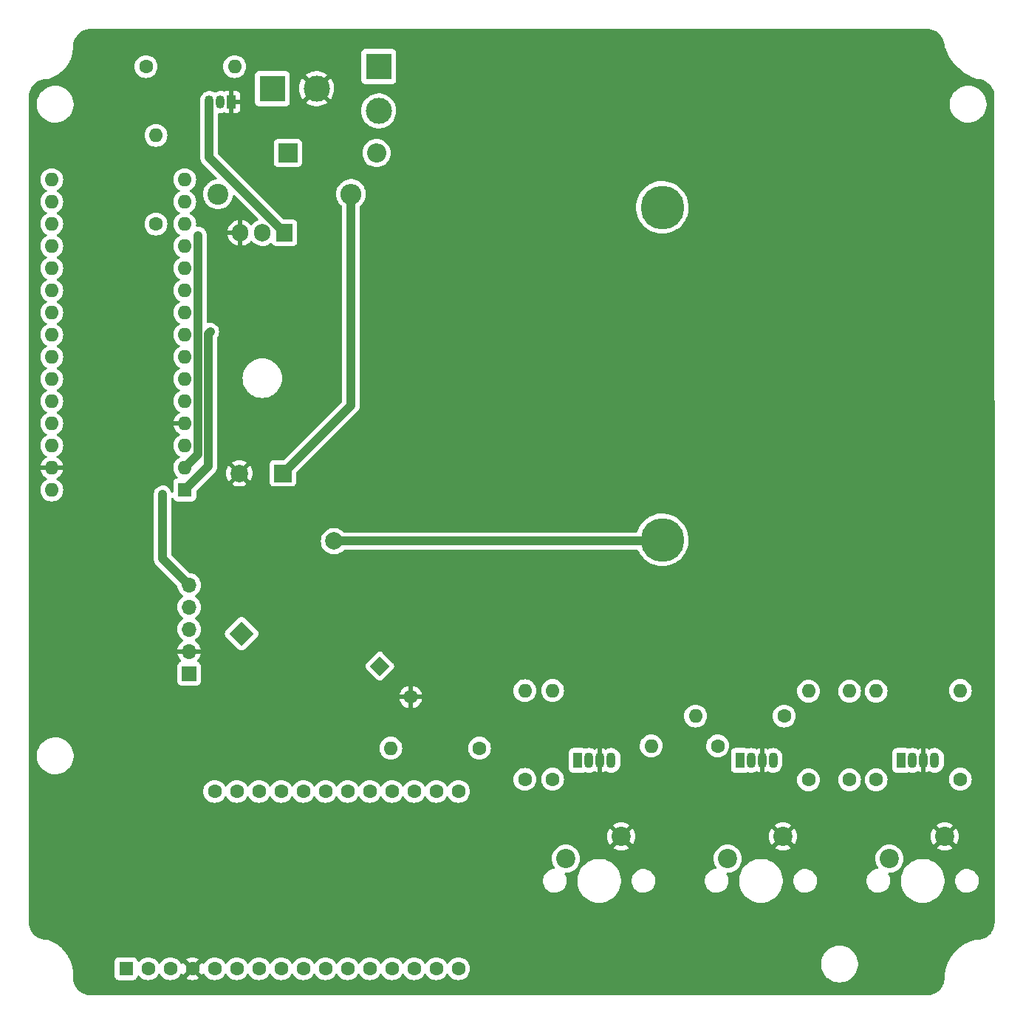
<source format=gbr>
%TF.GenerationSoftware,KiCad,Pcbnew,6.0.11+dfsg-1*%
%TF.CreationDate,2024-06-02T11:43:16-07:00*%
%TF.ProjectId,clock,636c6f63-6b2e-46b6-9963-61645f706362,rev?*%
%TF.SameCoordinates,Original*%
%TF.FileFunction,Copper,L2,Bot*%
%TF.FilePolarity,Positive*%
%FSLAX46Y46*%
G04 Gerber Fmt 4.6, Leading zero omitted, Abs format (unit mm)*
G04 Created by KiCad (PCBNEW 6.0.11+dfsg-1) date 2024-06-02 11:43:16*
%MOMM*%
%LPD*%
G01*
G04 APERTURE LIST*
G04 Aperture macros list*
%AMHorizOval*
0 Thick line with rounded ends*
0 $1 width*
0 $2 $3 position (X,Y) of the first rounded end (center of the circle)*
0 $4 $5 position (X,Y) of the second rounded end (center of the circle)*
0 Add line between two ends*
20,1,$1,$2,$3,$4,$5,0*
0 Add two circle primitives to create the rounded ends*
1,1,$1,$2,$3*
1,1,$1,$4,$5*%
%AMRotRect*
0 Rectangle, with rotation*
0 The origin of the aperture is its center*
0 $1 length*
0 $2 width*
0 $3 Rotation angle, in degrees counterclockwise*
0 Add horizontal line*
21,1,$1,$2,0,0,$3*%
G04 Aperture macros list end*
%TA.AperFunction,ComponentPad*%
%ADD10R,1.600000X1.600000*%
%TD*%
%TA.AperFunction,ComponentPad*%
%ADD11O,1.600000X1.600000*%
%TD*%
%TA.AperFunction,ComponentPad*%
%ADD12R,3.000000X3.000000*%
%TD*%
%TA.AperFunction,ComponentPad*%
%ADD13C,3.000000*%
%TD*%
%TA.AperFunction,ComponentPad*%
%ADD14C,1.600000*%
%TD*%
%TA.AperFunction,ComponentPad*%
%ADD15C,2.200000*%
%TD*%
%TA.AperFunction,ComponentPad*%
%ADD16C,5.000000*%
%TD*%
%TA.AperFunction,ComponentPad*%
%ADD17R,1.700000X1.700000*%
%TD*%
%TA.AperFunction,ComponentPad*%
%ADD18O,1.700000X1.700000*%
%TD*%
%TA.AperFunction,ComponentPad*%
%ADD19RotRect,1.600000X1.600000X315.000000*%
%TD*%
%TA.AperFunction,ComponentPad*%
%ADD20R,2.200000X2.200000*%
%TD*%
%TA.AperFunction,ComponentPad*%
%ADD21O,2.200000X2.200000*%
%TD*%
%TA.AperFunction,ComponentPad*%
%ADD22C,2.400000*%
%TD*%
%TA.AperFunction,ComponentPad*%
%ADD23O,2.400000X2.400000*%
%TD*%
%TA.AperFunction,ComponentPad*%
%ADD24R,1.070000X1.800000*%
%TD*%
%TA.AperFunction,ComponentPad*%
%ADD25O,1.070000X1.800000*%
%TD*%
%TA.AperFunction,ComponentPad*%
%ADD26R,1.905000X2.000000*%
%TD*%
%TA.AperFunction,ComponentPad*%
%ADD27O,1.905000X2.000000*%
%TD*%
%TA.AperFunction,ComponentPad*%
%ADD28R,1.050000X1.500000*%
%TD*%
%TA.AperFunction,ComponentPad*%
%ADD29O,1.050000X1.500000*%
%TD*%
%TA.AperFunction,ComponentPad*%
%ADD30RotRect,2.000000X2.000000X45.000000*%
%TD*%
%TA.AperFunction,ComponentPad*%
%ADD31HorizOval,2.000000X0.000000X0.000000X0.000000X0.000000X0*%
%TD*%
%TA.AperFunction,ComponentPad*%
%ADD32R,2.000000X2.000000*%
%TD*%
%TA.AperFunction,ComponentPad*%
%ADD33C,2.000000*%
%TD*%
%TA.AperFunction,ViaPad*%
%ADD34C,0.800000*%
%TD*%
%TA.AperFunction,Conductor*%
%ADD35C,1.000000*%
%TD*%
G04 APERTURE END LIST*
D10*
%TO.P,A1,1,TX1*%
%TO.N,Net-(A1-Pad1)*%
X69205000Y-78740000D03*
D11*
%TO.P,A1,2,RX1*%
%TO.N,Net-(A1-Pad2)*%
X69205000Y-76200000D03*
%TO.P,A1,3,~{RESET}*%
%TO.N,unconnected-(A1-Pad3)*%
X69205000Y-73660000D03*
%TO.P,A1,4,GND*%
%TO.N,GND*%
X69205000Y-71120000D03*
%TO.P,A1,5,D2*%
%TO.N,/CS*%
X69205000Y-68580000D03*
%TO.P,A1,6,D3*%
%TO.N,/BUZZ*%
X69205000Y-66040000D03*
%TO.P,A1,7,D4*%
%TO.N,/PB1*%
X69205000Y-63500000D03*
%TO.P,A1,8,D5*%
%TO.N,Net-(A1-Pad8)*%
X69205000Y-60960000D03*
%TO.P,A1,9,D6*%
%TO.N,/PB2*%
X69205000Y-58420000D03*
%TO.P,A1,10,D7*%
%TO.N,Net-(A1-Pad10)*%
X69205000Y-55880000D03*
%TO.P,A1,11,D8*%
%TO.N,Net-(A1-Pad11)*%
X69205000Y-53340000D03*
%TO.P,A1,12,D9*%
%TO.N,Net-(A1-Pad12)*%
X69205000Y-50800000D03*
%TO.P,A1,13,D10*%
%TO.N,/CTL*%
X69205000Y-48260000D03*
%TO.P,A1,14,MOSI*%
%TO.N,/MOSI*%
X69205000Y-45720000D03*
%TO.P,A1,15,MISO*%
%TO.N,/MISO*%
X69205000Y-43180000D03*
%TO.P,A1,16,SCK*%
%TO.N,/SCK*%
X53965000Y-43180000D03*
%TO.P,A1,17,3V3*%
%TO.N,unconnected-(A1-Pad17)*%
X53965000Y-45720000D03*
%TO.P,A1,18,AREF*%
%TO.N,unconnected-(A1-Pad18)*%
X53965000Y-48260000D03*
%TO.P,A1,19,A0*%
%TO.N,/PB3*%
X53965000Y-50800000D03*
%TO.P,A1,20,A1*%
%TO.N,Net-(A1-Pad20)*%
X53965000Y-53340000D03*
%TO.P,A1,21,A2*%
%TO.N,Net-(A1-Pad21)*%
X53965000Y-55880000D03*
%TO.P,A1,22,A3*%
%TO.N,unconnected-(A1-Pad22)*%
X53965000Y-58420000D03*
%TO.P,A1,23,SDA/A4*%
%TO.N,/SDA*%
X53965000Y-60960000D03*
%TO.P,A1,24,SCL/A5*%
%TO.N,/SCL*%
X53965000Y-63500000D03*
%TO.P,A1,25,A6*%
%TO.N,/SQW*%
X53965000Y-66040000D03*
%TO.P,A1,26,A7*%
%TO.N,Net-(A1-Pad26)*%
X53965000Y-68580000D03*
%TO.P,A1,27,+5V*%
%TO.N,+5V*%
X53965000Y-71120000D03*
%TO.P,A1,28,~{RESET}*%
%TO.N,unconnected-(A1-Pad28)*%
X53965000Y-73660000D03*
%TO.P,A1,29,GND*%
%TO.N,GND*%
X53965000Y-76200000D03*
%TO.P,A1,30,VIN*%
%TO.N,VCC*%
X53965000Y-78740000D03*
%TD*%
D12*
%TO.P,J2,1,Pin_1*%
%TO.N,VCC*%
X79248000Y-32753200D03*
D13*
%TO.P,J2,2,Pin_2*%
%TO.N,GND*%
X84328000Y-32753200D03*
%TD*%
D14*
%TO.P,R1,1*%
%TO.N,/LED_R3*%
X148463000Y-111963200D03*
D11*
%TO.P,R1,2*%
%TO.N,Net-(A1-Pad12)*%
X148463000Y-101803200D03*
%TD*%
D15*
%TO.P,SW1,1,1*%
%TO.N,GND*%
X119253000Y-118460300D03*
%TO.P,SW1,2,2*%
%TO.N,/PB1*%
X112903000Y-121000300D03*
%TD*%
D16*
%TO.P,U3,1,1*%
%TO.N,unconnected-(U3-Pad1)*%
X123952000Y-46355000D03*
%TO.P,U3,2,2*%
%TO.N,Net-(C2-Pad2)*%
X123952000Y-84455000D03*
%TD*%
D14*
%TO.P,R9,1*%
%TO.N,/LED_B3*%
X145407500Y-111963200D03*
D11*
%TO.P,R9,2*%
%TO.N,Net-(A1-Pad11)*%
X145407500Y-101803200D03*
%TD*%
D14*
%TO.P,R6,1*%
%TO.N,/LED_R1*%
X111379000Y-111887000D03*
D11*
%TO.P,R6,2*%
%TO.N,Net-(A1-Pad8)*%
X111379000Y-101727000D03*
%TD*%
D17*
%TO.P,U1,1,5V*%
%TO.N,+5V*%
X69701000Y-99800000D03*
D18*
%TO.P,U1,2,GND*%
%TO.N,GND*%
X69701000Y-97260000D03*
%TO.P,U1,3,SQW*%
%TO.N,/SQW*%
X69701000Y-94720000D03*
%TO.P,U1,4,SCL*%
%TO.N,/SCL*%
X69701000Y-92180000D03*
%TO.P,U1,5,SDA*%
%TO.N,/SDA*%
X69701000Y-89640000D03*
%TD*%
D14*
%TO.P,R3,1*%
%TO.N,/CTL*%
X65913000Y-48260000D03*
D11*
%TO.P,R3,2*%
%TO.N,Net-(Q1-Pad2)*%
X65913000Y-38100000D03*
%TD*%
D14*
%TO.P,R11,1*%
%TO.N,/LED_G3*%
X158115000Y-111887000D03*
D11*
%TO.P,R11,2*%
%TO.N,Net-(A1-Pad2)*%
X158115000Y-101727000D03*
%TD*%
D19*
%TO.P,BZ1,1,-*%
%TO.N,/BUZZ*%
X91577233Y-98927615D03*
D14*
%TO.P,BZ1,2,+*%
%TO.N,GND*%
X95112767Y-102463149D03*
%TD*%
D12*
%TO.P,J3,1,Pin_1*%
%TO.N,/V_bell*%
X91440000Y-30226000D03*
D13*
%TO.P,J3,2,Pin_2*%
%TO.N,Net-(D2-Pad2)*%
X91440000Y-35306000D03*
%TD*%
D20*
%TO.P,D2,1,K*%
%TO.N,/V_bell*%
X81026000Y-40132000D03*
D21*
%TO.P,D2,2,A*%
%TO.N,Net-(D2-Pad2)*%
X91186000Y-40132000D03*
%TD*%
D14*
%TO.P,R4,1*%
%TO.N,Net-(Q1-Pad3)*%
X64770000Y-30226000D03*
D11*
%TO.P,R4,2*%
%TO.N,/V_bell*%
X74930000Y-30226000D03*
%TD*%
D22*
%TO.P,R2,1*%
%TO.N,VCC*%
X73025000Y-44831000D03*
D23*
%TO.P,R2,2*%
%TO.N,/V_bell*%
X88265000Y-44831000D03*
%TD*%
D24*
%TO.P,D1,1,BA*%
%TO.N,/LED_G1*%
X114282500Y-109728000D03*
D25*
%TO.P,D1,2,RA*%
%TO.N,/LED_R1*%
X115552500Y-109728000D03*
%TO.P,D1,3,K*%
%TO.N,GND*%
X116822500Y-109728000D03*
%TO.P,D1,4,GA*%
%TO.N,/LED_B1*%
X118092500Y-109728000D03*
%TD*%
D15*
%TO.P,SW2,1,1*%
%TO.N,GND*%
X137795000Y-118460300D03*
%TO.P,SW2,2,2*%
%TO.N,/PB2*%
X131445000Y-121000300D03*
%TD*%
D26*
%TO.P,Q2,1,G*%
%TO.N,Net-(Q1-Pad3)*%
X80645000Y-49276000D03*
D27*
%TO.P,Q2,2,D*%
%TO.N,Net-(D2-Pad2)*%
X78105000Y-49276000D03*
%TO.P,Q2,3,S*%
%TO.N,GND*%
X75565000Y-49276000D03*
%TD*%
D28*
%TO.P,Q1,1,E*%
%TO.N,GND*%
X74549000Y-34290000D03*
D29*
%TO.P,Q1,2,B*%
%TO.N,Net-(Q1-Pad2)*%
X73279000Y-34290000D03*
%TO.P,Q1,3,C*%
%TO.N,Net-(Q1-Pad3)*%
X72009000Y-34290000D03*
%TD*%
D24*
%TO.P,D3,1,BA*%
%TO.N,/LED_G2*%
X132875300Y-109728000D03*
D25*
%TO.P,D3,2,RA*%
%TO.N,/LED_R2*%
X134145300Y-109728000D03*
%TO.P,D3,3,K*%
%TO.N,GND*%
X135415300Y-109728000D03*
%TO.P,D3,4,GA*%
%TO.N,/LED_B2*%
X136685300Y-109728000D03*
%TD*%
D10*
%TO.P,A2,1,~{RESET}*%
%TO.N,unconnected-(A2-Pad1)*%
X62484000Y-133604000D03*
D14*
%TO.P,A2,2,3V3*%
%TO.N,+5V*%
X65024000Y-133604000D03*
%TO.P,A2,3,AREF*%
%TO.N,unconnected-(A2-Pad3)*%
X67564000Y-133604000D03*
%TO.P,A2,4,GND*%
%TO.N,GND*%
X70104000Y-133604000D03*
%TO.P,A2,5,A0*%
%TO.N,unconnected-(A2-Pad5)*%
X72644000Y-133604000D03*
%TO.P,A2,6,A1*%
%TO.N,unconnected-(A2-Pad6)*%
X75184000Y-133604000D03*
%TO.P,A2,7,A2*%
%TO.N,unconnected-(A2-Pad7)*%
X77724000Y-133604000D03*
%TO.P,A2,8,A3*%
%TO.N,unconnected-(A2-Pad8)*%
X80264000Y-133604000D03*
%TO.P,A2,9,A4*%
%TO.N,unconnected-(A2-Pad9)*%
X82804000Y-133604000D03*
%TO.P,A2,10,A5*%
%TO.N,unconnected-(A2-Pad10)*%
X85344000Y-133604000D03*
%TO.P,A2,11,SCK*%
%TO.N,unconnected-(A2-Pad11)*%
X87884000Y-133604000D03*
%TO.P,A2,12,MOSI*%
%TO.N,unconnected-(A2-Pad12)*%
X90424000Y-133604000D03*
%TO.P,A2,13,MISO*%
%TO.N,unconnected-(A2-Pad13)*%
X92964000Y-133604000D03*
%TO.P,A2,14,RX*%
%TO.N,unconnected-(A2-Pad14)*%
X95504000Y-133604000D03*
%TO.P,A2,15,TX*%
%TO.N,unconnected-(A2-Pad15)*%
X98044000Y-133604000D03*
%TO.P,A2,16,SPARE*%
%TO.N,unconnected-(A2-Pad16)*%
X100584000Y-133604000D03*
%TO.P,A2,17,SDA*%
%TO.N,/SDA*%
X100584000Y-113284000D03*
%TO.P,A2,18,SCL*%
%TO.N,/SCL*%
X98044000Y-113284000D03*
%TO.P,A2,19,D0*%
%TO.N,unconnected-(A2-Pad19)*%
X95504000Y-113284000D03*
%TO.P,A2,20,D1*%
%TO.N,unconnected-(A2-Pad20)*%
X92964000Y-113284000D03*
%TO.P,A2,21,D2*%
%TO.N,unconnected-(A2-Pad21)*%
X90424000Y-113284000D03*
%TO.P,A2,22,D3*%
%TO.N,unconnected-(A2-Pad22)*%
X87884000Y-113284000D03*
%TO.P,A2,23,D4*%
%TO.N,unconnected-(A2-Pad23)*%
X85344000Y-113284000D03*
%TO.P,A2,24,D5*%
%TO.N,unconnected-(A2-Pad24)*%
X82804000Y-113284000D03*
%TO.P,A2,25,D6*%
%TO.N,unconnected-(A2-Pad25)*%
X80264000Y-113284000D03*
%TO.P,A2,26,USB*%
%TO.N,unconnected-(A2-Pad26)*%
X77724000Y-113284000D03*
%TO.P,A2,27,EN*%
%TO.N,unconnected-(A2-Pad27)*%
X75184000Y-113284000D03*
%TO.P,A2,28,VBAT*%
%TO.N,unconnected-(A2-Pad28)*%
X72644000Y-113284000D03*
%TD*%
D30*
%TO.P,C2,1*%
%TO.N,/SQW*%
X75722699Y-95219301D03*
D31*
%TO.P,C2,2*%
%TO.N,Net-(C2-Pad2)*%
X86329301Y-84612699D03*
%TD*%
D24*
%TO.P,D4,1,BA*%
%TO.N,/LED_G3*%
X151366500Y-109728000D03*
D25*
%TO.P,D4,2,RA*%
%TO.N,/LED_R3*%
X152636500Y-109728000D03*
%TO.P,D4,3,K*%
%TO.N,GND*%
X153906500Y-109728000D03*
%TO.P,D4,4,GA*%
%TO.N,/LED_B3*%
X155176500Y-109728000D03*
%TD*%
D14*
%TO.P,R5,1*%
%TO.N,/LED_R2*%
X140716000Y-111963200D03*
D11*
%TO.P,R5,2*%
%TO.N,Net-(A1-Pad10)*%
X140716000Y-101803200D03*
%TD*%
D32*
%TO.P,C1,1*%
%TO.N,/V_bell*%
X80472677Y-76835000D03*
D33*
%TO.P,C1,2*%
%TO.N,GND*%
X75472677Y-76835000D03*
%TD*%
D14*
%TO.P,R10,1*%
%TO.N,/LED_G2*%
X130302000Y-108077000D03*
D11*
%TO.P,R10,2*%
%TO.N,Net-(A1-Pad1)*%
X122682000Y-108077000D03*
%TD*%
D14*
%TO.P,R8,1*%
%TO.N,/LED_B2*%
X137922000Y-104648000D03*
D11*
%TO.P,R8,2*%
%TO.N,Net-(A1-Pad20)*%
X127762000Y-104648000D03*
%TD*%
D14*
%TO.P,R12,1*%
%TO.N,/LED_G1*%
X102997000Y-108331000D03*
D11*
%TO.P,R12,2*%
%TO.N,Net-(A1-Pad26)*%
X92837000Y-108331000D03*
%TD*%
D15*
%TO.P,SW3,1,1*%
%TO.N,GND*%
X156337000Y-118460300D03*
%TO.P,SW3,2,2*%
%TO.N,/PB3*%
X149987000Y-121000300D03*
%TD*%
D14*
%TO.P,R7,1*%
%TO.N,/LED_B1*%
X108196500Y-111912400D03*
D11*
%TO.P,R7,2*%
%TO.N,Net-(A1-Pad21)*%
X108196500Y-101752400D03*
%TD*%
D34*
%TO.N,GND*%
X62230000Y-66929000D03*
X61214000Y-65913000D03*
%TO.N,/SDA*%
X66675000Y-79248000D03*
%TO.N,Net-(A1-Pad1)*%
X72136000Y-60610000D03*
%TO.N,Net-(A1-Pad2)*%
X70739000Y-49600000D03*
%TD*%
D35*
%TO.N,Net-(Q1-Pad3)*%
X80645000Y-49276000D02*
X74549000Y-43180000D01*
X74549000Y-43180000D02*
X72009000Y-40640000D01*
X72009000Y-40640000D02*
X72009000Y-34290000D01*
%TO.N,/SDA*%
X66675000Y-79248000D02*
X66675000Y-86614000D01*
X66675000Y-86614000D02*
X69701000Y-89640000D01*
%TO.N,/V_bell*%
X88265000Y-69042677D02*
X80472677Y-76835000D01*
X88265000Y-46863000D02*
X88265000Y-44831000D01*
X88265000Y-46863000D02*
X88265000Y-69042677D01*
%TO.N,Net-(C2-Pad2)*%
X86329301Y-84612699D02*
X124302301Y-84612699D01*
%TO.N,Net-(A1-Pad1)*%
X72136000Y-60610000D02*
X71905000Y-60841000D01*
X71905000Y-60841000D02*
X71905000Y-76040000D01*
X71905000Y-76040000D02*
X69205000Y-78740000D01*
%TO.N,Net-(A1-Pad2)*%
X70705000Y-74700000D02*
X70705000Y-49634000D01*
X70705000Y-49634000D02*
X70739000Y-49600000D01*
X69205000Y-76200000D02*
X70705000Y-74700000D01*
%TD*%
%TA.AperFunction,Conductor*%
%TO.N,GND*%
G36*
X154275018Y-25910000D02*
G01*
X154289851Y-25912310D01*
X154289855Y-25912310D01*
X154298724Y-25913691D01*
X154307626Y-25912527D01*
X154307629Y-25912527D01*
X154315012Y-25911561D01*
X154339591Y-25910767D01*
X154366442Y-25912527D01*
X154561922Y-25925340D01*
X154578262Y-25927491D01*
X154700478Y-25951801D01*
X154822696Y-25976112D01*
X154838606Y-25980375D01*
X155074600Y-26060484D01*
X155089826Y-26066791D01*
X155313342Y-26177016D01*
X155327616Y-26185257D01*
X155534829Y-26323713D01*
X155547905Y-26333746D01*
X155735278Y-26498068D01*
X155746932Y-26509722D01*
X155911254Y-26697095D01*
X155921287Y-26710171D01*
X156059743Y-26917384D01*
X156067984Y-26931658D01*
X156178209Y-27155174D01*
X156184515Y-27170398D01*
X156264625Y-27406394D01*
X156268889Y-27422307D01*
X156317509Y-27666738D01*
X156319660Y-27683078D01*
X156333763Y-27898236D01*
X156332733Y-27921350D01*
X156332690Y-27924854D01*
X156331309Y-27933724D01*
X156332474Y-27942630D01*
X156332414Y-27947522D01*
X156332748Y-27959991D01*
X156333071Y-27964879D01*
X156332386Y-27973830D01*
X156334241Y-27982613D01*
X156334241Y-27982615D01*
X156342312Y-28020832D01*
X156343967Y-28030528D01*
X156350195Y-28078152D01*
X156353810Y-28086368D01*
X156355124Y-28091074D01*
X156361011Y-28109370D01*
X156361476Y-28111573D01*
X156361481Y-28111588D01*
X156362485Y-28116344D01*
X156366938Y-28128080D01*
X156369349Y-28132320D01*
X156370809Y-28135422D01*
X156374487Y-28142764D01*
X156550636Y-28545963D01*
X156763843Y-28949544D01*
X157006354Y-29336226D01*
X157276838Y-29703885D01*
X157445232Y-29900430D01*
X157563714Y-30038718D01*
X157573809Y-30050501D01*
X157895637Y-30374171D01*
X158240552Y-30673116D01*
X158242413Y-30674502D01*
X158242426Y-30674512D01*
X158541418Y-30897119D01*
X158606661Y-30945694D01*
X158608628Y-30946944D01*
X158608629Y-30946944D01*
X158983984Y-31185348D01*
X158991952Y-31190409D01*
X158994016Y-31191514D01*
X158994022Y-31191518D01*
X159094299Y-31245227D01*
X159394310Y-31405915D01*
X159783242Y-31578482D01*
X159790995Y-31582542D01*
X159791047Y-31582440D01*
X159795398Y-31584650D01*
X159799546Y-31587177D01*
X159811143Y-31591981D01*
X159819837Y-31594093D01*
X159843530Y-31602437D01*
X159843616Y-31602463D01*
X159851740Y-31606278D01*
X159897417Y-31613391D01*
X159907749Y-31615447D01*
X159943963Y-31624244D01*
X159943967Y-31624244D01*
X159952685Y-31626362D01*
X159961647Y-31625948D01*
X159961702Y-31625953D01*
X159986693Y-31627308D01*
X159986790Y-31627309D01*
X159995663Y-31628691D01*
X160011957Y-31626561D01*
X160036529Y-31625768D01*
X160193029Y-31636028D01*
X160258862Y-31640344D01*
X160275203Y-31642496D01*
X160519617Y-31691118D01*
X160535536Y-31695383D01*
X160656498Y-31736446D01*
X160771537Y-31775498D01*
X160786755Y-31781802D01*
X160912298Y-31843715D01*
X161010268Y-31892030D01*
X161024532Y-31900265D01*
X161231751Y-32038729D01*
X161244825Y-32048762D01*
X161335947Y-32128675D01*
X161412568Y-32195870D01*
X161432187Y-32213076D01*
X161443842Y-32224731D01*
X161608163Y-32412108D01*
X161618195Y-32425182D01*
X161756650Y-32632396D01*
X161764889Y-32646666D01*
X161875113Y-32870182D01*
X161881419Y-32885407D01*
X161960285Y-33117739D01*
X161961525Y-33121393D01*
X161965790Y-33137310D01*
X161969380Y-33155358D01*
X162014410Y-33381741D01*
X162016561Y-33398082D01*
X162030677Y-33613461D01*
X162029691Y-33635614D01*
X162029639Y-33639851D01*
X162028258Y-33648724D01*
X162032394Y-33680351D01*
X162033457Y-33696648D01*
X162046625Y-102718820D01*
X162051490Y-128220672D01*
X162049990Y-128240079D01*
X162046309Y-128263724D01*
X162047473Y-128272626D01*
X162047473Y-128272629D01*
X162048439Y-128280012D01*
X162049233Y-128304591D01*
X162034660Y-128526922D01*
X162032509Y-128543262D01*
X161983889Y-128787693D01*
X161979625Y-128803606D01*
X161951439Y-128886641D01*
X161899516Y-129039600D01*
X161893209Y-129054826D01*
X161782984Y-129278342D01*
X161774743Y-129292616D01*
X161636287Y-129499829D01*
X161626254Y-129512905D01*
X161461932Y-129700278D01*
X161450278Y-129711932D01*
X161262905Y-129876254D01*
X161249829Y-129886287D01*
X161042616Y-130024743D01*
X161028342Y-130032984D01*
X160804826Y-130143209D01*
X160789602Y-130149515D01*
X160553606Y-130229625D01*
X160537696Y-130233888D01*
X160415478Y-130258199D01*
X160293262Y-130282509D01*
X160276922Y-130284660D01*
X160128134Y-130294413D01*
X160061763Y-130298763D01*
X160038650Y-130297733D01*
X160035147Y-130297690D01*
X160026276Y-130296309D01*
X159988384Y-130301264D01*
X159974706Y-130302298D01*
X159956805Y-130302674D01*
X159936507Y-130303101D01*
X159931716Y-130303951D01*
X159931713Y-130303951D01*
X159930633Y-130304143D01*
X159924147Y-130305293D01*
X159919591Y-130306853D01*
X159917627Y-130307340D01*
X159887986Y-130314392D01*
X159881848Y-130315195D01*
X159879984Y-130316016D01*
X159878444Y-130315995D01*
X159878594Y-130316627D01*
X159530011Y-130399562D01*
X159527280Y-130400483D01*
X159527281Y-130400483D01*
X159148767Y-130528173D01*
X159148759Y-130528176D01*
X159146041Y-130529093D01*
X158775560Y-130693272D01*
X158724778Y-130721606D01*
X158424208Y-130889309D01*
X158424203Y-130889312D01*
X158421685Y-130890717D01*
X158087398Y-131119765D01*
X158085185Y-131121600D01*
X158085182Y-131121603D01*
X157846042Y-131319979D01*
X157775510Y-131378488D01*
X157773473Y-131380520D01*
X157773468Y-131380525D01*
X157656110Y-131497621D01*
X157488649Y-131664708D01*
X157229229Y-131976015D01*
X156999433Y-132309790D01*
X156977215Y-132349402D01*
X156807591Y-132651822D01*
X156801197Y-132663221D01*
X156775197Y-132721538D01*
X156640791Y-133023012D01*
X156636189Y-133033334D01*
X156635263Y-133036060D01*
X156635261Y-133036064D01*
X156566094Y-133239592D01*
X156505799Y-133417013D01*
X156505125Y-133419819D01*
X156505123Y-133419825D01*
X156417346Y-133785130D01*
X156411123Y-133811028D01*
X156352960Y-134212062D01*
X156352810Y-134214938D01*
X156352809Y-134214944D01*
X156343389Y-134395078D01*
X156340403Y-134452197D01*
X156333254Y-134588901D01*
X156332614Y-134594522D01*
X156332818Y-134594542D01*
X156332352Y-134599390D01*
X156331514Y-134604185D01*
X156331341Y-134613520D01*
X156331309Y-134613724D01*
X156331333Y-134613911D01*
X156331281Y-134616736D01*
X156332053Y-134622378D01*
X156333230Y-134630989D01*
X156334121Y-134656297D01*
X156319660Y-134876922D01*
X156317509Y-134893262D01*
X156268889Y-135137693D01*
X156264625Y-135153606D01*
X156230312Y-135254689D01*
X156184516Y-135389600D01*
X156178209Y-135404826D01*
X156067984Y-135628342D01*
X156059743Y-135642616D01*
X155921287Y-135849829D01*
X155911254Y-135862905D01*
X155746932Y-136050278D01*
X155735278Y-136061932D01*
X155547905Y-136226254D01*
X155534829Y-136236287D01*
X155327616Y-136374743D01*
X155313342Y-136382984D01*
X155089826Y-136493209D01*
X155074602Y-136499515D01*
X154838606Y-136579625D01*
X154822696Y-136583888D01*
X154700478Y-136608199D01*
X154578262Y-136632509D01*
X154561922Y-136634660D01*
X154413134Y-136644413D01*
X154346763Y-136648763D01*
X154323650Y-136647733D01*
X154320146Y-136647690D01*
X154311276Y-136646309D01*
X154302374Y-136647473D01*
X154302372Y-136647473D01*
X154288915Y-136649233D01*
X154279714Y-136650436D01*
X154263379Y-136651500D01*
X58469367Y-136651500D01*
X58449982Y-136650000D01*
X58435149Y-136647690D01*
X58435145Y-136647690D01*
X58426276Y-136646309D01*
X58417374Y-136647473D01*
X58417371Y-136647473D01*
X58409988Y-136648439D01*
X58385409Y-136649233D01*
X58340799Y-136646309D01*
X58163078Y-136634660D01*
X58146738Y-136632509D01*
X58024522Y-136608199D01*
X57902304Y-136583888D01*
X57886394Y-136579625D01*
X57650398Y-136499515D01*
X57635174Y-136493209D01*
X57411658Y-136382984D01*
X57397384Y-136374743D01*
X57190171Y-136236287D01*
X57177095Y-136226254D01*
X56989722Y-136061932D01*
X56978068Y-136050278D01*
X56813746Y-135862905D01*
X56803713Y-135849829D01*
X56665257Y-135642616D01*
X56657016Y-135628342D01*
X56546791Y-135404826D01*
X56540484Y-135389600D01*
X56494688Y-135254689D01*
X56460375Y-135153606D01*
X56456111Y-135137693D01*
X56407491Y-134893262D01*
X56405340Y-134876922D01*
X56391788Y-134670167D01*
X56391687Y-134665599D01*
X56391813Y-134664326D01*
X56391559Y-134659786D01*
X56391547Y-134659235D01*
X56391646Y-134654601D01*
X56392138Y-134654612D01*
X56392824Y-134642245D01*
X56392334Y-134642201D01*
X56392769Y-134637348D01*
X56393576Y-134632552D01*
X56393729Y-134620000D01*
X56393345Y-134617318D01*
X56393224Y-134606969D01*
X56399699Y-134452134D01*
X61175500Y-134452134D01*
X61182255Y-134514316D01*
X61233385Y-134650705D01*
X61320739Y-134767261D01*
X61437295Y-134854615D01*
X61573684Y-134905745D01*
X61635866Y-134912500D01*
X63332134Y-134912500D01*
X63394316Y-134905745D01*
X63530705Y-134854615D01*
X63647261Y-134767261D01*
X63734615Y-134650705D01*
X63785745Y-134514316D01*
X63786917Y-134503526D01*
X63787803Y-134501394D01*
X63788425Y-134498778D01*
X63788848Y-134498879D01*
X63814155Y-134437965D01*
X63872517Y-134397537D01*
X63943471Y-134395078D01*
X64004490Y-134431371D01*
X64011489Y-134440031D01*
X64014643Y-134443789D01*
X64017802Y-134448300D01*
X64179700Y-134610198D01*
X64184208Y-134613355D01*
X64184211Y-134613357D01*
X64245536Y-134656297D01*
X64367251Y-134741523D01*
X64372233Y-134743846D01*
X64372238Y-134743849D01*
X64568765Y-134835490D01*
X64574757Y-134838284D01*
X64580065Y-134839706D01*
X64580067Y-134839707D01*
X64790598Y-134896119D01*
X64790600Y-134896119D01*
X64795913Y-134897543D01*
X65024000Y-134917498D01*
X65252087Y-134897543D01*
X65257400Y-134896119D01*
X65257402Y-134896119D01*
X65467933Y-134839707D01*
X65467935Y-134839706D01*
X65473243Y-134838284D01*
X65479235Y-134835490D01*
X65675762Y-134743849D01*
X65675767Y-134743846D01*
X65680749Y-134741523D01*
X65802464Y-134656297D01*
X65863789Y-134613357D01*
X65863792Y-134613355D01*
X65868300Y-134610198D01*
X66030198Y-134448300D01*
X66161523Y-134260749D01*
X66163846Y-134255767D01*
X66163849Y-134255762D01*
X66179805Y-134221543D01*
X66226722Y-134168258D01*
X66294999Y-134148797D01*
X66362959Y-134169339D01*
X66408195Y-134221543D01*
X66424151Y-134255762D01*
X66424154Y-134255767D01*
X66426477Y-134260749D01*
X66557802Y-134448300D01*
X66719700Y-134610198D01*
X66724208Y-134613355D01*
X66724211Y-134613357D01*
X66785536Y-134656297D01*
X66907251Y-134741523D01*
X66912233Y-134743846D01*
X66912238Y-134743849D01*
X67108765Y-134835490D01*
X67114757Y-134838284D01*
X67120065Y-134839706D01*
X67120067Y-134839707D01*
X67330598Y-134896119D01*
X67330600Y-134896119D01*
X67335913Y-134897543D01*
X67564000Y-134917498D01*
X67792087Y-134897543D01*
X67797400Y-134896119D01*
X67797402Y-134896119D01*
X68007933Y-134839707D01*
X68007935Y-134839706D01*
X68013243Y-134838284D01*
X68019235Y-134835490D01*
X68215762Y-134743849D01*
X68215767Y-134743846D01*
X68220749Y-134741523D01*
X68294243Y-134690062D01*
X69382493Y-134690062D01*
X69391789Y-134702077D01*
X69442994Y-134737931D01*
X69452489Y-134743414D01*
X69649947Y-134835490D01*
X69660239Y-134839236D01*
X69870688Y-134895625D01*
X69881481Y-134897528D01*
X70098525Y-134916517D01*
X70109475Y-134916517D01*
X70326519Y-134897528D01*
X70337312Y-134895625D01*
X70547761Y-134839236D01*
X70558053Y-134835490D01*
X70755511Y-134743414D01*
X70765006Y-134737931D01*
X70817048Y-134701491D01*
X70825424Y-134691012D01*
X70818356Y-134677566D01*
X70116812Y-133976022D01*
X70102868Y-133968408D01*
X70101035Y-133968539D01*
X70094420Y-133972790D01*
X69388923Y-134678287D01*
X69382493Y-134690062D01*
X68294243Y-134690062D01*
X68342464Y-134656297D01*
X68403789Y-134613357D01*
X68403792Y-134613355D01*
X68408300Y-134610198D01*
X68570198Y-134448300D01*
X68701523Y-134260749D01*
X68703846Y-134255767D01*
X68703849Y-134255762D01*
X68720081Y-134220951D01*
X68766998Y-134167666D01*
X68835275Y-134148205D01*
X68903235Y-134168747D01*
X68948471Y-134220951D01*
X68964586Y-134255511D01*
X68970069Y-134265006D01*
X69006509Y-134317048D01*
X69016988Y-134325424D01*
X69030434Y-134318356D01*
X69731978Y-133616812D01*
X69738356Y-133605132D01*
X70468408Y-133605132D01*
X70468539Y-133606965D01*
X70472790Y-133613580D01*
X71178287Y-134319077D01*
X71190062Y-134325507D01*
X71202077Y-134316211D01*
X71237931Y-134265006D01*
X71243414Y-134255511D01*
X71259529Y-134220951D01*
X71306446Y-134167666D01*
X71374723Y-134148205D01*
X71442683Y-134168747D01*
X71487919Y-134220951D01*
X71504151Y-134255762D01*
X71504154Y-134255767D01*
X71506477Y-134260749D01*
X71637802Y-134448300D01*
X71799700Y-134610198D01*
X71804208Y-134613355D01*
X71804211Y-134613357D01*
X71865536Y-134656297D01*
X71987251Y-134741523D01*
X71992233Y-134743846D01*
X71992238Y-134743849D01*
X72188765Y-134835490D01*
X72194757Y-134838284D01*
X72200065Y-134839706D01*
X72200067Y-134839707D01*
X72410598Y-134896119D01*
X72410600Y-134896119D01*
X72415913Y-134897543D01*
X72644000Y-134917498D01*
X72872087Y-134897543D01*
X72877400Y-134896119D01*
X72877402Y-134896119D01*
X73087933Y-134839707D01*
X73087935Y-134839706D01*
X73093243Y-134838284D01*
X73099235Y-134835490D01*
X73295762Y-134743849D01*
X73295767Y-134743846D01*
X73300749Y-134741523D01*
X73422464Y-134656297D01*
X73483789Y-134613357D01*
X73483792Y-134613355D01*
X73488300Y-134610198D01*
X73650198Y-134448300D01*
X73781523Y-134260749D01*
X73783846Y-134255767D01*
X73783849Y-134255762D01*
X73799805Y-134221543D01*
X73846722Y-134168258D01*
X73914999Y-134148797D01*
X73982959Y-134169339D01*
X74028195Y-134221543D01*
X74044151Y-134255762D01*
X74044154Y-134255767D01*
X74046477Y-134260749D01*
X74177802Y-134448300D01*
X74339700Y-134610198D01*
X74344208Y-134613355D01*
X74344211Y-134613357D01*
X74405536Y-134656297D01*
X74527251Y-134741523D01*
X74532233Y-134743846D01*
X74532238Y-134743849D01*
X74728765Y-134835490D01*
X74734757Y-134838284D01*
X74740065Y-134839706D01*
X74740067Y-134839707D01*
X74950598Y-134896119D01*
X74950600Y-134896119D01*
X74955913Y-134897543D01*
X75184000Y-134917498D01*
X75412087Y-134897543D01*
X75417400Y-134896119D01*
X75417402Y-134896119D01*
X75627933Y-134839707D01*
X75627935Y-134839706D01*
X75633243Y-134838284D01*
X75639235Y-134835490D01*
X75835762Y-134743849D01*
X75835767Y-134743846D01*
X75840749Y-134741523D01*
X75962464Y-134656297D01*
X76023789Y-134613357D01*
X76023792Y-134613355D01*
X76028300Y-134610198D01*
X76190198Y-134448300D01*
X76321523Y-134260749D01*
X76323846Y-134255767D01*
X76323849Y-134255762D01*
X76339805Y-134221543D01*
X76386722Y-134168258D01*
X76454999Y-134148797D01*
X76522959Y-134169339D01*
X76568195Y-134221543D01*
X76584151Y-134255762D01*
X76584154Y-134255767D01*
X76586477Y-134260749D01*
X76717802Y-134448300D01*
X76879700Y-134610198D01*
X76884208Y-134613355D01*
X76884211Y-134613357D01*
X76945536Y-134656297D01*
X77067251Y-134741523D01*
X77072233Y-134743846D01*
X77072238Y-134743849D01*
X77268765Y-134835490D01*
X77274757Y-134838284D01*
X77280065Y-134839706D01*
X77280067Y-134839707D01*
X77490598Y-134896119D01*
X77490600Y-134896119D01*
X77495913Y-134897543D01*
X77724000Y-134917498D01*
X77952087Y-134897543D01*
X77957400Y-134896119D01*
X77957402Y-134896119D01*
X78167933Y-134839707D01*
X78167935Y-134839706D01*
X78173243Y-134838284D01*
X78179235Y-134835490D01*
X78375762Y-134743849D01*
X78375767Y-134743846D01*
X78380749Y-134741523D01*
X78502464Y-134656297D01*
X78563789Y-134613357D01*
X78563792Y-134613355D01*
X78568300Y-134610198D01*
X78730198Y-134448300D01*
X78861523Y-134260749D01*
X78863846Y-134255767D01*
X78863849Y-134255762D01*
X78879805Y-134221543D01*
X78926722Y-134168258D01*
X78994999Y-134148797D01*
X79062959Y-134169339D01*
X79108195Y-134221543D01*
X79124151Y-134255762D01*
X79124154Y-134255767D01*
X79126477Y-134260749D01*
X79257802Y-134448300D01*
X79419700Y-134610198D01*
X79424208Y-134613355D01*
X79424211Y-134613357D01*
X79485536Y-134656297D01*
X79607251Y-134741523D01*
X79612233Y-134743846D01*
X79612238Y-134743849D01*
X79808765Y-134835490D01*
X79814757Y-134838284D01*
X79820065Y-134839706D01*
X79820067Y-134839707D01*
X80030598Y-134896119D01*
X80030600Y-134896119D01*
X80035913Y-134897543D01*
X80264000Y-134917498D01*
X80492087Y-134897543D01*
X80497400Y-134896119D01*
X80497402Y-134896119D01*
X80707933Y-134839707D01*
X80707935Y-134839706D01*
X80713243Y-134838284D01*
X80719235Y-134835490D01*
X80915762Y-134743849D01*
X80915767Y-134743846D01*
X80920749Y-134741523D01*
X81042464Y-134656297D01*
X81103789Y-134613357D01*
X81103792Y-134613355D01*
X81108300Y-134610198D01*
X81270198Y-134448300D01*
X81401523Y-134260749D01*
X81403846Y-134255767D01*
X81403849Y-134255762D01*
X81419805Y-134221543D01*
X81466722Y-134168258D01*
X81534999Y-134148797D01*
X81602959Y-134169339D01*
X81648195Y-134221543D01*
X81664151Y-134255762D01*
X81664154Y-134255767D01*
X81666477Y-134260749D01*
X81797802Y-134448300D01*
X81959700Y-134610198D01*
X81964208Y-134613355D01*
X81964211Y-134613357D01*
X82025536Y-134656297D01*
X82147251Y-134741523D01*
X82152233Y-134743846D01*
X82152238Y-134743849D01*
X82348765Y-134835490D01*
X82354757Y-134838284D01*
X82360065Y-134839706D01*
X82360067Y-134839707D01*
X82570598Y-134896119D01*
X82570600Y-134896119D01*
X82575913Y-134897543D01*
X82804000Y-134917498D01*
X83032087Y-134897543D01*
X83037400Y-134896119D01*
X83037402Y-134896119D01*
X83247933Y-134839707D01*
X83247935Y-134839706D01*
X83253243Y-134838284D01*
X83259235Y-134835490D01*
X83455762Y-134743849D01*
X83455767Y-134743846D01*
X83460749Y-134741523D01*
X83582464Y-134656297D01*
X83643789Y-134613357D01*
X83643792Y-134613355D01*
X83648300Y-134610198D01*
X83810198Y-134448300D01*
X83941523Y-134260749D01*
X83943846Y-134255767D01*
X83943849Y-134255762D01*
X83959805Y-134221543D01*
X84006722Y-134168258D01*
X84074999Y-134148797D01*
X84142959Y-134169339D01*
X84188195Y-134221543D01*
X84204151Y-134255762D01*
X84204154Y-134255767D01*
X84206477Y-134260749D01*
X84337802Y-134448300D01*
X84499700Y-134610198D01*
X84504208Y-134613355D01*
X84504211Y-134613357D01*
X84565536Y-134656297D01*
X84687251Y-134741523D01*
X84692233Y-134743846D01*
X84692238Y-134743849D01*
X84888765Y-134835490D01*
X84894757Y-134838284D01*
X84900065Y-134839706D01*
X84900067Y-134839707D01*
X85110598Y-134896119D01*
X85110600Y-134896119D01*
X85115913Y-134897543D01*
X85344000Y-134917498D01*
X85572087Y-134897543D01*
X85577400Y-134896119D01*
X85577402Y-134896119D01*
X85787933Y-134839707D01*
X85787935Y-134839706D01*
X85793243Y-134838284D01*
X85799235Y-134835490D01*
X85995762Y-134743849D01*
X85995767Y-134743846D01*
X86000749Y-134741523D01*
X86122464Y-134656297D01*
X86183789Y-134613357D01*
X86183792Y-134613355D01*
X86188300Y-134610198D01*
X86350198Y-134448300D01*
X86481523Y-134260749D01*
X86483846Y-134255767D01*
X86483849Y-134255762D01*
X86499805Y-134221543D01*
X86546722Y-134168258D01*
X86614999Y-134148797D01*
X86682959Y-134169339D01*
X86728195Y-134221543D01*
X86744151Y-134255762D01*
X86744154Y-134255767D01*
X86746477Y-134260749D01*
X86877802Y-134448300D01*
X87039700Y-134610198D01*
X87044208Y-134613355D01*
X87044211Y-134613357D01*
X87105536Y-134656297D01*
X87227251Y-134741523D01*
X87232233Y-134743846D01*
X87232238Y-134743849D01*
X87428765Y-134835490D01*
X87434757Y-134838284D01*
X87440065Y-134839706D01*
X87440067Y-134839707D01*
X87650598Y-134896119D01*
X87650600Y-134896119D01*
X87655913Y-134897543D01*
X87884000Y-134917498D01*
X88112087Y-134897543D01*
X88117400Y-134896119D01*
X88117402Y-134896119D01*
X88327933Y-134839707D01*
X88327935Y-134839706D01*
X88333243Y-134838284D01*
X88339235Y-134835490D01*
X88535762Y-134743849D01*
X88535767Y-134743846D01*
X88540749Y-134741523D01*
X88662464Y-134656297D01*
X88723789Y-134613357D01*
X88723792Y-134613355D01*
X88728300Y-134610198D01*
X88890198Y-134448300D01*
X89021523Y-134260749D01*
X89023846Y-134255767D01*
X89023849Y-134255762D01*
X89039805Y-134221543D01*
X89086722Y-134168258D01*
X89154999Y-134148797D01*
X89222959Y-134169339D01*
X89268195Y-134221543D01*
X89284151Y-134255762D01*
X89284154Y-134255767D01*
X89286477Y-134260749D01*
X89417802Y-134448300D01*
X89579700Y-134610198D01*
X89584208Y-134613355D01*
X89584211Y-134613357D01*
X89645536Y-134656297D01*
X89767251Y-134741523D01*
X89772233Y-134743846D01*
X89772238Y-134743849D01*
X89968765Y-134835490D01*
X89974757Y-134838284D01*
X89980065Y-134839706D01*
X89980067Y-134839707D01*
X90190598Y-134896119D01*
X90190600Y-134896119D01*
X90195913Y-134897543D01*
X90424000Y-134917498D01*
X90652087Y-134897543D01*
X90657400Y-134896119D01*
X90657402Y-134896119D01*
X90867933Y-134839707D01*
X90867935Y-134839706D01*
X90873243Y-134838284D01*
X90879235Y-134835490D01*
X91075762Y-134743849D01*
X91075767Y-134743846D01*
X91080749Y-134741523D01*
X91202464Y-134656297D01*
X91263789Y-134613357D01*
X91263792Y-134613355D01*
X91268300Y-134610198D01*
X91430198Y-134448300D01*
X91561523Y-134260749D01*
X91563846Y-134255767D01*
X91563849Y-134255762D01*
X91579805Y-134221543D01*
X91626722Y-134168258D01*
X91694999Y-134148797D01*
X91762959Y-134169339D01*
X91808195Y-134221543D01*
X91824151Y-134255762D01*
X91824154Y-134255767D01*
X91826477Y-134260749D01*
X91957802Y-134448300D01*
X92119700Y-134610198D01*
X92124208Y-134613355D01*
X92124211Y-134613357D01*
X92185536Y-134656297D01*
X92307251Y-134741523D01*
X92312233Y-134743846D01*
X92312238Y-134743849D01*
X92508765Y-134835490D01*
X92514757Y-134838284D01*
X92520065Y-134839706D01*
X92520067Y-134839707D01*
X92730598Y-134896119D01*
X92730600Y-134896119D01*
X92735913Y-134897543D01*
X92964000Y-134917498D01*
X93192087Y-134897543D01*
X93197400Y-134896119D01*
X93197402Y-134896119D01*
X93407933Y-134839707D01*
X93407935Y-134839706D01*
X93413243Y-134838284D01*
X93419235Y-134835490D01*
X93615762Y-134743849D01*
X93615767Y-134743846D01*
X93620749Y-134741523D01*
X93742464Y-134656297D01*
X93803789Y-134613357D01*
X93803792Y-134613355D01*
X93808300Y-134610198D01*
X93970198Y-134448300D01*
X94101523Y-134260749D01*
X94103846Y-134255767D01*
X94103849Y-134255762D01*
X94119805Y-134221543D01*
X94166722Y-134168258D01*
X94234999Y-134148797D01*
X94302959Y-134169339D01*
X94348195Y-134221543D01*
X94364151Y-134255762D01*
X94364154Y-134255767D01*
X94366477Y-134260749D01*
X94497802Y-134448300D01*
X94659700Y-134610198D01*
X94664208Y-134613355D01*
X94664211Y-134613357D01*
X94725536Y-134656297D01*
X94847251Y-134741523D01*
X94852233Y-134743846D01*
X94852238Y-134743849D01*
X95048765Y-134835490D01*
X95054757Y-134838284D01*
X95060065Y-134839706D01*
X95060067Y-134839707D01*
X95270598Y-134896119D01*
X95270600Y-134896119D01*
X95275913Y-134897543D01*
X95504000Y-134917498D01*
X95732087Y-134897543D01*
X95737400Y-134896119D01*
X95737402Y-134896119D01*
X95947933Y-134839707D01*
X95947935Y-134839706D01*
X95953243Y-134838284D01*
X95959235Y-134835490D01*
X96155762Y-134743849D01*
X96155767Y-134743846D01*
X96160749Y-134741523D01*
X96282464Y-134656297D01*
X96343789Y-134613357D01*
X96343792Y-134613355D01*
X96348300Y-134610198D01*
X96510198Y-134448300D01*
X96641523Y-134260749D01*
X96643846Y-134255767D01*
X96643849Y-134255762D01*
X96659805Y-134221543D01*
X96706722Y-134168258D01*
X96774999Y-134148797D01*
X96842959Y-134169339D01*
X96888195Y-134221543D01*
X96904151Y-134255762D01*
X96904154Y-134255767D01*
X96906477Y-134260749D01*
X97037802Y-134448300D01*
X97199700Y-134610198D01*
X97204208Y-134613355D01*
X97204211Y-134613357D01*
X97265536Y-134656297D01*
X97387251Y-134741523D01*
X97392233Y-134743846D01*
X97392238Y-134743849D01*
X97588765Y-134835490D01*
X97594757Y-134838284D01*
X97600065Y-134839706D01*
X97600067Y-134839707D01*
X97810598Y-134896119D01*
X97810600Y-134896119D01*
X97815913Y-134897543D01*
X98044000Y-134917498D01*
X98272087Y-134897543D01*
X98277400Y-134896119D01*
X98277402Y-134896119D01*
X98487933Y-134839707D01*
X98487935Y-134839706D01*
X98493243Y-134838284D01*
X98499235Y-134835490D01*
X98695762Y-134743849D01*
X98695767Y-134743846D01*
X98700749Y-134741523D01*
X98822464Y-134656297D01*
X98883789Y-134613357D01*
X98883792Y-134613355D01*
X98888300Y-134610198D01*
X99050198Y-134448300D01*
X99181523Y-134260749D01*
X99183846Y-134255767D01*
X99183849Y-134255762D01*
X99199805Y-134221543D01*
X99246722Y-134168258D01*
X99314999Y-134148797D01*
X99382959Y-134169339D01*
X99428195Y-134221543D01*
X99444151Y-134255762D01*
X99444154Y-134255767D01*
X99446477Y-134260749D01*
X99577802Y-134448300D01*
X99739700Y-134610198D01*
X99744208Y-134613355D01*
X99744211Y-134613357D01*
X99805536Y-134656297D01*
X99927251Y-134741523D01*
X99932233Y-134743846D01*
X99932238Y-134743849D01*
X100128765Y-134835490D01*
X100134757Y-134838284D01*
X100140065Y-134839706D01*
X100140067Y-134839707D01*
X100350598Y-134896119D01*
X100350600Y-134896119D01*
X100355913Y-134897543D01*
X100584000Y-134917498D01*
X100812087Y-134897543D01*
X100817400Y-134896119D01*
X100817402Y-134896119D01*
X101027933Y-134839707D01*
X101027935Y-134839706D01*
X101033243Y-134838284D01*
X101039235Y-134835490D01*
X101235762Y-134743849D01*
X101235767Y-134743846D01*
X101240749Y-134741523D01*
X101362464Y-134656297D01*
X101423789Y-134613357D01*
X101423792Y-134613355D01*
X101428300Y-134610198D01*
X101590198Y-134448300D01*
X101721523Y-134260749D01*
X101723846Y-134255767D01*
X101723849Y-134255762D01*
X101815961Y-134058225D01*
X101815961Y-134058224D01*
X101818284Y-134053243D01*
X101821697Y-134040508D01*
X101876119Y-133837402D01*
X101876119Y-133837400D01*
X101877543Y-133832087D01*
X101897498Y-133604000D01*
X101877543Y-133375913D01*
X101840981Y-133239461D01*
X101829872Y-133198003D01*
X142162743Y-133198003D01*
X142200268Y-133483034D01*
X142276129Y-133760336D01*
X142277813Y-133764284D01*
X142368128Y-133976022D01*
X142388923Y-134024776D01*
X142400693Y-134044442D01*
X142532698Y-134265006D01*
X142536561Y-134271461D01*
X142716313Y-134495828D01*
X142793868Y-134569425D01*
X142883637Y-134654612D01*
X142924851Y-134693723D01*
X143158317Y-134861486D01*
X143162112Y-134863495D01*
X143162113Y-134863496D01*
X143183869Y-134875015D01*
X143412392Y-134996012D01*
X143682373Y-135094811D01*
X143963264Y-135156055D01*
X143991841Y-135158304D01*
X144186282Y-135173607D01*
X144186291Y-135173607D01*
X144188739Y-135173800D01*
X144344271Y-135173800D01*
X144346407Y-135173654D01*
X144346418Y-135173654D01*
X144554548Y-135159465D01*
X144554554Y-135159464D01*
X144558825Y-135159173D01*
X144563020Y-135158304D01*
X144563022Y-135158304D01*
X144699583Y-135130024D01*
X144840342Y-135100874D01*
X145111343Y-135004907D01*
X145308841Y-134902971D01*
X145363005Y-134875015D01*
X145363006Y-134875015D01*
X145366812Y-134873050D01*
X145370313Y-134870589D01*
X145370317Y-134870587D01*
X145509678Y-134772642D01*
X145602023Y-134707741D01*
X145693884Y-134622378D01*
X145809479Y-134514961D01*
X145809481Y-134514958D01*
X145812622Y-134512040D01*
X145994713Y-134289568D01*
X146144927Y-134044442D01*
X146260483Y-133781198D01*
X146339244Y-133504706D01*
X146379751Y-133220084D01*
X146379845Y-133202251D01*
X146381235Y-132936883D01*
X146381235Y-132936876D01*
X146381257Y-132932597D01*
X146375775Y-132890952D01*
X146355641Y-132738026D01*
X146343732Y-132647566D01*
X146267871Y-132370264D01*
X146242157Y-132309978D01*
X146156763Y-132109776D01*
X146156761Y-132109772D01*
X146155077Y-132105824D01*
X146076056Y-131973789D01*
X146009643Y-131862821D01*
X146009640Y-131862817D01*
X146007439Y-131859139D01*
X145827687Y-131634772D01*
X145619149Y-131436877D01*
X145385683Y-131269114D01*
X145379434Y-131265805D01*
X145340654Y-131245272D01*
X145131608Y-131134588D01*
X144924415Y-131058766D01*
X144865658Y-131037264D01*
X144865656Y-131037263D01*
X144861627Y-131035789D01*
X144580736Y-130974545D01*
X144549685Y-130972101D01*
X144357718Y-130956993D01*
X144357709Y-130956993D01*
X144355261Y-130956800D01*
X144199729Y-130956800D01*
X144197593Y-130956946D01*
X144197582Y-130956946D01*
X143989452Y-130971135D01*
X143989446Y-130971136D01*
X143985175Y-130971427D01*
X143980980Y-130972296D01*
X143980978Y-130972296D01*
X143844416Y-131000577D01*
X143703658Y-131029726D01*
X143432657Y-131125693D01*
X143177188Y-131257550D01*
X143173687Y-131260011D01*
X143173683Y-131260013D01*
X143117330Y-131299619D01*
X142941977Y-131422859D01*
X142926892Y-131436877D01*
X142812556Y-131543125D01*
X142731378Y-131618560D01*
X142549287Y-131841032D01*
X142399073Y-132086158D01*
X142397347Y-132090091D01*
X142397346Y-132090092D01*
X142304213Y-132302255D01*
X142283517Y-132349402D01*
X142282342Y-132353529D01*
X142282341Y-132353530D01*
X142277730Y-132369716D01*
X142204756Y-132625894D01*
X142164249Y-132910516D01*
X142164227Y-132914805D01*
X142164226Y-132914812D01*
X142162765Y-133193717D01*
X142162743Y-133198003D01*
X101829872Y-133198003D01*
X101819707Y-133160067D01*
X101819706Y-133160065D01*
X101818284Y-133154757D01*
X101739805Y-132986457D01*
X101723849Y-132952238D01*
X101723846Y-132952233D01*
X101721523Y-132947251D01*
X101590198Y-132759700D01*
X101428300Y-132597802D01*
X101423792Y-132594645D01*
X101423789Y-132594643D01*
X101297920Y-132506509D01*
X101240749Y-132466477D01*
X101235767Y-132464154D01*
X101235762Y-132464151D01*
X101038225Y-132372039D01*
X101038224Y-132372039D01*
X101033243Y-132369716D01*
X101027935Y-132368294D01*
X101027933Y-132368293D01*
X100817402Y-132311881D01*
X100817400Y-132311881D01*
X100812087Y-132310457D01*
X100584000Y-132290502D01*
X100355913Y-132310457D01*
X100350600Y-132311881D01*
X100350598Y-132311881D01*
X100140067Y-132368293D01*
X100140065Y-132368294D01*
X100134757Y-132369716D01*
X100129776Y-132372039D01*
X100129775Y-132372039D01*
X99932238Y-132464151D01*
X99932233Y-132464154D01*
X99927251Y-132466477D01*
X99870080Y-132506509D01*
X99744211Y-132594643D01*
X99744208Y-132594645D01*
X99739700Y-132597802D01*
X99577802Y-132759700D01*
X99446477Y-132947251D01*
X99444154Y-132952233D01*
X99444151Y-132952238D01*
X99428195Y-132986457D01*
X99381278Y-133039742D01*
X99313001Y-133059203D01*
X99245041Y-133038661D01*
X99199805Y-132986457D01*
X99183849Y-132952238D01*
X99183846Y-132952233D01*
X99181523Y-132947251D01*
X99050198Y-132759700D01*
X98888300Y-132597802D01*
X98883792Y-132594645D01*
X98883789Y-132594643D01*
X98757920Y-132506509D01*
X98700749Y-132466477D01*
X98695767Y-132464154D01*
X98695762Y-132464151D01*
X98498225Y-132372039D01*
X98498224Y-132372039D01*
X98493243Y-132369716D01*
X98487935Y-132368294D01*
X98487933Y-132368293D01*
X98277402Y-132311881D01*
X98277400Y-132311881D01*
X98272087Y-132310457D01*
X98044000Y-132290502D01*
X97815913Y-132310457D01*
X97810600Y-132311881D01*
X97810598Y-132311881D01*
X97600067Y-132368293D01*
X97600065Y-132368294D01*
X97594757Y-132369716D01*
X97589776Y-132372039D01*
X97589775Y-132372039D01*
X97392238Y-132464151D01*
X97392233Y-132464154D01*
X97387251Y-132466477D01*
X97330080Y-132506509D01*
X97204211Y-132594643D01*
X97204208Y-132594645D01*
X97199700Y-132597802D01*
X97037802Y-132759700D01*
X96906477Y-132947251D01*
X96904154Y-132952233D01*
X96904151Y-132952238D01*
X96888195Y-132986457D01*
X96841278Y-133039742D01*
X96773001Y-133059203D01*
X96705041Y-133038661D01*
X96659805Y-132986457D01*
X96643849Y-132952238D01*
X96643846Y-132952233D01*
X96641523Y-132947251D01*
X96510198Y-132759700D01*
X96348300Y-132597802D01*
X96343792Y-132594645D01*
X96343789Y-132594643D01*
X96217920Y-132506509D01*
X96160749Y-132466477D01*
X96155767Y-132464154D01*
X96155762Y-132464151D01*
X95958225Y-132372039D01*
X95958224Y-132372039D01*
X95953243Y-132369716D01*
X95947935Y-132368294D01*
X95947933Y-132368293D01*
X95737402Y-132311881D01*
X95737400Y-132311881D01*
X95732087Y-132310457D01*
X95504000Y-132290502D01*
X95275913Y-132310457D01*
X95270600Y-132311881D01*
X95270598Y-132311881D01*
X95060067Y-132368293D01*
X95060065Y-132368294D01*
X95054757Y-132369716D01*
X95049776Y-132372039D01*
X95049775Y-132372039D01*
X94852238Y-132464151D01*
X94852233Y-132464154D01*
X94847251Y-132466477D01*
X94790080Y-132506509D01*
X94664211Y-132594643D01*
X94664208Y-132594645D01*
X94659700Y-132597802D01*
X94497802Y-132759700D01*
X94366477Y-132947251D01*
X94364154Y-132952233D01*
X94364151Y-132952238D01*
X94348195Y-132986457D01*
X94301278Y-133039742D01*
X94233001Y-133059203D01*
X94165041Y-133038661D01*
X94119805Y-132986457D01*
X94103849Y-132952238D01*
X94103846Y-132952233D01*
X94101523Y-132947251D01*
X93970198Y-132759700D01*
X93808300Y-132597802D01*
X93803792Y-132594645D01*
X93803789Y-132594643D01*
X93677920Y-132506509D01*
X93620749Y-132466477D01*
X93615767Y-132464154D01*
X93615762Y-132464151D01*
X93418225Y-132372039D01*
X93418224Y-132372039D01*
X93413243Y-132369716D01*
X93407935Y-132368294D01*
X93407933Y-132368293D01*
X93197402Y-132311881D01*
X93197400Y-132311881D01*
X93192087Y-132310457D01*
X92964000Y-132290502D01*
X92735913Y-132310457D01*
X92730600Y-132311881D01*
X92730598Y-132311881D01*
X92520067Y-132368293D01*
X92520065Y-132368294D01*
X92514757Y-132369716D01*
X92509776Y-132372039D01*
X92509775Y-132372039D01*
X92312238Y-132464151D01*
X92312233Y-132464154D01*
X92307251Y-132466477D01*
X92250080Y-132506509D01*
X92124211Y-132594643D01*
X92124208Y-132594645D01*
X92119700Y-132597802D01*
X91957802Y-132759700D01*
X91826477Y-132947251D01*
X91824154Y-132952233D01*
X91824151Y-132952238D01*
X91808195Y-132986457D01*
X91761278Y-133039742D01*
X91693001Y-133059203D01*
X91625041Y-133038661D01*
X91579805Y-132986457D01*
X91563849Y-132952238D01*
X91563846Y-132952233D01*
X91561523Y-132947251D01*
X91430198Y-132759700D01*
X91268300Y-132597802D01*
X91263792Y-132594645D01*
X91263789Y-132594643D01*
X91137920Y-132506509D01*
X91080749Y-132466477D01*
X91075767Y-132464154D01*
X91075762Y-132464151D01*
X90878225Y-132372039D01*
X90878224Y-132372039D01*
X90873243Y-132369716D01*
X90867935Y-132368294D01*
X90867933Y-132368293D01*
X90657402Y-132311881D01*
X90657400Y-132311881D01*
X90652087Y-132310457D01*
X90424000Y-132290502D01*
X90195913Y-132310457D01*
X90190600Y-132311881D01*
X90190598Y-132311881D01*
X89980067Y-132368293D01*
X89980065Y-132368294D01*
X89974757Y-132369716D01*
X89969776Y-132372039D01*
X89969775Y-132372039D01*
X89772238Y-132464151D01*
X89772233Y-132464154D01*
X89767251Y-132466477D01*
X89710080Y-132506509D01*
X89584211Y-132594643D01*
X89584208Y-132594645D01*
X89579700Y-132597802D01*
X89417802Y-132759700D01*
X89286477Y-132947251D01*
X89284154Y-132952233D01*
X89284151Y-132952238D01*
X89268195Y-132986457D01*
X89221278Y-133039742D01*
X89153001Y-133059203D01*
X89085041Y-133038661D01*
X89039805Y-132986457D01*
X89023849Y-132952238D01*
X89023846Y-132952233D01*
X89021523Y-132947251D01*
X88890198Y-132759700D01*
X88728300Y-132597802D01*
X88723792Y-132594645D01*
X88723789Y-132594643D01*
X88597920Y-132506509D01*
X88540749Y-132466477D01*
X88535767Y-132464154D01*
X88535762Y-132464151D01*
X88338225Y-132372039D01*
X88338224Y-132372039D01*
X88333243Y-132369716D01*
X88327935Y-132368294D01*
X88327933Y-132368293D01*
X88117402Y-132311881D01*
X88117400Y-132311881D01*
X88112087Y-132310457D01*
X87884000Y-132290502D01*
X87655913Y-132310457D01*
X87650600Y-132311881D01*
X87650598Y-132311881D01*
X87440067Y-132368293D01*
X87440065Y-132368294D01*
X87434757Y-132369716D01*
X87429776Y-132372039D01*
X87429775Y-132372039D01*
X87232238Y-132464151D01*
X87232233Y-132464154D01*
X87227251Y-132466477D01*
X87170080Y-132506509D01*
X87044211Y-132594643D01*
X87044208Y-132594645D01*
X87039700Y-132597802D01*
X86877802Y-132759700D01*
X86746477Y-132947251D01*
X86744154Y-132952233D01*
X86744151Y-132952238D01*
X86728195Y-132986457D01*
X86681278Y-133039742D01*
X86613001Y-133059203D01*
X86545041Y-133038661D01*
X86499805Y-132986457D01*
X86483849Y-132952238D01*
X86483846Y-132952233D01*
X86481523Y-132947251D01*
X86350198Y-132759700D01*
X86188300Y-132597802D01*
X86183792Y-132594645D01*
X86183789Y-132594643D01*
X86057920Y-132506509D01*
X86000749Y-132466477D01*
X85995767Y-132464154D01*
X85995762Y-132464151D01*
X85798225Y-132372039D01*
X85798224Y-132372039D01*
X85793243Y-132369716D01*
X85787935Y-132368294D01*
X85787933Y-132368293D01*
X85577402Y-132311881D01*
X85577400Y-132311881D01*
X85572087Y-132310457D01*
X85344000Y-132290502D01*
X85115913Y-132310457D01*
X85110600Y-132311881D01*
X85110598Y-132311881D01*
X84900067Y-132368293D01*
X84900065Y-132368294D01*
X84894757Y-132369716D01*
X84889776Y-132372039D01*
X84889775Y-132372039D01*
X84692238Y-132464151D01*
X84692233Y-132464154D01*
X84687251Y-132466477D01*
X84630080Y-132506509D01*
X84504211Y-132594643D01*
X84504208Y-132594645D01*
X84499700Y-132597802D01*
X84337802Y-132759700D01*
X84206477Y-132947251D01*
X84204154Y-132952233D01*
X84204151Y-132952238D01*
X84188195Y-132986457D01*
X84141278Y-133039742D01*
X84073001Y-133059203D01*
X84005041Y-133038661D01*
X83959805Y-132986457D01*
X83943849Y-132952238D01*
X83943846Y-132952233D01*
X83941523Y-132947251D01*
X83810198Y-132759700D01*
X83648300Y-132597802D01*
X83643792Y-132594645D01*
X83643789Y-132594643D01*
X83517920Y-132506509D01*
X83460749Y-132466477D01*
X83455767Y-132464154D01*
X83455762Y-132464151D01*
X83258225Y-132372039D01*
X83258224Y-132372039D01*
X83253243Y-132369716D01*
X83247935Y-132368294D01*
X83247933Y-132368293D01*
X83037402Y-132311881D01*
X83037400Y-132311881D01*
X83032087Y-132310457D01*
X82804000Y-132290502D01*
X82575913Y-132310457D01*
X82570600Y-132311881D01*
X82570598Y-132311881D01*
X82360067Y-132368293D01*
X82360065Y-132368294D01*
X82354757Y-132369716D01*
X82349776Y-132372039D01*
X82349775Y-132372039D01*
X82152238Y-132464151D01*
X82152233Y-132464154D01*
X82147251Y-132466477D01*
X82090080Y-132506509D01*
X81964211Y-132594643D01*
X81964208Y-132594645D01*
X81959700Y-132597802D01*
X81797802Y-132759700D01*
X81666477Y-132947251D01*
X81664154Y-132952233D01*
X81664151Y-132952238D01*
X81648195Y-132986457D01*
X81601278Y-133039742D01*
X81533001Y-133059203D01*
X81465041Y-133038661D01*
X81419805Y-132986457D01*
X81403849Y-132952238D01*
X81403846Y-132952233D01*
X81401523Y-132947251D01*
X81270198Y-132759700D01*
X81108300Y-132597802D01*
X81103792Y-132594645D01*
X81103789Y-132594643D01*
X80977920Y-132506509D01*
X80920749Y-132466477D01*
X80915767Y-132464154D01*
X80915762Y-132464151D01*
X80718225Y-132372039D01*
X80718224Y-132372039D01*
X80713243Y-132369716D01*
X80707935Y-132368294D01*
X80707933Y-132368293D01*
X80497402Y-132311881D01*
X80497400Y-132311881D01*
X80492087Y-132310457D01*
X80264000Y-132290502D01*
X80035913Y-132310457D01*
X80030600Y-132311881D01*
X80030598Y-132311881D01*
X79820067Y-132368293D01*
X79820065Y-132368294D01*
X79814757Y-132369716D01*
X79809776Y-132372039D01*
X79809775Y-132372039D01*
X79612238Y-132464151D01*
X79612233Y-132464154D01*
X79607251Y-132466477D01*
X79550080Y-132506509D01*
X79424211Y-132594643D01*
X79424208Y-132594645D01*
X79419700Y-132597802D01*
X79257802Y-132759700D01*
X79126477Y-132947251D01*
X79124154Y-132952233D01*
X79124151Y-132952238D01*
X79108195Y-132986457D01*
X79061278Y-133039742D01*
X78993001Y-133059203D01*
X78925041Y-133038661D01*
X78879805Y-132986457D01*
X78863849Y-132952238D01*
X78863846Y-132952233D01*
X78861523Y-132947251D01*
X78730198Y-132759700D01*
X78568300Y-132597802D01*
X78563792Y-132594645D01*
X78563789Y-132594643D01*
X78437920Y-132506509D01*
X78380749Y-132466477D01*
X78375767Y-132464154D01*
X78375762Y-132464151D01*
X78178225Y-132372039D01*
X78178224Y-132372039D01*
X78173243Y-132369716D01*
X78167935Y-132368294D01*
X78167933Y-132368293D01*
X77957402Y-132311881D01*
X77957400Y-132311881D01*
X77952087Y-132310457D01*
X77724000Y-132290502D01*
X77495913Y-132310457D01*
X77490600Y-132311881D01*
X77490598Y-132311881D01*
X77280067Y-132368293D01*
X77280065Y-132368294D01*
X77274757Y-132369716D01*
X77269776Y-132372039D01*
X77269775Y-132372039D01*
X77072238Y-132464151D01*
X77072233Y-132464154D01*
X77067251Y-132466477D01*
X77010080Y-132506509D01*
X76884211Y-132594643D01*
X76884208Y-132594645D01*
X76879700Y-132597802D01*
X76717802Y-132759700D01*
X76586477Y-132947251D01*
X76584154Y-132952233D01*
X76584151Y-132952238D01*
X76568195Y-132986457D01*
X76521278Y-133039742D01*
X76453001Y-133059203D01*
X76385041Y-133038661D01*
X76339805Y-132986457D01*
X76323849Y-132952238D01*
X76323846Y-132952233D01*
X76321523Y-132947251D01*
X76190198Y-132759700D01*
X76028300Y-132597802D01*
X76023792Y-132594645D01*
X76023789Y-132594643D01*
X75897920Y-132506509D01*
X75840749Y-132466477D01*
X75835767Y-132464154D01*
X75835762Y-132464151D01*
X75638225Y-132372039D01*
X75638224Y-132372039D01*
X75633243Y-132369716D01*
X75627935Y-132368294D01*
X75627933Y-132368293D01*
X75417402Y-132311881D01*
X75417400Y-132311881D01*
X75412087Y-132310457D01*
X75184000Y-132290502D01*
X74955913Y-132310457D01*
X74950600Y-132311881D01*
X74950598Y-132311881D01*
X74740067Y-132368293D01*
X74740065Y-132368294D01*
X74734757Y-132369716D01*
X74729776Y-132372039D01*
X74729775Y-132372039D01*
X74532238Y-132464151D01*
X74532233Y-132464154D01*
X74527251Y-132466477D01*
X74470080Y-132506509D01*
X74344211Y-132594643D01*
X74344208Y-132594645D01*
X74339700Y-132597802D01*
X74177802Y-132759700D01*
X74046477Y-132947251D01*
X74044154Y-132952233D01*
X74044151Y-132952238D01*
X74028195Y-132986457D01*
X73981278Y-133039742D01*
X73913001Y-133059203D01*
X73845041Y-133038661D01*
X73799805Y-132986457D01*
X73783849Y-132952238D01*
X73783846Y-132952233D01*
X73781523Y-132947251D01*
X73650198Y-132759700D01*
X73488300Y-132597802D01*
X73483792Y-132594645D01*
X73483789Y-132594643D01*
X73357920Y-132506509D01*
X73300749Y-132466477D01*
X73295767Y-132464154D01*
X73295762Y-132464151D01*
X73098225Y-132372039D01*
X73098224Y-132372039D01*
X73093243Y-132369716D01*
X73087935Y-132368294D01*
X73087933Y-132368293D01*
X72877402Y-132311881D01*
X72877400Y-132311881D01*
X72872087Y-132310457D01*
X72644000Y-132290502D01*
X72415913Y-132310457D01*
X72410600Y-132311881D01*
X72410598Y-132311881D01*
X72200067Y-132368293D01*
X72200065Y-132368294D01*
X72194757Y-132369716D01*
X72189776Y-132372039D01*
X72189775Y-132372039D01*
X71992238Y-132464151D01*
X71992233Y-132464154D01*
X71987251Y-132466477D01*
X71930080Y-132506509D01*
X71804211Y-132594643D01*
X71804208Y-132594645D01*
X71799700Y-132597802D01*
X71637802Y-132759700D01*
X71506477Y-132947251D01*
X71504154Y-132952233D01*
X71504151Y-132952238D01*
X71487919Y-132987049D01*
X71441002Y-133040334D01*
X71372725Y-133059795D01*
X71304765Y-133039253D01*
X71259529Y-132987049D01*
X71243414Y-132952489D01*
X71237931Y-132942994D01*
X71201491Y-132890952D01*
X71191012Y-132882576D01*
X71177566Y-132889644D01*
X70476022Y-133591188D01*
X70468408Y-133605132D01*
X69738356Y-133605132D01*
X69739592Y-133602868D01*
X69739461Y-133601035D01*
X69735210Y-133594420D01*
X69029713Y-132888923D01*
X69017938Y-132882493D01*
X69005923Y-132891789D01*
X68970069Y-132942994D01*
X68964586Y-132952489D01*
X68948471Y-132987049D01*
X68901554Y-133040334D01*
X68833277Y-133059795D01*
X68765317Y-133039253D01*
X68720081Y-132987049D01*
X68703849Y-132952238D01*
X68703846Y-132952233D01*
X68701523Y-132947251D01*
X68570198Y-132759700D01*
X68408300Y-132597802D01*
X68403792Y-132594645D01*
X68403789Y-132594643D01*
X68292886Y-132516988D01*
X69382576Y-132516988D01*
X69389644Y-132530434D01*
X70091188Y-133231978D01*
X70105132Y-133239592D01*
X70106965Y-133239461D01*
X70113580Y-133235210D01*
X70819077Y-132529713D01*
X70825507Y-132517938D01*
X70816211Y-132505923D01*
X70765006Y-132470069D01*
X70755511Y-132464586D01*
X70558053Y-132372510D01*
X70547761Y-132368764D01*
X70337312Y-132312375D01*
X70326519Y-132310472D01*
X70109475Y-132291483D01*
X70098525Y-132291483D01*
X69881481Y-132310472D01*
X69870688Y-132312375D01*
X69660239Y-132368764D01*
X69649947Y-132372510D01*
X69452489Y-132464586D01*
X69442994Y-132470069D01*
X69390952Y-132506509D01*
X69382576Y-132516988D01*
X68292886Y-132516988D01*
X68277920Y-132506509D01*
X68220749Y-132466477D01*
X68215767Y-132464154D01*
X68215762Y-132464151D01*
X68018225Y-132372039D01*
X68018224Y-132372039D01*
X68013243Y-132369716D01*
X68007935Y-132368294D01*
X68007933Y-132368293D01*
X67797402Y-132311881D01*
X67797400Y-132311881D01*
X67792087Y-132310457D01*
X67564000Y-132290502D01*
X67335913Y-132310457D01*
X67330600Y-132311881D01*
X67330598Y-132311881D01*
X67120067Y-132368293D01*
X67120065Y-132368294D01*
X67114757Y-132369716D01*
X67109776Y-132372039D01*
X67109775Y-132372039D01*
X66912238Y-132464151D01*
X66912233Y-132464154D01*
X66907251Y-132466477D01*
X66850080Y-132506509D01*
X66724211Y-132594643D01*
X66724208Y-132594645D01*
X66719700Y-132597802D01*
X66557802Y-132759700D01*
X66426477Y-132947251D01*
X66424154Y-132952233D01*
X66424151Y-132952238D01*
X66408195Y-132986457D01*
X66361278Y-133039742D01*
X66293001Y-133059203D01*
X66225041Y-133038661D01*
X66179805Y-132986457D01*
X66163849Y-132952238D01*
X66163846Y-132952233D01*
X66161523Y-132947251D01*
X66030198Y-132759700D01*
X65868300Y-132597802D01*
X65863792Y-132594645D01*
X65863789Y-132594643D01*
X65737920Y-132506509D01*
X65680749Y-132466477D01*
X65675767Y-132464154D01*
X65675762Y-132464151D01*
X65478225Y-132372039D01*
X65478224Y-132372039D01*
X65473243Y-132369716D01*
X65467935Y-132368294D01*
X65467933Y-132368293D01*
X65257402Y-132311881D01*
X65257400Y-132311881D01*
X65252087Y-132310457D01*
X65024000Y-132290502D01*
X64795913Y-132310457D01*
X64790600Y-132311881D01*
X64790598Y-132311881D01*
X64580067Y-132368293D01*
X64580065Y-132368294D01*
X64574757Y-132369716D01*
X64569776Y-132372039D01*
X64569775Y-132372039D01*
X64372238Y-132464151D01*
X64372233Y-132464154D01*
X64367251Y-132466477D01*
X64310080Y-132506509D01*
X64184211Y-132594643D01*
X64184208Y-132594645D01*
X64179700Y-132597802D01*
X64017802Y-132759700D01*
X64014643Y-132764211D01*
X64011108Y-132768424D01*
X64009974Y-132767473D01*
X63959929Y-132807471D01*
X63889310Y-132814776D01*
X63825951Y-132782742D01*
X63789970Y-132721538D01*
X63786918Y-132704483D01*
X63785745Y-132693684D01*
X63734615Y-132557295D01*
X63647261Y-132440739D01*
X63530705Y-132353385D01*
X63394316Y-132302255D01*
X63332134Y-132295500D01*
X61635866Y-132295500D01*
X61573684Y-132302255D01*
X61437295Y-132353385D01*
X61320739Y-132440739D01*
X61233385Y-132557295D01*
X61182255Y-132693684D01*
X61175500Y-132755866D01*
X61175500Y-134452134D01*
X56399699Y-134452134D01*
X56405383Y-134316211D01*
X56406508Y-134289312D01*
X56405820Y-134274808D01*
X56388862Y-133917275D01*
X56388861Y-133917268D01*
X56388729Y-133914478D01*
X56374511Y-133811028D01*
X56338016Y-133545499D01*
X56338014Y-133545488D01*
X56337633Y-133542716D01*
X56298099Y-133370598D01*
X56254256Y-133179721D01*
X56254254Y-133179714D01*
X56253627Y-133176984D01*
X56137377Y-132820188D01*
X56136279Y-132817620D01*
X55990910Y-132477738D01*
X55990905Y-132477728D01*
X55989809Y-132475165D01*
X55855782Y-132225905D01*
X55813423Y-132147127D01*
X55813419Y-132147120D01*
X55812095Y-132144658D01*
X55810555Y-132142321D01*
X55810550Y-132142312D01*
X55626418Y-131862821D01*
X55605648Y-131831294D01*
X55603911Y-131829110D01*
X55603905Y-131829101D01*
X55373851Y-131539755D01*
X55373842Y-131539745D01*
X55372109Y-131537565D01*
X55370180Y-131535539D01*
X55370172Y-131535530D01*
X55115278Y-131267844D01*
X55115273Y-131267839D01*
X55113336Y-131265805D01*
X54831385Y-131018175D01*
X54794332Y-130991074D01*
X54530762Y-130798299D01*
X54530753Y-130798293D01*
X54528497Y-130796643D01*
X54207081Y-130602971D01*
X54204546Y-130601737D01*
X54204541Y-130601734D01*
X53872220Y-130439929D01*
X53872213Y-130439926D01*
X53869691Y-130438698D01*
X53548526Y-130316373D01*
X53539286Y-130312192D01*
X53535509Y-130310556D01*
X53531191Y-130308275D01*
X53519322Y-130304190D01*
X53514535Y-130303333D01*
X53513181Y-130302981D01*
X53508260Y-130300671D01*
X53479863Y-130296249D01*
X53443421Y-130290573D01*
X53440615Y-130290104D01*
X53384782Y-130280113D01*
X53384781Y-130280113D01*
X53375941Y-130278531D01*
X53370120Y-130279159D01*
X53364337Y-130278258D01*
X53348043Y-130280388D01*
X53323471Y-130281181D01*
X53256668Y-130276801D01*
X53101141Y-130266605D01*
X53084801Y-130264454D01*
X52840371Y-130215830D01*
X52824451Y-130211564D01*
X52588462Y-130131453D01*
X52573236Y-130125146D01*
X52349722Y-130014920D01*
X52335449Y-130006679D01*
X52128233Y-129868220D01*
X52115157Y-129858187D01*
X51927787Y-129693867D01*
X51916133Y-129682213D01*
X51766542Y-129511638D01*
X51751812Y-129494841D01*
X51741780Y-129481767D01*
X51603321Y-129274551D01*
X51595080Y-129260278D01*
X51484854Y-129036764D01*
X51478547Y-129021538D01*
X51398436Y-128785549D01*
X51394170Y-128769629D01*
X51345546Y-128525199D01*
X51343395Y-128508859D01*
X51329289Y-128293696D01*
X51330318Y-128270569D01*
X51330360Y-128267090D01*
X51331742Y-128258215D01*
X51327615Y-128226659D01*
X51326551Y-128210319D01*
X51326551Y-123476074D01*
X110271102Y-123476074D01*
X110279751Y-123706458D01*
X110327093Y-123932091D01*
X110411776Y-124146521D01*
X110531377Y-124343617D01*
X110534874Y-124347647D01*
X110621438Y-124447403D01*
X110682477Y-124517745D01*
X110686608Y-124521132D01*
X110856627Y-124660540D01*
X110856633Y-124660544D01*
X110860755Y-124663924D01*
X110865391Y-124666563D01*
X110865394Y-124666565D01*
X110974422Y-124728627D01*
X111061114Y-124777975D01*
X111277825Y-124856637D01*
X111283074Y-124857586D01*
X111283077Y-124857587D01*
X111500608Y-124896923D01*
X111500615Y-124896924D01*
X111504692Y-124897661D01*
X111522414Y-124898497D01*
X111527356Y-124898730D01*
X111527363Y-124898730D01*
X111528844Y-124898800D01*
X111690890Y-124898800D01*
X111757809Y-124893122D01*
X111857409Y-124884671D01*
X111857413Y-124884670D01*
X111862720Y-124884220D01*
X111867875Y-124882882D01*
X111867881Y-124882881D01*
X112080703Y-124827643D01*
X112080707Y-124827642D01*
X112085872Y-124826301D01*
X112090738Y-124824109D01*
X112090741Y-124824108D01*
X112291202Y-124733807D01*
X112296075Y-124731612D01*
X112487319Y-124602859D01*
X112654135Y-124443724D01*
X112791754Y-124258758D01*
X112896240Y-124053249D01*
X112909274Y-124011275D01*
X112963024Y-123838171D01*
X112964607Y-123833073D01*
X112965308Y-123827784D01*
X112982493Y-123698121D01*
X114204500Y-123698121D01*
X114244060Y-124011275D01*
X114322557Y-124317002D01*
X114324010Y-124320671D01*
X114324010Y-124320672D01*
X114434279Y-124599178D01*
X114438753Y-124610479D01*
X114440659Y-124613947D01*
X114440660Y-124613948D01*
X114574603Y-124857587D01*
X114590816Y-124887079D01*
X114776346Y-125142440D01*
X114992418Y-125372533D01*
X115235625Y-125573732D01*
X115502131Y-125742862D01*
X115505710Y-125744546D01*
X115505717Y-125744550D01*
X115784144Y-125875567D01*
X115784148Y-125875569D01*
X115787734Y-125877256D01*
X116087928Y-125974795D01*
X116397980Y-126033941D01*
X116634162Y-126048800D01*
X116791838Y-126048800D01*
X117028020Y-126033941D01*
X117338072Y-125974795D01*
X117638266Y-125877256D01*
X117641852Y-125875569D01*
X117641856Y-125875567D01*
X117920283Y-125744550D01*
X117920290Y-125744546D01*
X117923869Y-125742862D01*
X118190375Y-125573732D01*
X118433582Y-125372533D01*
X118649654Y-125142440D01*
X118835184Y-124887079D01*
X118851398Y-124857587D01*
X118985340Y-124613948D01*
X118985341Y-124613947D01*
X118987247Y-124610479D01*
X118991722Y-124599178D01*
X119101990Y-124320672D01*
X119101990Y-124320671D01*
X119103443Y-124317002D01*
X119181940Y-124011275D01*
X119221500Y-123698121D01*
X119221500Y-123476074D01*
X120431102Y-123476074D01*
X120439751Y-123706458D01*
X120487093Y-123932091D01*
X120571776Y-124146521D01*
X120691377Y-124343617D01*
X120694874Y-124347647D01*
X120781438Y-124447403D01*
X120842477Y-124517745D01*
X120846608Y-124521132D01*
X121016627Y-124660540D01*
X121016633Y-124660544D01*
X121020755Y-124663924D01*
X121025391Y-124666563D01*
X121025394Y-124666565D01*
X121134422Y-124728627D01*
X121221114Y-124777975D01*
X121437825Y-124856637D01*
X121443074Y-124857586D01*
X121443077Y-124857587D01*
X121660608Y-124896923D01*
X121660615Y-124896924D01*
X121664692Y-124897661D01*
X121682414Y-124898497D01*
X121687356Y-124898730D01*
X121687363Y-124898730D01*
X121688844Y-124898800D01*
X121850890Y-124898800D01*
X121917809Y-124893122D01*
X122017409Y-124884671D01*
X122017413Y-124884670D01*
X122022720Y-124884220D01*
X122027875Y-124882882D01*
X122027881Y-124882881D01*
X122240703Y-124827643D01*
X122240707Y-124827642D01*
X122245872Y-124826301D01*
X122250738Y-124824109D01*
X122250741Y-124824108D01*
X122451202Y-124733807D01*
X122456075Y-124731612D01*
X122647319Y-124602859D01*
X122814135Y-124443724D01*
X122951754Y-124258758D01*
X123056240Y-124053249D01*
X123069274Y-124011275D01*
X123123024Y-123838171D01*
X123124607Y-123833073D01*
X123125308Y-123827784D01*
X123154198Y-123609811D01*
X123154198Y-123609806D01*
X123154898Y-123604526D01*
X123150076Y-123476074D01*
X128813102Y-123476074D01*
X128821751Y-123706458D01*
X128869093Y-123932091D01*
X128953776Y-124146521D01*
X129073377Y-124343617D01*
X129076874Y-124347647D01*
X129163438Y-124447403D01*
X129224477Y-124517745D01*
X129228608Y-124521132D01*
X129398627Y-124660540D01*
X129398633Y-124660544D01*
X129402755Y-124663924D01*
X129407391Y-124666563D01*
X129407394Y-124666565D01*
X129516422Y-124728627D01*
X129603114Y-124777975D01*
X129819825Y-124856637D01*
X129825074Y-124857586D01*
X129825077Y-124857587D01*
X130042608Y-124896923D01*
X130042615Y-124896924D01*
X130046692Y-124897661D01*
X130064414Y-124898497D01*
X130069356Y-124898730D01*
X130069363Y-124898730D01*
X130070844Y-124898800D01*
X130232890Y-124898800D01*
X130299809Y-124893122D01*
X130399409Y-124884671D01*
X130399413Y-124884670D01*
X130404720Y-124884220D01*
X130409875Y-124882882D01*
X130409881Y-124882881D01*
X130622703Y-124827643D01*
X130622707Y-124827642D01*
X130627872Y-124826301D01*
X130632738Y-124824109D01*
X130632741Y-124824108D01*
X130833202Y-124733807D01*
X130838075Y-124731612D01*
X131029319Y-124602859D01*
X131196135Y-124443724D01*
X131333754Y-124258758D01*
X131438240Y-124053249D01*
X131451274Y-124011275D01*
X131505024Y-123838171D01*
X131506607Y-123833073D01*
X131507308Y-123827784D01*
X131524493Y-123698121D01*
X132746500Y-123698121D01*
X132786060Y-124011275D01*
X132864557Y-124317002D01*
X132866010Y-124320671D01*
X132866010Y-124320672D01*
X132976279Y-124599178D01*
X132980753Y-124610479D01*
X132982659Y-124613947D01*
X132982660Y-124613948D01*
X133116603Y-124857587D01*
X133132816Y-124887079D01*
X133318346Y-125142440D01*
X133534418Y-125372533D01*
X133777625Y-125573732D01*
X134044131Y-125742862D01*
X134047710Y-125744546D01*
X134047717Y-125744550D01*
X134326144Y-125875567D01*
X134326148Y-125875569D01*
X134329734Y-125877256D01*
X134629928Y-125974795D01*
X134939980Y-126033941D01*
X135176162Y-126048800D01*
X135333838Y-126048800D01*
X135570020Y-126033941D01*
X135880072Y-125974795D01*
X136180266Y-125877256D01*
X136183852Y-125875569D01*
X136183856Y-125875567D01*
X136462283Y-125744550D01*
X136462290Y-125744546D01*
X136465869Y-125742862D01*
X136732375Y-125573732D01*
X136975582Y-125372533D01*
X137191654Y-125142440D01*
X137377184Y-124887079D01*
X137393398Y-124857587D01*
X137527340Y-124613948D01*
X137527341Y-124613947D01*
X137529247Y-124610479D01*
X137533722Y-124599178D01*
X137643990Y-124320672D01*
X137643990Y-124320671D01*
X137645443Y-124317002D01*
X137723940Y-124011275D01*
X137763500Y-123698121D01*
X137763500Y-123476074D01*
X138973102Y-123476074D01*
X138981751Y-123706458D01*
X139029093Y-123932091D01*
X139113776Y-124146521D01*
X139233377Y-124343617D01*
X139236874Y-124347647D01*
X139323438Y-124447403D01*
X139384477Y-124517745D01*
X139388608Y-124521132D01*
X139558627Y-124660540D01*
X139558633Y-124660544D01*
X139562755Y-124663924D01*
X139567391Y-124666563D01*
X139567394Y-124666565D01*
X139676422Y-124728627D01*
X139763114Y-124777975D01*
X139979825Y-124856637D01*
X139985074Y-124857586D01*
X139985077Y-124857587D01*
X140202608Y-124896923D01*
X140202615Y-124896924D01*
X140206692Y-124897661D01*
X140224414Y-124898497D01*
X140229356Y-124898730D01*
X140229363Y-124898730D01*
X140230844Y-124898800D01*
X140392890Y-124898800D01*
X140459809Y-124893122D01*
X140559409Y-124884671D01*
X140559413Y-124884670D01*
X140564720Y-124884220D01*
X140569875Y-124882882D01*
X140569881Y-124882881D01*
X140782703Y-124827643D01*
X140782707Y-124827642D01*
X140787872Y-124826301D01*
X140792738Y-124824109D01*
X140792741Y-124824108D01*
X140993202Y-124733807D01*
X140998075Y-124731612D01*
X141189319Y-124602859D01*
X141356135Y-124443724D01*
X141493754Y-124258758D01*
X141598240Y-124053249D01*
X141611274Y-124011275D01*
X141665024Y-123838171D01*
X141666607Y-123833073D01*
X141667308Y-123827784D01*
X141696198Y-123609811D01*
X141696198Y-123609806D01*
X141696898Y-123604526D01*
X141692076Y-123476074D01*
X147355102Y-123476074D01*
X147363751Y-123706458D01*
X147411093Y-123932091D01*
X147495776Y-124146521D01*
X147615377Y-124343617D01*
X147618874Y-124347647D01*
X147705438Y-124447403D01*
X147766477Y-124517745D01*
X147770608Y-124521132D01*
X147940627Y-124660540D01*
X147940633Y-124660544D01*
X147944755Y-124663924D01*
X147949391Y-124666563D01*
X147949394Y-124666565D01*
X148058422Y-124728627D01*
X148145114Y-124777975D01*
X148361825Y-124856637D01*
X148367074Y-124857586D01*
X148367077Y-124857587D01*
X148584608Y-124896923D01*
X148584615Y-124896924D01*
X148588692Y-124897661D01*
X148606414Y-124898497D01*
X148611356Y-124898730D01*
X148611363Y-124898730D01*
X148612844Y-124898800D01*
X148774890Y-124898800D01*
X148841809Y-124893122D01*
X148941409Y-124884671D01*
X148941413Y-124884670D01*
X148946720Y-124884220D01*
X148951875Y-124882882D01*
X148951881Y-124882881D01*
X149164703Y-124827643D01*
X149164707Y-124827642D01*
X149169872Y-124826301D01*
X149174738Y-124824109D01*
X149174741Y-124824108D01*
X149375202Y-124733807D01*
X149380075Y-124731612D01*
X149571319Y-124602859D01*
X149738135Y-124443724D01*
X149875754Y-124258758D01*
X149980240Y-124053249D01*
X149993274Y-124011275D01*
X150047024Y-123838171D01*
X150048607Y-123833073D01*
X150049308Y-123827784D01*
X150066493Y-123698121D01*
X151288500Y-123698121D01*
X151328060Y-124011275D01*
X151406557Y-124317002D01*
X151408010Y-124320671D01*
X151408010Y-124320672D01*
X151518279Y-124599178D01*
X151522753Y-124610479D01*
X151524659Y-124613947D01*
X151524660Y-124613948D01*
X151658603Y-124857587D01*
X151674816Y-124887079D01*
X151860346Y-125142440D01*
X152076418Y-125372533D01*
X152319625Y-125573732D01*
X152586131Y-125742862D01*
X152589710Y-125744546D01*
X152589717Y-125744550D01*
X152868144Y-125875567D01*
X152868148Y-125875569D01*
X152871734Y-125877256D01*
X153171928Y-125974795D01*
X153481980Y-126033941D01*
X153718162Y-126048800D01*
X153875838Y-126048800D01*
X154112020Y-126033941D01*
X154422072Y-125974795D01*
X154722266Y-125877256D01*
X154725852Y-125875569D01*
X154725856Y-125875567D01*
X155004283Y-125744550D01*
X155004290Y-125744546D01*
X155007869Y-125742862D01*
X155274375Y-125573732D01*
X155517582Y-125372533D01*
X155733654Y-125142440D01*
X155919184Y-124887079D01*
X155935398Y-124857587D01*
X156069340Y-124613948D01*
X156069341Y-124613947D01*
X156071247Y-124610479D01*
X156075722Y-124599178D01*
X156185990Y-124320672D01*
X156185990Y-124320671D01*
X156187443Y-124317002D01*
X156265940Y-124011275D01*
X156305500Y-123698121D01*
X156305500Y-123476074D01*
X157515102Y-123476074D01*
X157523751Y-123706458D01*
X157571093Y-123932091D01*
X157655776Y-124146521D01*
X157775377Y-124343617D01*
X157778874Y-124347647D01*
X157865438Y-124447403D01*
X157926477Y-124517745D01*
X157930608Y-124521132D01*
X158100627Y-124660540D01*
X158100633Y-124660544D01*
X158104755Y-124663924D01*
X158109391Y-124666563D01*
X158109394Y-124666565D01*
X158218422Y-124728627D01*
X158305114Y-124777975D01*
X158521825Y-124856637D01*
X158527074Y-124857586D01*
X158527077Y-124857587D01*
X158744608Y-124896923D01*
X158744615Y-124896924D01*
X158748692Y-124897661D01*
X158766414Y-124898497D01*
X158771356Y-124898730D01*
X158771363Y-124898730D01*
X158772844Y-124898800D01*
X158934890Y-124898800D01*
X159001809Y-124893122D01*
X159101409Y-124884671D01*
X159101413Y-124884670D01*
X159106720Y-124884220D01*
X159111875Y-124882882D01*
X159111881Y-124882881D01*
X159324703Y-124827643D01*
X159324707Y-124827642D01*
X159329872Y-124826301D01*
X159334738Y-124824109D01*
X159334741Y-124824108D01*
X159535202Y-124733807D01*
X159540075Y-124731612D01*
X159731319Y-124602859D01*
X159898135Y-124443724D01*
X160035754Y-124258758D01*
X160140240Y-124053249D01*
X160153274Y-124011275D01*
X160207024Y-123838171D01*
X160208607Y-123833073D01*
X160209308Y-123827784D01*
X160238198Y-123609811D01*
X160238198Y-123609806D01*
X160238898Y-123604526D01*
X160230249Y-123374142D01*
X160182907Y-123148509D01*
X160098224Y-122934079D01*
X159978623Y-122736983D01*
X159891755Y-122636876D01*
X159831023Y-122566888D01*
X159831021Y-122566886D01*
X159827523Y-122562855D01*
X159785970Y-122528784D01*
X159653373Y-122420060D01*
X159653367Y-122420056D01*
X159649245Y-122416676D01*
X159644609Y-122414037D01*
X159644606Y-122414035D01*
X159458697Y-122308210D01*
X159448886Y-122302625D01*
X159232175Y-122223963D01*
X159226926Y-122223014D01*
X159226923Y-122223013D01*
X159009392Y-122183677D01*
X159009385Y-122183676D01*
X159005308Y-122182939D01*
X158987586Y-122182103D01*
X158982644Y-122181870D01*
X158982637Y-122181870D01*
X158981156Y-122181800D01*
X158819110Y-122181800D01*
X158752191Y-122187478D01*
X158652591Y-122195929D01*
X158652587Y-122195930D01*
X158647280Y-122196380D01*
X158642125Y-122197718D01*
X158642119Y-122197719D01*
X158429297Y-122252957D01*
X158429293Y-122252958D01*
X158424128Y-122254299D01*
X158419262Y-122256491D01*
X158419259Y-122256492D01*
X158310980Y-122305268D01*
X158213925Y-122348988D01*
X158022681Y-122477741D01*
X157855865Y-122636876D01*
X157718246Y-122821842D01*
X157613760Y-123027351D01*
X157612178Y-123032445D01*
X157612177Y-123032448D01*
X157550115Y-123232320D01*
X157545393Y-123247527D01*
X157544692Y-123252816D01*
X157529304Y-123368923D01*
X157515102Y-123476074D01*
X156305500Y-123476074D01*
X156305500Y-123382479D01*
X156265940Y-123069325D01*
X156187443Y-122763598D01*
X156137270Y-122636876D01*
X156072702Y-122473795D01*
X156072700Y-122473790D01*
X156071247Y-122470121D01*
X156053542Y-122437916D01*
X155921093Y-122196993D01*
X155921091Y-122196990D01*
X155919184Y-122193521D01*
X155733654Y-121938160D01*
X155540810Y-121732802D01*
X155520297Y-121710958D01*
X155520296Y-121710957D01*
X155517582Y-121708067D01*
X155274375Y-121506868D01*
X155007869Y-121337738D01*
X155004290Y-121336054D01*
X155004283Y-121336050D01*
X154725856Y-121205033D01*
X154725852Y-121205031D01*
X154722266Y-121203344D01*
X154422072Y-121105805D01*
X154112020Y-121046659D01*
X153875838Y-121031800D01*
X153718162Y-121031800D01*
X153481980Y-121046659D01*
X153171928Y-121105805D01*
X152871734Y-121203344D01*
X152868148Y-121205031D01*
X152868144Y-121205033D01*
X152589717Y-121336050D01*
X152589710Y-121336054D01*
X152586131Y-121337738D01*
X152319625Y-121506868D01*
X152076418Y-121708067D01*
X152073704Y-121710957D01*
X152073703Y-121710958D01*
X152053190Y-121732802D01*
X151860346Y-121938160D01*
X151674816Y-122193521D01*
X151672909Y-122196990D01*
X151672907Y-122196993D01*
X151540458Y-122437916D01*
X151522753Y-122470121D01*
X151521300Y-122473790D01*
X151521298Y-122473795D01*
X151456730Y-122636876D01*
X151406557Y-122763598D01*
X151328060Y-123069325D01*
X151288500Y-123382479D01*
X151288500Y-123698121D01*
X150066493Y-123698121D01*
X150078198Y-123609811D01*
X150078198Y-123609806D01*
X150078898Y-123604526D01*
X150070249Y-123374142D01*
X150022907Y-123148509D01*
X149938224Y-122934079D01*
X149859261Y-122803953D01*
X149841023Y-122735341D01*
X149862774Y-122667759D01*
X149917610Y-122622664D01*
X149976861Y-122612977D01*
X149982061Y-122613386D01*
X149982070Y-122613386D01*
X149987000Y-122613774D01*
X150239403Y-122593909D01*
X150244210Y-122592755D01*
X150244216Y-122592754D01*
X150400968Y-122555121D01*
X150485591Y-122534805D01*
X150490164Y-122532911D01*
X150714928Y-122439811D01*
X150714932Y-122439809D01*
X150719502Y-122437916D01*
X150935376Y-122305628D01*
X151127898Y-122141198D01*
X151292328Y-121948676D01*
X151424616Y-121732802D01*
X151435908Y-121705542D01*
X151519611Y-121503464D01*
X151519612Y-121503462D01*
X151521505Y-121498891D01*
X151560194Y-121337738D01*
X151579454Y-121257516D01*
X151579455Y-121257510D01*
X151580609Y-121252703D01*
X151600474Y-121000300D01*
X151580609Y-120747897D01*
X151521505Y-120501709D01*
X151424616Y-120267798D01*
X151292328Y-120051924D01*
X151127898Y-119859402D01*
X151018176Y-119765690D01*
X155396440Y-119765690D01*
X155402167Y-119773340D01*
X155600506Y-119894883D01*
X155609300Y-119899364D01*
X155833991Y-119992434D01*
X155843376Y-119995483D01*
X156079863Y-120052259D01*
X156089610Y-120053802D01*
X156332070Y-120072884D01*
X156341930Y-120072884D01*
X156584390Y-120053802D01*
X156594137Y-120052259D01*
X156830624Y-119995483D01*
X156840009Y-119992434D01*
X157064700Y-119899364D01*
X157073494Y-119894883D01*
X157268167Y-119775587D01*
X157277627Y-119765130D01*
X157273844Y-119756354D01*
X156349812Y-118832322D01*
X156335868Y-118824708D01*
X156334035Y-118824839D01*
X156327420Y-118829090D01*
X155403200Y-119753310D01*
X155396440Y-119765690D01*
X151018176Y-119765690D01*
X150935376Y-119694972D01*
X150719502Y-119562684D01*
X150714932Y-119560791D01*
X150714928Y-119560789D01*
X150490164Y-119467689D01*
X150490162Y-119467688D01*
X150485591Y-119465795D01*
X150400968Y-119445479D01*
X150244216Y-119407846D01*
X150244210Y-119407845D01*
X150239403Y-119406691D01*
X149987000Y-119386826D01*
X149734597Y-119406691D01*
X149729790Y-119407845D01*
X149729784Y-119407846D01*
X149573032Y-119445479D01*
X149488409Y-119465795D01*
X149483838Y-119467688D01*
X149483836Y-119467689D01*
X149259072Y-119560789D01*
X149259068Y-119560791D01*
X149254498Y-119562684D01*
X149038624Y-119694972D01*
X148846102Y-119859402D01*
X148681672Y-120051924D01*
X148549384Y-120267798D01*
X148452495Y-120501709D01*
X148393391Y-120747897D01*
X148373526Y-121000300D01*
X148393391Y-121252703D01*
X148394545Y-121257510D01*
X148394546Y-121257516D01*
X148413806Y-121337738D01*
X148452495Y-121498891D01*
X148454388Y-121503462D01*
X148454389Y-121503464D01*
X148538093Y-121705542D01*
X148549384Y-121732802D01*
X148681672Y-121948676D01*
X148684879Y-121952431D01*
X148684882Y-121952435D01*
X148706404Y-121977633D01*
X148735435Y-122042422D01*
X148724830Y-122112622D01*
X148677956Y-122165945D01*
X148621247Y-122185013D01*
X148576350Y-122188822D01*
X148492591Y-122195929D01*
X148492587Y-122195930D01*
X148487280Y-122196380D01*
X148482125Y-122197718D01*
X148482119Y-122197719D01*
X148269297Y-122252957D01*
X148269293Y-122252958D01*
X148264128Y-122254299D01*
X148259262Y-122256491D01*
X148259259Y-122256492D01*
X148150980Y-122305268D01*
X148053925Y-122348988D01*
X147862681Y-122477741D01*
X147695865Y-122636876D01*
X147558246Y-122821842D01*
X147453760Y-123027351D01*
X147452178Y-123032445D01*
X147452177Y-123032448D01*
X147390115Y-123232320D01*
X147385393Y-123247527D01*
X147384692Y-123252816D01*
X147369304Y-123368923D01*
X147355102Y-123476074D01*
X141692076Y-123476074D01*
X141688249Y-123374142D01*
X141640907Y-123148509D01*
X141556224Y-122934079D01*
X141436623Y-122736983D01*
X141349755Y-122636876D01*
X141289023Y-122566888D01*
X141289021Y-122566886D01*
X141285523Y-122562855D01*
X141243970Y-122528784D01*
X141111373Y-122420060D01*
X141111367Y-122420056D01*
X141107245Y-122416676D01*
X141102609Y-122414037D01*
X141102606Y-122414035D01*
X140916697Y-122308210D01*
X140906886Y-122302625D01*
X140690175Y-122223963D01*
X140684926Y-122223014D01*
X140684923Y-122223013D01*
X140467392Y-122183677D01*
X140467385Y-122183676D01*
X140463308Y-122182939D01*
X140445586Y-122182103D01*
X140440644Y-122181870D01*
X140440637Y-122181870D01*
X140439156Y-122181800D01*
X140277110Y-122181800D01*
X140210191Y-122187478D01*
X140110591Y-122195929D01*
X140110587Y-122195930D01*
X140105280Y-122196380D01*
X140100125Y-122197718D01*
X140100119Y-122197719D01*
X139887297Y-122252957D01*
X139887293Y-122252958D01*
X139882128Y-122254299D01*
X139877262Y-122256491D01*
X139877259Y-122256492D01*
X139768980Y-122305268D01*
X139671925Y-122348988D01*
X139480681Y-122477741D01*
X139313865Y-122636876D01*
X139176246Y-122821842D01*
X139071760Y-123027351D01*
X139070178Y-123032445D01*
X139070177Y-123032448D01*
X139008115Y-123232320D01*
X139003393Y-123247527D01*
X139002692Y-123252816D01*
X138987304Y-123368923D01*
X138973102Y-123476074D01*
X137763500Y-123476074D01*
X137763500Y-123382479D01*
X137723940Y-123069325D01*
X137645443Y-122763598D01*
X137595270Y-122636876D01*
X137530702Y-122473795D01*
X137530700Y-122473790D01*
X137529247Y-122470121D01*
X137511542Y-122437916D01*
X137379093Y-122196993D01*
X137379091Y-122196990D01*
X137377184Y-122193521D01*
X137191654Y-121938160D01*
X136998810Y-121732802D01*
X136978297Y-121710958D01*
X136978296Y-121710957D01*
X136975582Y-121708067D01*
X136732375Y-121506868D01*
X136465869Y-121337738D01*
X136462290Y-121336054D01*
X136462283Y-121336050D01*
X136183856Y-121205033D01*
X136183852Y-121205031D01*
X136180266Y-121203344D01*
X135880072Y-121105805D01*
X135570020Y-121046659D01*
X135333838Y-121031800D01*
X135176162Y-121031800D01*
X134939980Y-121046659D01*
X134629928Y-121105805D01*
X134329734Y-121203344D01*
X134326148Y-121205031D01*
X134326144Y-121205033D01*
X134047717Y-121336050D01*
X134047710Y-121336054D01*
X134044131Y-121337738D01*
X133777625Y-121506868D01*
X133534418Y-121708067D01*
X133531704Y-121710957D01*
X133531703Y-121710958D01*
X133511190Y-121732802D01*
X133318346Y-121938160D01*
X133132816Y-122193521D01*
X133130909Y-122196990D01*
X133130907Y-122196993D01*
X132998458Y-122437916D01*
X132980753Y-122470121D01*
X132979300Y-122473790D01*
X132979298Y-122473795D01*
X132914730Y-122636876D01*
X132864557Y-122763598D01*
X132786060Y-123069325D01*
X132746500Y-123382479D01*
X132746500Y-123698121D01*
X131524493Y-123698121D01*
X131536198Y-123609811D01*
X131536198Y-123609806D01*
X131536898Y-123604526D01*
X131528249Y-123374142D01*
X131480907Y-123148509D01*
X131396224Y-122934079D01*
X131317261Y-122803953D01*
X131299023Y-122735341D01*
X131320774Y-122667759D01*
X131375610Y-122622664D01*
X131434861Y-122612977D01*
X131440061Y-122613386D01*
X131440070Y-122613386D01*
X131445000Y-122613774D01*
X131697403Y-122593909D01*
X131702210Y-122592755D01*
X131702216Y-122592754D01*
X131858968Y-122555121D01*
X131943591Y-122534805D01*
X131948164Y-122532911D01*
X132172928Y-122439811D01*
X132172932Y-122439809D01*
X132177502Y-122437916D01*
X132393376Y-122305628D01*
X132585898Y-122141198D01*
X132750328Y-121948676D01*
X132882616Y-121732802D01*
X132893908Y-121705542D01*
X132977611Y-121503464D01*
X132977612Y-121503462D01*
X132979505Y-121498891D01*
X133018194Y-121337738D01*
X133037454Y-121257516D01*
X133037455Y-121257510D01*
X133038609Y-121252703D01*
X133058474Y-121000300D01*
X133038609Y-120747897D01*
X132979505Y-120501709D01*
X132882616Y-120267798D01*
X132750328Y-120051924D01*
X132585898Y-119859402D01*
X132476176Y-119765690D01*
X136854440Y-119765690D01*
X136860167Y-119773340D01*
X137058506Y-119894883D01*
X137067300Y-119899364D01*
X137291991Y-119992434D01*
X137301376Y-119995483D01*
X137537863Y-120052259D01*
X137547610Y-120053802D01*
X137790070Y-120072884D01*
X137799930Y-120072884D01*
X138042390Y-120053802D01*
X138052137Y-120052259D01*
X138288624Y-119995483D01*
X138298009Y-119992434D01*
X138522700Y-119899364D01*
X138531494Y-119894883D01*
X138726167Y-119775587D01*
X138735627Y-119765130D01*
X138731844Y-119756354D01*
X137807812Y-118832322D01*
X137793868Y-118824708D01*
X137792035Y-118824839D01*
X137785420Y-118829090D01*
X136861200Y-119753310D01*
X136854440Y-119765690D01*
X132476176Y-119765690D01*
X132393376Y-119694972D01*
X132177502Y-119562684D01*
X132172932Y-119560791D01*
X132172928Y-119560789D01*
X131948164Y-119467689D01*
X131948162Y-119467688D01*
X131943591Y-119465795D01*
X131858968Y-119445479D01*
X131702216Y-119407846D01*
X131702210Y-119407845D01*
X131697403Y-119406691D01*
X131445000Y-119386826D01*
X131192597Y-119406691D01*
X131187790Y-119407845D01*
X131187784Y-119407846D01*
X131031032Y-119445479D01*
X130946409Y-119465795D01*
X130941838Y-119467688D01*
X130941836Y-119467689D01*
X130717072Y-119560789D01*
X130717068Y-119560791D01*
X130712498Y-119562684D01*
X130496624Y-119694972D01*
X130304102Y-119859402D01*
X130139672Y-120051924D01*
X130007384Y-120267798D01*
X129910495Y-120501709D01*
X129851391Y-120747897D01*
X129831526Y-121000300D01*
X129851391Y-121252703D01*
X129852545Y-121257510D01*
X129852546Y-121257516D01*
X129871806Y-121337738D01*
X129910495Y-121498891D01*
X129912388Y-121503462D01*
X129912389Y-121503464D01*
X129996093Y-121705542D01*
X130007384Y-121732802D01*
X130139672Y-121948676D01*
X130142879Y-121952431D01*
X130142882Y-121952435D01*
X130164404Y-121977633D01*
X130193435Y-122042422D01*
X130182830Y-122112622D01*
X130135956Y-122165945D01*
X130079247Y-122185013D01*
X130034350Y-122188822D01*
X129950591Y-122195929D01*
X129950587Y-122195930D01*
X129945280Y-122196380D01*
X129940125Y-122197718D01*
X129940119Y-122197719D01*
X129727297Y-122252957D01*
X129727293Y-122252958D01*
X129722128Y-122254299D01*
X129717262Y-122256491D01*
X129717259Y-122256492D01*
X129608980Y-122305268D01*
X129511925Y-122348988D01*
X129320681Y-122477741D01*
X129153865Y-122636876D01*
X129016246Y-122821842D01*
X128911760Y-123027351D01*
X128910178Y-123032445D01*
X128910177Y-123032448D01*
X128848115Y-123232320D01*
X128843393Y-123247527D01*
X128842692Y-123252816D01*
X128827304Y-123368923D01*
X128813102Y-123476074D01*
X123150076Y-123476074D01*
X123146249Y-123374142D01*
X123098907Y-123148509D01*
X123014224Y-122934079D01*
X122894623Y-122736983D01*
X122807755Y-122636876D01*
X122747023Y-122566888D01*
X122747021Y-122566886D01*
X122743523Y-122562855D01*
X122701970Y-122528784D01*
X122569373Y-122420060D01*
X122569367Y-122420056D01*
X122565245Y-122416676D01*
X122560609Y-122414037D01*
X122560606Y-122414035D01*
X122374697Y-122308210D01*
X122364886Y-122302625D01*
X122148175Y-122223963D01*
X122142926Y-122223014D01*
X122142923Y-122223013D01*
X121925392Y-122183677D01*
X121925385Y-122183676D01*
X121921308Y-122182939D01*
X121903586Y-122182103D01*
X121898644Y-122181870D01*
X121898637Y-122181870D01*
X121897156Y-122181800D01*
X121735110Y-122181800D01*
X121668191Y-122187478D01*
X121568591Y-122195929D01*
X121568587Y-122195930D01*
X121563280Y-122196380D01*
X121558125Y-122197718D01*
X121558119Y-122197719D01*
X121345297Y-122252957D01*
X121345293Y-122252958D01*
X121340128Y-122254299D01*
X121335262Y-122256491D01*
X121335259Y-122256492D01*
X121226980Y-122305268D01*
X121129925Y-122348988D01*
X120938681Y-122477741D01*
X120771865Y-122636876D01*
X120634246Y-122821842D01*
X120529760Y-123027351D01*
X120528178Y-123032445D01*
X120528177Y-123032448D01*
X120466115Y-123232320D01*
X120461393Y-123247527D01*
X120460692Y-123252816D01*
X120445304Y-123368923D01*
X120431102Y-123476074D01*
X119221500Y-123476074D01*
X119221500Y-123382479D01*
X119181940Y-123069325D01*
X119103443Y-122763598D01*
X119053270Y-122636876D01*
X118988702Y-122473795D01*
X118988700Y-122473790D01*
X118987247Y-122470121D01*
X118969542Y-122437916D01*
X118837093Y-122196993D01*
X118837091Y-122196990D01*
X118835184Y-122193521D01*
X118649654Y-121938160D01*
X118456810Y-121732802D01*
X118436297Y-121710958D01*
X118436296Y-121710957D01*
X118433582Y-121708067D01*
X118190375Y-121506868D01*
X117923869Y-121337738D01*
X117920290Y-121336054D01*
X117920283Y-121336050D01*
X117641856Y-121205033D01*
X117641852Y-121205031D01*
X117638266Y-121203344D01*
X117338072Y-121105805D01*
X117028020Y-121046659D01*
X116791838Y-121031800D01*
X116634162Y-121031800D01*
X116397980Y-121046659D01*
X116087928Y-121105805D01*
X115787734Y-121203344D01*
X115784148Y-121205031D01*
X115784144Y-121205033D01*
X115505717Y-121336050D01*
X115505710Y-121336054D01*
X115502131Y-121337738D01*
X115235625Y-121506868D01*
X114992418Y-121708067D01*
X114989704Y-121710957D01*
X114989703Y-121710958D01*
X114969190Y-121732802D01*
X114776346Y-121938160D01*
X114590816Y-122193521D01*
X114588909Y-122196990D01*
X114588907Y-122196993D01*
X114456458Y-122437916D01*
X114438753Y-122470121D01*
X114437300Y-122473790D01*
X114437298Y-122473795D01*
X114372730Y-122636876D01*
X114322557Y-122763598D01*
X114244060Y-123069325D01*
X114204500Y-123382479D01*
X114204500Y-123698121D01*
X112982493Y-123698121D01*
X112994198Y-123609811D01*
X112994198Y-123609806D01*
X112994898Y-123604526D01*
X112986249Y-123374142D01*
X112938907Y-123148509D01*
X112854224Y-122934079D01*
X112775261Y-122803953D01*
X112757023Y-122735341D01*
X112778774Y-122667759D01*
X112833610Y-122622664D01*
X112892861Y-122612977D01*
X112898061Y-122613386D01*
X112898070Y-122613386D01*
X112903000Y-122613774D01*
X113155403Y-122593909D01*
X113160210Y-122592755D01*
X113160216Y-122592754D01*
X113316968Y-122555121D01*
X113401591Y-122534805D01*
X113406164Y-122532911D01*
X113630928Y-122439811D01*
X113630932Y-122439809D01*
X113635502Y-122437916D01*
X113851376Y-122305628D01*
X114043898Y-122141198D01*
X114208328Y-121948676D01*
X114340616Y-121732802D01*
X114351908Y-121705542D01*
X114435611Y-121503464D01*
X114435612Y-121503462D01*
X114437505Y-121498891D01*
X114476194Y-121337738D01*
X114495454Y-121257516D01*
X114495455Y-121257510D01*
X114496609Y-121252703D01*
X114516474Y-121000300D01*
X114496609Y-120747897D01*
X114437505Y-120501709D01*
X114340616Y-120267798D01*
X114208328Y-120051924D01*
X114043898Y-119859402D01*
X113934176Y-119765690D01*
X118312440Y-119765690D01*
X118318167Y-119773340D01*
X118516506Y-119894883D01*
X118525300Y-119899364D01*
X118749991Y-119992434D01*
X118759376Y-119995483D01*
X118995863Y-120052259D01*
X119005610Y-120053802D01*
X119248070Y-120072884D01*
X119257930Y-120072884D01*
X119500390Y-120053802D01*
X119510137Y-120052259D01*
X119746624Y-119995483D01*
X119756009Y-119992434D01*
X119980700Y-119899364D01*
X119989494Y-119894883D01*
X120184167Y-119775587D01*
X120193627Y-119765130D01*
X120189844Y-119756354D01*
X119265812Y-118832322D01*
X119251868Y-118824708D01*
X119250035Y-118824839D01*
X119243420Y-118829090D01*
X118319200Y-119753310D01*
X118312440Y-119765690D01*
X113934176Y-119765690D01*
X113851376Y-119694972D01*
X113635502Y-119562684D01*
X113630932Y-119560791D01*
X113630928Y-119560789D01*
X113406164Y-119467689D01*
X113406162Y-119467688D01*
X113401591Y-119465795D01*
X113316968Y-119445479D01*
X113160216Y-119407846D01*
X113160210Y-119407845D01*
X113155403Y-119406691D01*
X112903000Y-119386826D01*
X112650597Y-119406691D01*
X112645790Y-119407845D01*
X112645784Y-119407846D01*
X112489032Y-119445479D01*
X112404409Y-119465795D01*
X112399838Y-119467688D01*
X112399836Y-119467689D01*
X112175072Y-119560789D01*
X112175068Y-119560791D01*
X112170498Y-119562684D01*
X111954624Y-119694972D01*
X111762102Y-119859402D01*
X111597672Y-120051924D01*
X111465384Y-120267798D01*
X111368495Y-120501709D01*
X111309391Y-120747897D01*
X111289526Y-121000300D01*
X111309391Y-121252703D01*
X111310545Y-121257510D01*
X111310546Y-121257516D01*
X111329806Y-121337738D01*
X111368495Y-121498891D01*
X111370388Y-121503462D01*
X111370389Y-121503464D01*
X111454093Y-121705542D01*
X111465384Y-121732802D01*
X111597672Y-121948676D01*
X111600879Y-121952431D01*
X111600882Y-121952435D01*
X111622404Y-121977633D01*
X111651435Y-122042422D01*
X111640830Y-122112622D01*
X111593956Y-122165945D01*
X111537247Y-122185013D01*
X111492350Y-122188822D01*
X111408591Y-122195929D01*
X111408587Y-122195930D01*
X111403280Y-122196380D01*
X111398125Y-122197718D01*
X111398119Y-122197719D01*
X111185297Y-122252957D01*
X111185293Y-122252958D01*
X111180128Y-122254299D01*
X111175262Y-122256491D01*
X111175259Y-122256492D01*
X111066980Y-122305268D01*
X110969925Y-122348988D01*
X110778681Y-122477741D01*
X110611865Y-122636876D01*
X110474246Y-122821842D01*
X110369760Y-123027351D01*
X110368178Y-123032445D01*
X110368177Y-123032448D01*
X110306115Y-123232320D01*
X110301393Y-123247527D01*
X110300692Y-123252816D01*
X110285304Y-123368923D01*
X110271102Y-123476074D01*
X51326551Y-123476074D01*
X51326551Y-118465230D01*
X117640416Y-118465230D01*
X117659498Y-118707690D01*
X117661041Y-118717437D01*
X117717817Y-118953924D01*
X117720866Y-118963309D01*
X117813936Y-119188000D01*
X117818417Y-119196794D01*
X117937713Y-119391467D01*
X117948170Y-119400927D01*
X117956946Y-119397144D01*
X118880978Y-118473112D01*
X118887356Y-118461432D01*
X119617408Y-118461432D01*
X119617539Y-118463265D01*
X119621790Y-118469880D01*
X120546010Y-119394100D01*
X120558390Y-119400860D01*
X120566040Y-119395133D01*
X120687583Y-119196794D01*
X120692064Y-119188000D01*
X120785134Y-118963309D01*
X120788183Y-118953924D01*
X120844959Y-118717437D01*
X120846502Y-118707690D01*
X120865584Y-118465230D01*
X136182416Y-118465230D01*
X136201498Y-118707690D01*
X136203041Y-118717437D01*
X136259817Y-118953924D01*
X136262866Y-118963309D01*
X136355936Y-119188000D01*
X136360417Y-119196794D01*
X136479713Y-119391467D01*
X136490170Y-119400927D01*
X136498946Y-119397144D01*
X137422978Y-118473112D01*
X137429356Y-118461432D01*
X138159408Y-118461432D01*
X138159539Y-118463265D01*
X138163790Y-118469880D01*
X139088010Y-119394100D01*
X139100390Y-119400860D01*
X139108040Y-119395133D01*
X139229583Y-119196794D01*
X139234064Y-119188000D01*
X139327134Y-118963309D01*
X139330183Y-118953924D01*
X139386959Y-118717437D01*
X139388502Y-118707690D01*
X139407584Y-118465230D01*
X154724416Y-118465230D01*
X154743498Y-118707690D01*
X154745041Y-118717437D01*
X154801817Y-118953924D01*
X154804866Y-118963309D01*
X154897936Y-119188000D01*
X154902417Y-119196794D01*
X155021713Y-119391467D01*
X155032170Y-119400927D01*
X155040946Y-119397144D01*
X155964978Y-118473112D01*
X155971356Y-118461432D01*
X156701408Y-118461432D01*
X156701539Y-118463265D01*
X156705790Y-118469880D01*
X157630010Y-119394100D01*
X157642390Y-119400860D01*
X157650040Y-119395133D01*
X157771583Y-119196794D01*
X157776064Y-119188000D01*
X157869134Y-118963309D01*
X157872183Y-118953924D01*
X157928959Y-118717437D01*
X157930502Y-118707690D01*
X157949584Y-118465230D01*
X157949584Y-118455370D01*
X157930502Y-118212910D01*
X157928959Y-118203163D01*
X157872183Y-117966676D01*
X157869134Y-117957291D01*
X157776064Y-117732600D01*
X157771583Y-117723806D01*
X157652287Y-117529133D01*
X157641830Y-117519673D01*
X157633054Y-117523456D01*
X156709022Y-118447488D01*
X156701408Y-118461432D01*
X155971356Y-118461432D01*
X155972592Y-118459168D01*
X155972461Y-118457335D01*
X155968210Y-118450720D01*
X155043990Y-117526500D01*
X155031610Y-117519740D01*
X155023960Y-117525467D01*
X154902417Y-117723806D01*
X154897936Y-117732600D01*
X154804866Y-117957291D01*
X154801817Y-117966676D01*
X154745041Y-118203163D01*
X154743498Y-118212910D01*
X154724416Y-118455370D01*
X154724416Y-118465230D01*
X139407584Y-118465230D01*
X139407584Y-118455370D01*
X139388502Y-118212910D01*
X139386959Y-118203163D01*
X139330183Y-117966676D01*
X139327134Y-117957291D01*
X139234064Y-117732600D01*
X139229583Y-117723806D01*
X139110287Y-117529133D01*
X139099830Y-117519673D01*
X139091054Y-117523456D01*
X138167022Y-118447488D01*
X138159408Y-118461432D01*
X137429356Y-118461432D01*
X137430592Y-118459168D01*
X137430461Y-118457335D01*
X137426210Y-118450720D01*
X136501990Y-117526500D01*
X136489610Y-117519740D01*
X136481960Y-117525467D01*
X136360417Y-117723806D01*
X136355936Y-117732600D01*
X136262866Y-117957291D01*
X136259817Y-117966676D01*
X136203041Y-118203163D01*
X136201498Y-118212910D01*
X136182416Y-118455370D01*
X136182416Y-118465230D01*
X120865584Y-118465230D01*
X120865584Y-118455370D01*
X120846502Y-118212910D01*
X120844959Y-118203163D01*
X120788183Y-117966676D01*
X120785134Y-117957291D01*
X120692064Y-117732600D01*
X120687583Y-117723806D01*
X120568287Y-117529133D01*
X120557830Y-117519673D01*
X120549054Y-117523456D01*
X119625022Y-118447488D01*
X119617408Y-118461432D01*
X118887356Y-118461432D01*
X118888592Y-118459168D01*
X118888461Y-118457335D01*
X118884210Y-118450720D01*
X117959990Y-117526500D01*
X117947610Y-117519740D01*
X117939960Y-117525467D01*
X117818417Y-117723806D01*
X117813936Y-117732600D01*
X117720866Y-117957291D01*
X117717817Y-117966676D01*
X117661041Y-118203163D01*
X117659498Y-118212910D01*
X117640416Y-118455370D01*
X117640416Y-118465230D01*
X51326551Y-118465230D01*
X51326551Y-117155470D01*
X118312373Y-117155470D01*
X118316156Y-117164246D01*
X119240188Y-118088278D01*
X119254132Y-118095892D01*
X119255965Y-118095761D01*
X119262580Y-118091510D01*
X120186800Y-117167290D01*
X120193254Y-117155470D01*
X136854373Y-117155470D01*
X136858156Y-117164246D01*
X137782188Y-118088278D01*
X137796132Y-118095892D01*
X137797965Y-118095761D01*
X137804580Y-118091510D01*
X138728800Y-117167290D01*
X138735254Y-117155470D01*
X155396373Y-117155470D01*
X155400156Y-117164246D01*
X156324188Y-118088278D01*
X156338132Y-118095892D01*
X156339965Y-118095761D01*
X156346580Y-118091510D01*
X157270800Y-117167290D01*
X157277560Y-117154910D01*
X157271833Y-117147260D01*
X157073494Y-117025717D01*
X157064700Y-117021236D01*
X156840009Y-116928166D01*
X156830624Y-116925117D01*
X156594137Y-116868341D01*
X156584390Y-116866798D01*
X156341930Y-116847716D01*
X156332070Y-116847716D01*
X156089610Y-116866798D01*
X156079863Y-116868341D01*
X155843376Y-116925117D01*
X155833991Y-116928166D01*
X155609300Y-117021236D01*
X155600506Y-117025717D01*
X155405833Y-117145013D01*
X155396373Y-117155470D01*
X138735254Y-117155470D01*
X138735560Y-117154910D01*
X138729833Y-117147260D01*
X138531494Y-117025717D01*
X138522700Y-117021236D01*
X138298009Y-116928166D01*
X138288624Y-116925117D01*
X138052137Y-116868341D01*
X138042390Y-116866798D01*
X137799930Y-116847716D01*
X137790070Y-116847716D01*
X137547610Y-116866798D01*
X137537863Y-116868341D01*
X137301376Y-116925117D01*
X137291991Y-116928166D01*
X137067300Y-117021236D01*
X137058506Y-117025717D01*
X136863833Y-117145013D01*
X136854373Y-117155470D01*
X120193254Y-117155470D01*
X120193560Y-117154910D01*
X120187833Y-117147260D01*
X119989494Y-117025717D01*
X119980700Y-117021236D01*
X119756009Y-116928166D01*
X119746624Y-116925117D01*
X119510137Y-116868341D01*
X119500390Y-116866798D01*
X119257930Y-116847716D01*
X119248070Y-116847716D01*
X119005610Y-116866798D01*
X118995863Y-116868341D01*
X118759376Y-116925117D01*
X118749991Y-116928166D01*
X118525300Y-117021236D01*
X118516506Y-117025717D01*
X118321833Y-117145013D01*
X118312373Y-117155470D01*
X51326551Y-117155470D01*
X51326551Y-113284000D01*
X71330502Y-113284000D01*
X71350457Y-113512087D01*
X71409716Y-113733243D01*
X71412039Y-113738224D01*
X71412039Y-113738225D01*
X71504151Y-113935762D01*
X71504154Y-113935767D01*
X71506477Y-113940749D01*
X71637802Y-114128300D01*
X71799700Y-114290198D01*
X71804208Y-114293355D01*
X71804211Y-114293357D01*
X71882389Y-114348098D01*
X71987251Y-114421523D01*
X71992233Y-114423846D01*
X71992238Y-114423849D01*
X72189775Y-114515961D01*
X72194757Y-114518284D01*
X72200065Y-114519706D01*
X72200067Y-114519707D01*
X72410598Y-114576119D01*
X72410600Y-114576119D01*
X72415913Y-114577543D01*
X72644000Y-114597498D01*
X72872087Y-114577543D01*
X72877400Y-114576119D01*
X72877402Y-114576119D01*
X73087933Y-114519707D01*
X73087935Y-114519706D01*
X73093243Y-114518284D01*
X73098225Y-114515961D01*
X73295762Y-114423849D01*
X73295767Y-114423846D01*
X73300749Y-114421523D01*
X73405611Y-114348098D01*
X73483789Y-114293357D01*
X73483792Y-114293355D01*
X73488300Y-114290198D01*
X73650198Y-114128300D01*
X73781523Y-113940749D01*
X73783846Y-113935767D01*
X73783849Y-113935762D01*
X73799805Y-113901543D01*
X73846722Y-113848258D01*
X73914999Y-113828797D01*
X73982959Y-113849339D01*
X74028195Y-113901543D01*
X74044151Y-113935762D01*
X74044154Y-113935767D01*
X74046477Y-113940749D01*
X74177802Y-114128300D01*
X74339700Y-114290198D01*
X74344208Y-114293355D01*
X74344211Y-114293357D01*
X74422389Y-114348098D01*
X74527251Y-114421523D01*
X74532233Y-114423846D01*
X74532238Y-114423849D01*
X74729775Y-114515961D01*
X74734757Y-114518284D01*
X74740065Y-114519706D01*
X74740067Y-114519707D01*
X74950598Y-114576119D01*
X74950600Y-114576119D01*
X74955913Y-114577543D01*
X75184000Y-114597498D01*
X75412087Y-114577543D01*
X75417400Y-114576119D01*
X75417402Y-114576119D01*
X75627933Y-114519707D01*
X75627935Y-114519706D01*
X75633243Y-114518284D01*
X75638225Y-114515961D01*
X75835762Y-114423849D01*
X75835767Y-114423846D01*
X75840749Y-114421523D01*
X75945611Y-114348098D01*
X76023789Y-114293357D01*
X76023792Y-114293355D01*
X76028300Y-114290198D01*
X76190198Y-114128300D01*
X76321523Y-113940749D01*
X76323846Y-113935767D01*
X76323849Y-113935762D01*
X76339805Y-113901543D01*
X76386722Y-113848258D01*
X76454999Y-113828797D01*
X76522959Y-113849339D01*
X76568195Y-113901543D01*
X76584151Y-113935762D01*
X76584154Y-113935767D01*
X76586477Y-113940749D01*
X76717802Y-114128300D01*
X76879700Y-114290198D01*
X76884208Y-114293355D01*
X76884211Y-114293357D01*
X76962389Y-114348098D01*
X77067251Y-114421523D01*
X77072233Y-114423846D01*
X77072238Y-114423849D01*
X77269775Y-114515961D01*
X77274757Y-114518284D01*
X77280065Y-114519706D01*
X77280067Y-114519707D01*
X77490598Y-114576119D01*
X77490600Y-114576119D01*
X77495913Y-114577543D01*
X77724000Y-114597498D01*
X77952087Y-114577543D01*
X77957400Y-114576119D01*
X77957402Y-114576119D01*
X78167933Y-114519707D01*
X78167935Y-114519706D01*
X78173243Y-114518284D01*
X78178225Y-114515961D01*
X78375762Y-114423849D01*
X78375767Y-114423846D01*
X78380749Y-114421523D01*
X78485611Y-114348098D01*
X78563789Y-114293357D01*
X78563792Y-114293355D01*
X78568300Y-114290198D01*
X78730198Y-114128300D01*
X78861523Y-113940749D01*
X78863846Y-113935767D01*
X78863849Y-113935762D01*
X78879805Y-113901543D01*
X78926722Y-113848258D01*
X78994999Y-113828797D01*
X79062959Y-113849339D01*
X79108195Y-113901543D01*
X79124151Y-113935762D01*
X79124154Y-113935767D01*
X79126477Y-113940749D01*
X79257802Y-114128300D01*
X79419700Y-114290198D01*
X79424208Y-114293355D01*
X79424211Y-114293357D01*
X79502389Y-114348098D01*
X79607251Y-114421523D01*
X79612233Y-114423846D01*
X79612238Y-114423849D01*
X79809775Y-114515961D01*
X79814757Y-114518284D01*
X79820065Y-114519706D01*
X79820067Y-114519707D01*
X80030598Y-114576119D01*
X80030600Y-114576119D01*
X80035913Y-114577543D01*
X80264000Y-114597498D01*
X80492087Y-114577543D01*
X80497400Y-114576119D01*
X80497402Y-114576119D01*
X80707933Y-114519707D01*
X80707935Y-114519706D01*
X80713243Y-114518284D01*
X80718225Y-114515961D01*
X80915762Y-114423849D01*
X80915767Y-114423846D01*
X80920749Y-114421523D01*
X81025611Y-114348098D01*
X81103789Y-114293357D01*
X81103792Y-114293355D01*
X81108300Y-114290198D01*
X81270198Y-114128300D01*
X81401523Y-113940749D01*
X81403846Y-113935767D01*
X81403849Y-113935762D01*
X81419805Y-113901543D01*
X81466722Y-113848258D01*
X81534999Y-113828797D01*
X81602959Y-113849339D01*
X81648195Y-113901543D01*
X81664151Y-113935762D01*
X81664154Y-113935767D01*
X81666477Y-113940749D01*
X81797802Y-114128300D01*
X81959700Y-114290198D01*
X81964208Y-114293355D01*
X81964211Y-114293357D01*
X82042389Y-114348098D01*
X82147251Y-114421523D01*
X82152233Y-114423846D01*
X82152238Y-114423849D01*
X82349775Y-114515961D01*
X82354757Y-114518284D01*
X82360065Y-114519706D01*
X82360067Y-114519707D01*
X82570598Y-114576119D01*
X82570600Y-114576119D01*
X82575913Y-114577543D01*
X82804000Y-114597498D01*
X83032087Y-114577543D01*
X83037400Y-114576119D01*
X83037402Y-114576119D01*
X83247933Y-114519707D01*
X83247935Y-114519706D01*
X83253243Y-114518284D01*
X83258225Y-114515961D01*
X83455762Y-114423849D01*
X83455767Y-114423846D01*
X83460749Y-114421523D01*
X83565611Y-114348098D01*
X83643789Y-114293357D01*
X83643792Y-114293355D01*
X83648300Y-114290198D01*
X83810198Y-114128300D01*
X83941523Y-113940749D01*
X83943846Y-113935767D01*
X83943849Y-113935762D01*
X83959805Y-113901543D01*
X84006722Y-113848258D01*
X84074999Y-113828797D01*
X84142959Y-113849339D01*
X84188195Y-113901543D01*
X84204151Y-113935762D01*
X84204154Y-113935767D01*
X84206477Y-113940749D01*
X84337802Y-114128300D01*
X84499700Y-114290198D01*
X84504208Y-114293355D01*
X84504211Y-114293357D01*
X84582389Y-114348098D01*
X84687251Y-114421523D01*
X84692233Y-114423846D01*
X84692238Y-114423849D01*
X84889775Y-114515961D01*
X84894757Y-114518284D01*
X84900065Y-114519706D01*
X84900067Y-114519707D01*
X85110598Y-114576119D01*
X85110600Y-114576119D01*
X85115913Y-114577543D01*
X85344000Y-114597498D01*
X85572087Y-114577543D01*
X85577400Y-114576119D01*
X85577402Y-114576119D01*
X85787933Y-114519707D01*
X85787935Y-114519706D01*
X85793243Y-114518284D01*
X85798225Y-114515961D01*
X85995762Y-114423849D01*
X85995767Y-114423846D01*
X86000749Y-114421523D01*
X86105611Y-114348098D01*
X86183789Y-114293357D01*
X86183792Y-114293355D01*
X86188300Y-114290198D01*
X86350198Y-114128300D01*
X86481523Y-113940749D01*
X86483846Y-113935767D01*
X86483849Y-113935762D01*
X86499805Y-113901543D01*
X86546722Y-113848258D01*
X86614999Y-113828797D01*
X86682959Y-113849339D01*
X86728195Y-113901543D01*
X86744151Y-113935762D01*
X86744154Y-113935767D01*
X86746477Y-113940749D01*
X86877802Y-114128300D01*
X87039700Y-114290198D01*
X87044208Y-114293355D01*
X87044211Y-114293357D01*
X87122389Y-114348098D01*
X87227251Y-114421523D01*
X87232233Y-114423846D01*
X87232238Y-114423849D01*
X87429775Y-114515961D01*
X87434757Y-114518284D01*
X87440065Y-114519706D01*
X87440067Y-114519707D01*
X87650598Y-114576119D01*
X87650600Y-114576119D01*
X87655913Y-114577543D01*
X87884000Y-114597498D01*
X88112087Y-114577543D01*
X88117400Y-114576119D01*
X88117402Y-114576119D01*
X88327933Y-114519707D01*
X88327935Y-114519706D01*
X88333243Y-114518284D01*
X88338225Y-114515961D01*
X88535762Y-114423849D01*
X88535767Y-114423846D01*
X88540749Y-114421523D01*
X88645611Y-114348098D01*
X88723789Y-114293357D01*
X88723792Y-114293355D01*
X88728300Y-114290198D01*
X88890198Y-114128300D01*
X89021523Y-113940749D01*
X89023846Y-113935767D01*
X89023849Y-113935762D01*
X89039805Y-113901543D01*
X89086722Y-113848258D01*
X89154999Y-113828797D01*
X89222959Y-113849339D01*
X89268195Y-113901543D01*
X89284151Y-113935762D01*
X89284154Y-113935767D01*
X89286477Y-113940749D01*
X89417802Y-114128300D01*
X89579700Y-114290198D01*
X89584208Y-114293355D01*
X89584211Y-114293357D01*
X89662389Y-114348098D01*
X89767251Y-114421523D01*
X89772233Y-114423846D01*
X89772238Y-114423849D01*
X89969775Y-114515961D01*
X89974757Y-114518284D01*
X89980065Y-114519706D01*
X89980067Y-114519707D01*
X90190598Y-114576119D01*
X90190600Y-114576119D01*
X90195913Y-114577543D01*
X90424000Y-114597498D01*
X90652087Y-114577543D01*
X90657400Y-114576119D01*
X90657402Y-114576119D01*
X90867933Y-114519707D01*
X90867935Y-114519706D01*
X90873243Y-114518284D01*
X90878225Y-114515961D01*
X91075762Y-114423849D01*
X91075767Y-114423846D01*
X91080749Y-114421523D01*
X91185611Y-114348098D01*
X91263789Y-114293357D01*
X91263792Y-114293355D01*
X91268300Y-114290198D01*
X91430198Y-114128300D01*
X91561523Y-113940749D01*
X91563846Y-113935767D01*
X91563849Y-113935762D01*
X91579805Y-113901543D01*
X91626722Y-113848258D01*
X91694999Y-113828797D01*
X91762959Y-113849339D01*
X91808195Y-113901543D01*
X91824151Y-113935762D01*
X91824154Y-113935767D01*
X91826477Y-113940749D01*
X91957802Y-114128300D01*
X92119700Y-114290198D01*
X92124208Y-114293355D01*
X92124211Y-114293357D01*
X92202389Y-114348098D01*
X92307251Y-114421523D01*
X92312233Y-114423846D01*
X92312238Y-114423849D01*
X92509775Y-114515961D01*
X92514757Y-114518284D01*
X92520065Y-114519706D01*
X92520067Y-114519707D01*
X92730598Y-114576119D01*
X92730600Y-114576119D01*
X92735913Y-114577543D01*
X92964000Y-114597498D01*
X93192087Y-114577543D01*
X93197400Y-114576119D01*
X93197402Y-114576119D01*
X93407933Y-114519707D01*
X93407935Y-114519706D01*
X93413243Y-114518284D01*
X93418225Y-114515961D01*
X93615762Y-114423849D01*
X93615767Y-114423846D01*
X93620749Y-114421523D01*
X93725611Y-114348098D01*
X93803789Y-114293357D01*
X93803792Y-114293355D01*
X93808300Y-114290198D01*
X93970198Y-114128300D01*
X94101523Y-113940749D01*
X94103846Y-113935767D01*
X94103849Y-113935762D01*
X94119805Y-113901543D01*
X94166722Y-113848258D01*
X94234999Y-113828797D01*
X94302959Y-113849339D01*
X94348195Y-113901543D01*
X94364151Y-113935762D01*
X94364154Y-113935767D01*
X94366477Y-113940749D01*
X94497802Y-114128300D01*
X94659700Y-114290198D01*
X94664208Y-114293355D01*
X94664211Y-114293357D01*
X94742389Y-114348098D01*
X94847251Y-114421523D01*
X94852233Y-114423846D01*
X94852238Y-114423849D01*
X95049775Y-114515961D01*
X95054757Y-114518284D01*
X95060065Y-114519706D01*
X95060067Y-114519707D01*
X95270598Y-114576119D01*
X95270600Y-114576119D01*
X95275913Y-114577543D01*
X95504000Y-114597498D01*
X95732087Y-114577543D01*
X95737400Y-114576119D01*
X95737402Y-114576119D01*
X95947933Y-114519707D01*
X95947935Y-114519706D01*
X95953243Y-114518284D01*
X95958225Y-114515961D01*
X96155762Y-114423849D01*
X96155767Y-114423846D01*
X96160749Y-114421523D01*
X96265611Y-114348098D01*
X96343789Y-114293357D01*
X96343792Y-114293355D01*
X96348300Y-114290198D01*
X96510198Y-114128300D01*
X96641523Y-113940749D01*
X96643846Y-113935767D01*
X96643849Y-113935762D01*
X96659805Y-113901543D01*
X96706722Y-113848258D01*
X96774999Y-113828797D01*
X96842959Y-113849339D01*
X96888195Y-113901543D01*
X96904151Y-113935762D01*
X96904154Y-113935767D01*
X96906477Y-113940749D01*
X97037802Y-114128300D01*
X97199700Y-114290198D01*
X97204208Y-114293355D01*
X97204211Y-114293357D01*
X97282389Y-114348098D01*
X97387251Y-114421523D01*
X97392233Y-114423846D01*
X97392238Y-114423849D01*
X97589775Y-114515961D01*
X97594757Y-114518284D01*
X97600065Y-114519706D01*
X97600067Y-114519707D01*
X97810598Y-114576119D01*
X97810600Y-114576119D01*
X97815913Y-114577543D01*
X98044000Y-114597498D01*
X98272087Y-114577543D01*
X98277400Y-114576119D01*
X98277402Y-114576119D01*
X98487933Y-114519707D01*
X98487935Y-114519706D01*
X98493243Y-114518284D01*
X98498225Y-114515961D01*
X98695762Y-114423849D01*
X98695767Y-114423846D01*
X98700749Y-114421523D01*
X98805611Y-114348098D01*
X98883789Y-114293357D01*
X98883792Y-114293355D01*
X98888300Y-114290198D01*
X99050198Y-114128300D01*
X99181523Y-113940749D01*
X99183846Y-113935767D01*
X99183849Y-113935762D01*
X99199805Y-113901543D01*
X99246722Y-113848258D01*
X99314999Y-113828797D01*
X99382959Y-113849339D01*
X99428195Y-113901543D01*
X99444151Y-113935762D01*
X99444154Y-113935767D01*
X99446477Y-113940749D01*
X99577802Y-114128300D01*
X99739700Y-114290198D01*
X99744208Y-114293355D01*
X99744211Y-114293357D01*
X99822389Y-114348098D01*
X99927251Y-114421523D01*
X99932233Y-114423846D01*
X99932238Y-114423849D01*
X100129775Y-114515961D01*
X100134757Y-114518284D01*
X100140065Y-114519706D01*
X100140067Y-114519707D01*
X100350598Y-114576119D01*
X100350600Y-114576119D01*
X100355913Y-114577543D01*
X100584000Y-114597498D01*
X100812087Y-114577543D01*
X100817400Y-114576119D01*
X100817402Y-114576119D01*
X101027933Y-114519707D01*
X101027935Y-114519706D01*
X101033243Y-114518284D01*
X101038225Y-114515961D01*
X101235762Y-114423849D01*
X101235767Y-114423846D01*
X101240749Y-114421523D01*
X101345611Y-114348098D01*
X101423789Y-114293357D01*
X101423792Y-114293355D01*
X101428300Y-114290198D01*
X101590198Y-114128300D01*
X101721523Y-113940749D01*
X101723846Y-113935767D01*
X101723849Y-113935762D01*
X101815961Y-113738225D01*
X101815961Y-113738224D01*
X101818284Y-113733243D01*
X101877543Y-113512087D01*
X101897498Y-113284000D01*
X101877543Y-113055913D01*
X101834790Y-112896357D01*
X101819707Y-112840067D01*
X101819706Y-112840065D01*
X101818284Y-112834757D01*
X101805574Y-112807500D01*
X101723849Y-112632238D01*
X101723846Y-112632233D01*
X101721523Y-112627251D01*
X101590198Y-112439700D01*
X101428300Y-112277802D01*
X101423792Y-112274645D01*
X101423789Y-112274643D01*
X101345611Y-112219902D01*
X101240749Y-112146477D01*
X101235767Y-112144154D01*
X101235762Y-112144151D01*
X101038225Y-112052039D01*
X101038224Y-112052039D01*
X101033243Y-112049716D01*
X101027935Y-112048294D01*
X101027933Y-112048293D01*
X100817402Y-111991881D01*
X100817400Y-111991881D01*
X100812087Y-111990457D01*
X100584000Y-111970502D01*
X100355913Y-111990457D01*
X100350600Y-111991881D01*
X100350598Y-111991881D01*
X100140067Y-112048293D01*
X100140065Y-112048294D01*
X100134757Y-112049716D01*
X100129776Y-112052039D01*
X100129775Y-112052039D01*
X99932238Y-112144151D01*
X99932233Y-112144154D01*
X99927251Y-112146477D01*
X99822389Y-112219902D01*
X99744211Y-112274643D01*
X99744208Y-112274645D01*
X99739700Y-112277802D01*
X99577802Y-112439700D01*
X99446477Y-112627251D01*
X99444154Y-112632233D01*
X99444151Y-112632238D01*
X99428195Y-112666457D01*
X99381278Y-112719742D01*
X99313001Y-112739203D01*
X99245041Y-112718661D01*
X99199805Y-112666457D01*
X99183849Y-112632238D01*
X99183846Y-112632233D01*
X99181523Y-112627251D01*
X99050198Y-112439700D01*
X98888300Y-112277802D01*
X98883792Y-112274645D01*
X98883789Y-112274643D01*
X98805611Y-112219902D01*
X98700749Y-112146477D01*
X98695767Y-112144154D01*
X98695762Y-112144151D01*
X98498225Y-112052039D01*
X98498224Y-112052039D01*
X98493243Y-112049716D01*
X98487935Y-112048294D01*
X98487933Y-112048293D01*
X98277402Y-111991881D01*
X98277400Y-111991881D01*
X98272087Y-111990457D01*
X98044000Y-111970502D01*
X97815913Y-111990457D01*
X97810600Y-111991881D01*
X97810598Y-111991881D01*
X97600067Y-112048293D01*
X97600065Y-112048294D01*
X97594757Y-112049716D01*
X97589776Y-112052039D01*
X97589775Y-112052039D01*
X97392238Y-112144151D01*
X97392233Y-112144154D01*
X97387251Y-112146477D01*
X97282389Y-112219902D01*
X97204211Y-112274643D01*
X97204208Y-112274645D01*
X97199700Y-112277802D01*
X97037802Y-112439700D01*
X96906477Y-112627251D01*
X96904154Y-112632233D01*
X96904151Y-112632238D01*
X96888195Y-112666457D01*
X96841278Y-112719742D01*
X96773001Y-112739203D01*
X96705041Y-112718661D01*
X96659805Y-112666457D01*
X96643849Y-112632238D01*
X96643846Y-112632233D01*
X96641523Y-112627251D01*
X96510198Y-112439700D01*
X96348300Y-112277802D01*
X96343792Y-112274645D01*
X96343789Y-112274643D01*
X96265611Y-112219902D01*
X96160749Y-112146477D01*
X96155767Y-112144154D01*
X96155762Y-112144151D01*
X95958225Y-112052039D01*
X95958224Y-112052039D01*
X95953243Y-112049716D01*
X95947935Y-112048294D01*
X95947933Y-112048293D01*
X95737402Y-111991881D01*
X95737400Y-111991881D01*
X95732087Y-111990457D01*
X95504000Y-111970502D01*
X95275913Y-111990457D01*
X95270600Y-111991881D01*
X95270598Y-111991881D01*
X95060067Y-112048293D01*
X95060065Y-112048294D01*
X95054757Y-112049716D01*
X95049776Y-112052039D01*
X95049775Y-112052039D01*
X94852238Y-112144151D01*
X94852233Y-112144154D01*
X94847251Y-112146477D01*
X94742389Y-112219902D01*
X94664211Y-112274643D01*
X94664208Y-112274645D01*
X94659700Y-112277802D01*
X94497802Y-112439700D01*
X94366477Y-112627251D01*
X94364154Y-112632233D01*
X94364151Y-112632238D01*
X94348195Y-112666457D01*
X94301278Y-112719742D01*
X94233001Y-112739203D01*
X94165041Y-112718661D01*
X94119805Y-112666457D01*
X94103849Y-112632238D01*
X94103846Y-112632233D01*
X94101523Y-112627251D01*
X93970198Y-112439700D01*
X93808300Y-112277802D01*
X93803792Y-112274645D01*
X93803789Y-112274643D01*
X93725611Y-112219902D01*
X93620749Y-112146477D01*
X93615767Y-112144154D01*
X93615762Y-112144151D01*
X93418225Y-112052039D01*
X93418224Y-112052039D01*
X93413243Y-112049716D01*
X93407935Y-112048294D01*
X93407933Y-112048293D01*
X93197402Y-111991881D01*
X93197400Y-111991881D01*
X93192087Y-111990457D01*
X92964000Y-111970502D01*
X92735913Y-111990457D01*
X92730600Y-111991881D01*
X92730598Y-111991881D01*
X92520067Y-112048293D01*
X92520065Y-112048294D01*
X92514757Y-112049716D01*
X92509776Y-112052039D01*
X92509775Y-112052039D01*
X92312238Y-112144151D01*
X92312233Y-112144154D01*
X92307251Y-112146477D01*
X92202389Y-112219902D01*
X92124211Y-112274643D01*
X92124208Y-112274645D01*
X92119700Y-112277802D01*
X91957802Y-112439700D01*
X91826477Y-112627251D01*
X91824154Y-112632233D01*
X91824151Y-112632238D01*
X91808195Y-112666457D01*
X91761278Y-112719742D01*
X91693001Y-112739203D01*
X91625041Y-112718661D01*
X91579805Y-112666457D01*
X91563849Y-112632238D01*
X91563846Y-112632233D01*
X91561523Y-112627251D01*
X91430198Y-112439700D01*
X91268300Y-112277802D01*
X91263792Y-112274645D01*
X91263789Y-112274643D01*
X91185611Y-112219902D01*
X91080749Y-112146477D01*
X91075767Y-112144154D01*
X91075762Y-112144151D01*
X90878225Y-112052039D01*
X90878224Y-112052039D01*
X90873243Y-112049716D01*
X90867935Y-112048294D01*
X90867933Y-112048293D01*
X90657402Y-111991881D01*
X90657400Y-111991881D01*
X90652087Y-111990457D01*
X90424000Y-111970502D01*
X90195913Y-111990457D01*
X90190600Y-111991881D01*
X90190598Y-111991881D01*
X89980067Y-112048293D01*
X89980065Y-112048294D01*
X89974757Y-112049716D01*
X89969776Y-112052039D01*
X89969775Y-112052039D01*
X89772238Y-112144151D01*
X89772233Y-112144154D01*
X89767251Y-112146477D01*
X89662389Y-112219902D01*
X89584211Y-112274643D01*
X89584208Y-112274645D01*
X89579700Y-112277802D01*
X89417802Y-112439700D01*
X89286477Y-112627251D01*
X89284154Y-112632233D01*
X89284151Y-112632238D01*
X89268195Y-112666457D01*
X89221278Y-112719742D01*
X89153001Y-112739203D01*
X89085041Y-112718661D01*
X89039805Y-112666457D01*
X89023849Y-112632238D01*
X89023846Y-112632233D01*
X89021523Y-112627251D01*
X88890198Y-112439700D01*
X88728300Y-112277802D01*
X88723792Y-112274645D01*
X88723789Y-112274643D01*
X88645611Y-112219902D01*
X88540749Y-112146477D01*
X88535767Y-112144154D01*
X88535762Y-112144151D01*
X88338225Y-112052039D01*
X88338224Y-112052039D01*
X88333243Y-112049716D01*
X88327935Y-112048294D01*
X88327933Y-112048293D01*
X88117402Y-111991881D01*
X88117400Y-111991881D01*
X88112087Y-111990457D01*
X87884000Y-111970502D01*
X87655913Y-111990457D01*
X87650600Y-111991881D01*
X87650598Y-111991881D01*
X87440067Y-112048293D01*
X87440065Y-112048294D01*
X87434757Y-112049716D01*
X87429776Y-112052039D01*
X87429775Y-112052039D01*
X87232238Y-112144151D01*
X87232233Y-112144154D01*
X87227251Y-112146477D01*
X87122389Y-112219902D01*
X87044211Y-112274643D01*
X87044208Y-112274645D01*
X87039700Y-112277802D01*
X86877802Y-112439700D01*
X86746477Y-112627251D01*
X86744154Y-112632233D01*
X86744151Y-112632238D01*
X86728195Y-112666457D01*
X86681278Y-112719742D01*
X86613001Y-112739203D01*
X86545041Y-112718661D01*
X86499805Y-112666457D01*
X86483849Y-112632238D01*
X86483846Y-112632233D01*
X86481523Y-112627251D01*
X86350198Y-112439700D01*
X86188300Y-112277802D01*
X86183792Y-112274645D01*
X86183789Y-112274643D01*
X86105611Y-112219902D01*
X86000749Y-112146477D01*
X85995767Y-112144154D01*
X85995762Y-112144151D01*
X85798225Y-112052039D01*
X85798224Y-112052039D01*
X85793243Y-112049716D01*
X85787935Y-112048294D01*
X85787933Y-112048293D01*
X85577402Y-111991881D01*
X85577400Y-111991881D01*
X85572087Y-111990457D01*
X85344000Y-111970502D01*
X85115913Y-111990457D01*
X85110600Y-111991881D01*
X85110598Y-111991881D01*
X84900067Y-112048293D01*
X84900065Y-112048294D01*
X84894757Y-112049716D01*
X84889776Y-112052039D01*
X84889775Y-112052039D01*
X84692238Y-112144151D01*
X84692233Y-112144154D01*
X84687251Y-112146477D01*
X84582389Y-112219902D01*
X84504211Y-112274643D01*
X84504208Y-112274645D01*
X84499700Y-112277802D01*
X84337802Y-112439700D01*
X84206477Y-112627251D01*
X84204154Y-112632233D01*
X84204151Y-112632238D01*
X84188195Y-112666457D01*
X84141278Y-112719742D01*
X84073001Y-112739203D01*
X84005041Y-112718661D01*
X83959805Y-112666457D01*
X83943849Y-112632238D01*
X83943846Y-112632233D01*
X83941523Y-112627251D01*
X83810198Y-112439700D01*
X83648300Y-112277802D01*
X83643792Y-112274645D01*
X83643789Y-112274643D01*
X83565611Y-112219902D01*
X83460749Y-112146477D01*
X83455767Y-112144154D01*
X83455762Y-112144151D01*
X83258225Y-112052039D01*
X83258224Y-112052039D01*
X83253243Y-112049716D01*
X83247935Y-112048294D01*
X83247933Y-112048293D01*
X83037402Y-111991881D01*
X83037400Y-111991881D01*
X83032087Y-111990457D01*
X82804000Y-111970502D01*
X82575913Y-111990457D01*
X82570600Y-111991881D01*
X82570598Y-111991881D01*
X82360067Y-112048293D01*
X82360065Y-112048294D01*
X82354757Y-112049716D01*
X82349776Y-112052039D01*
X82349775Y-112052039D01*
X82152238Y-112144151D01*
X82152233Y-112144154D01*
X82147251Y-112146477D01*
X82042389Y-112219902D01*
X81964211Y-112274643D01*
X81964208Y-112274645D01*
X81959700Y-112277802D01*
X81797802Y-112439700D01*
X81666477Y-112627251D01*
X81664154Y-112632233D01*
X81664151Y-112632238D01*
X81648195Y-112666457D01*
X81601278Y-112719742D01*
X81533001Y-112739203D01*
X81465041Y-112718661D01*
X81419805Y-112666457D01*
X81403849Y-112632238D01*
X81403846Y-112632233D01*
X81401523Y-112627251D01*
X81270198Y-112439700D01*
X81108300Y-112277802D01*
X81103792Y-112274645D01*
X81103789Y-112274643D01*
X81025611Y-112219902D01*
X80920749Y-112146477D01*
X80915767Y-112144154D01*
X80915762Y-112144151D01*
X80718225Y-112052039D01*
X80718224Y-112052039D01*
X80713243Y-112049716D01*
X80707935Y-112048294D01*
X80707933Y-112048293D01*
X80497402Y-111991881D01*
X80497400Y-111991881D01*
X80492087Y-111990457D01*
X80264000Y-111970502D01*
X80035913Y-111990457D01*
X80030600Y-111991881D01*
X80030598Y-111991881D01*
X79820067Y-112048293D01*
X79820065Y-112048294D01*
X79814757Y-112049716D01*
X79809776Y-112052039D01*
X79809775Y-112052039D01*
X79612238Y-112144151D01*
X79612233Y-112144154D01*
X79607251Y-112146477D01*
X79502389Y-112219902D01*
X79424211Y-112274643D01*
X79424208Y-112274645D01*
X79419700Y-112277802D01*
X79257802Y-112439700D01*
X79126477Y-112627251D01*
X79124154Y-112632233D01*
X79124151Y-112632238D01*
X79108195Y-112666457D01*
X79061278Y-112719742D01*
X78993001Y-112739203D01*
X78925041Y-112718661D01*
X78879805Y-112666457D01*
X78863849Y-112632238D01*
X78863846Y-112632233D01*
X78861523Y-112627251D01*
X78730198Y-112439700D01*
X78568300Y-112277802D01*
X78563792Y-112274645D01*
X78563789Y-112274643D01*
X78485611Y-112219902D01*
X78380749Y-112146477D01*
X78375767Y-112144154D01*
X78375762Y-112144151D01*
X78178225Y-112052039D01*
X78178224Y-112052039D01*
X78173243Y-112049716D01*
X78167935Y-112048294D01*
X78167933Y-112048293D01*
X77957402Y-111991881D01*
X77957400Y-111991881D01*
X77952087Y-111990457D01*
X77724000Y-111970502D01*
X77495913Y-111990457D01*
X77490600Y-111991881D01*
X77490598Y-111991881D01*
X77280067Y-112048293D01*
X77280065Y-112048294D01*
X77274757Y-112049716D01*
X77269776Y-112052039D01*
X77269775Y-112052039D01*
X77072238Y-112144151D01*
X77072233Y-112144154D01*
X77067251Y-112146477D01*
X76962389Y-112219902D01*
X76884211Y-112274643D01*
X76884208Y-112274645D01*
X76879700Y-112277802D01*
X76717802Y-112439700D01*
X76586477Y-112627251D01*
X76584154Y-112632233D01*
X76584151Y-112632238D01*
X76568195Y-112666457D01*
X76521278Y-112719742D01*
X76453001Y-112739203D01*
X76385041Y-112718661D01*
X76339805Y-112666457D01*
X76323849Y-112632238D01*
X76323846Y-112632233D01*
X76321523Y-112627251D01*
X76190198Y-112439700D01*
X76028300Y-112277802D01*
X76023792Y-112274645D01*
X76023789Y-112274643D01*
X75945611Y-112219902D01*
X75840749Y-112146477D01*
X75835767Y-112144154D01*
X75835762Y-112144151D01*
X75638225Y-112052039D01*
X75638224Y-112052039D01*
X75633243Y-112049716D01*
X75627935Y-112048294D01*
X75627933Y-112048293D01*
X75417402Y-111991881D01*
X75417400Y-111991881D01*
X75412087Y-111990457D01*
X75184000Y-111970502D01*
X74955913Y-111990457D01*
X74950600Y-111991881D01*
X74950598Y-111991881D01*
X74740067Y-112048293D01*
X74740065Y-112048294D01*
X74734757Y-112049716D01*
X74729776Y-112052039D01*
X74729775Y-112052039D01*
X74532238Y-112144151D01*
X74532233Y-112144154D01*
X74527251Y-112146477D01*
X74422389Y-112219902D01*
X74344211Y-112274643D01*
X74344208Y-112274645D01*
X74339700Y-112277802D01*
X74177802Y-112439700D01*
X74046477Y-112627251D01*
X74044154Y-112632233D01*
X74044151Y-112632238D01*
X74028195Y-112666457D01*
X73981278Y-112719742D01*
X73913001Y-112739203D01*
X73845041Y-112718661D01*
X73799805Y-112666457D01*
X73783849Y-112632238D01*
X73783846Y-112632233D01*
X73781523Y-112627251D01*
X73650198Y-112439700D01*
X73488300Y-112277802D01*
X73483792Y-112274645D01*
X73483789Y-112274643D01*
X73405611Y-112219902D01*
X73300749Y-112146477D01*
X73295767Y-112144154D01*
X73295762Y-112144151D01*
X73098225Y-112052039D01*
X73098224Y-112052039D01*
X73093243Y-112049716D01*
X73087935Y-112048294D01*
X73087933Y-112048293D01*
X72877402Y-111991881D01*
X72877400Y-111991881D01*
X72872087Y-111990457D01*
X72644000Y-111970502D01*
X72415913Y-111990457D01*
X72410600Y-111991881D01*
X72410598Y-111991881D01*
X72200067Y-112048293D01*
X72200065Y-112048294D01*
X72194757Y-112049716D01*
X72189776Y-112052039D01*
X72189775Y-112052039D01*
X71992238Y-112144151D01*
X71992233Y-112144154D01*
X71987251Y-112146477D01*
X71882389Y-112219902D01*
X71804211Y-112274643D01*
X71804208Y-112274645D01*
X71799700Y-112277802D01*
X71637802Y-112439700D01*
X71506477Y-112627251D01*
X71504154Y-112632233D01*
X71504151Y-112632238D01*
X71422426Y-112807500D01*
X71409716Y-112834757D01*
X71408294Y-112840065D01*
X71408293Y-112840067D01*
X71393210Y-112896357D01*
X71350457Y-113055913D01*
X71330502Y-113284000D01*
X51326551Y-113284000D01*
X51326551Y-111912400D01*
X106883002Y-111912400D01*
X106902957Y-112140487D01*
X106904381Y-112145800D01*
X106904381Y-112145802D01*
X106915101Y-112185807D01*
X106962216Y-112361643D01*
X106964539Y-112366624D01*
X106964539Y-112366625D01*
X107056651Y-112564162D01*
X107056654Y-112564167D01*
X107058977Y-112569149D01*
X107062134Y-112573657D01*
X107172517Y-112731300D01*
X107190302Y-112756700D01*
X107352200Y-112918598D01*
X107356708Y-112921755D01*
X107356711Y-112921757D01*
X107424750Y-112969398D01*
X107539751Y-113049923D01*
X107544733Y-113052246D01*
X107544738Y-113052249D01*
X107742275Y-113144361D01*
X107747257Y-113146684D01*
X107752565Y-113148106D01*
X107752567Y-113148107D01*
X107963098Y-113204519D01*
X107963100Y-113204519D01*
X107968413Y-113205943D01*
X108196500Y-113225898D01*
X108424587Y-113205943D01*
X108429900Y-113204519D01*
X108429902Y-113204519D01*
X108640433Y-113148107D01*
X108640435Y-113148106D01*
X108645743Y-113146684D01*
X108650725Y-113144361D01*
X108848262Y-113052249D01*
X108848267Y-113052246D01*
X108853249Y-113049923D01*
X108968250Y-112969398D01*
X109036289Y-112921757D01*
X109036292Y-112921755D01*
X109040800Y-112918598D01*
X109202698Y-112756700D01*
X109220484Y-112731300D01*
X109330866Y-112573657D01*
X109334023Y-112569149D01*
X109336346Y-112564167D01*
X109336349Y-112564162D01*
X109428461Y-112366625D01*
X109428461Y-112366624D01*
X109430784Y-112361643D01*
X109477900Y-112185807D01*
X109488619Y-112145802D01*
X109488619Y-112145800D01*
X109490043Y-112140487D01*
X109509998Y-111912400D01*
X109507776Y-111887000D01*
X110065502Y-111887000D01*
X110085457Y-112115087D01*
X110086881Y-112120400D01*
X110086881Y-112120402D01*
X110129057Y-112277802D01*
X110144716Y-112336243D01*
X110147039Y-112341224D01*
X110147039Y-112341225D01*
X110239151Y-112538762D01*
X110239154Y-112538767D01*
X110241477Y-112543749D01*
X110372802Y-112731300D01*
X110534700Y-112893198D01*
X110539208Y-112896355D01*
X110539211Y-112896357D01*
X110565409Y-112914701D01*
X110722251Y-113024523D01*
X110727233Y-113026846D01*
X110727238Y-113026849D01*
X110924775Y-113118961D01*
X110929757Y-113121284D01*
X110935065Y-113122706D01*
X110935067Y-113122707D01*
X111145598Y-113179119D01*
X111145600Y-113179119D01*
X111150913Y-113180543D01*
X111379000Y-113200498D01*
X111607087Y-113180543D01*
X111612400Y-113179119D01*
X111612402Y-113179119D01*
X111822933Y-113122707D01*
X111822935Y-113122706D01*
X111828243Y-113121284D01*
X111833225Y-113118961D01*
X112030762Y-113026849D01*
X112030767Y-113026846D01*
X112035749Y-113024523D01*
X112192591Y-112914701D01*
X112218789Y-112896357D01*
X112218792Y-112896355D01*
X112223300Y-112893198D01*
X112385198Y-112731300D01*
X112516523Y-112543749D01*
X112518846Y-112538767D01*
X112518849Y-112538762D01*
X112610961Y-112341225D01*
X112610961Y-112341224D01*
X112613284Y-112336243D01*
X112628944Y-112277802D01*
X112671119Y-112120402D01*
X112671119Y-112120400D01*
X112672543Y-112115087D01*
X112685831Y-111963200D01*
X139402502Y-111963200D01*
X139422457Y-112191287D01*
X139481716Y-112412443D01*
X139484039Y-112417424D01*
X139484039Y-112417425D01*
X139576151Y-112614962D01*
X139576154Y-112614967D01*
X139578477Y-112619949D01*
X139709802Y-112807500D01*
X139871700Y-112969398D01*
X139876208Y-112972555D01*
X139876211Y-112972557D01*
X139945918Y-113021366D01*
X140059251Y-113100723D01*
X140064233Y-113103046D01*
X140064238Y-113103049D01*
X140261775Y-113195161D01*
X140266757Y-113197484D01*
X140272065Y-113198906D01*
X140272067Y-113198907D01*
X140482598Y-113255319D01*
X140482600Y-113255319D01*
X140487913Y-113256743D01*
X140716000Y-113276698D01*
X140944087Y-113256743D01*
X140949400Y-113255319D01*
X140949402Y-113255319D01*
X141159933Y-113198907D01*
X141159935Y-113198906D01*
X141165243Y-113197484D01*
X141170225Y-113195161D01*
X141367762Y-113103049D01*
X141367767Y-113103046D01*
X141372749Y-113100723D01*
X141486082Y-113021366D01*
X141555789Y-112972557D01*
X141555792Y-112972555D01*
X141560300Y-112969398D01*
X141722198Y-112807500D01*
X141853523Y-112619949D01*
X141855846Y-112614967D01*
X141855849Y-112614962D01*
X141947961Y-112417425D01*
X141947961Y-112417424D01*
X141950284Y-112412443D01*
X142009543Y-112191287D01*
X142029498Y-111963200D01*
X144094002Y-111963200D01*
X144113957Y-112191287D01*
X144173216Y-112412443D01*
X144175539Y-112417424D01*
X144175539Y-112417425D01*
X144267651Y-112614962D01*
X144267654Y-112614967D01*
X144269977Y-112619949D01*
X144401302Y-112807500D01*
X144563200Y-112969398D01*
X144567708Y-112972555D01*
X144567711Y-112972557D01*
X144637418Y-113021366D01*
X144750751Y-113100723D01*
X144755733Y-113103046D01*
X144755738Y-113103049D01*
X144953275Y-113195161D01*
X144958257Y-113197484D01*
X144963565Y-113198906D01*
X144963567Y-113198907D01*
X145174098Y-113255319D01*
X145174100Y-113255319D01*
X145179413Y-113256743D01*
X145407500Y-113276698D01*
X145635587Y-113256743D01*
X145640900Y-113255319D01*
X145640902Y-113255319D01*
X145851433Y-113198907D01*
X145851435Y-113198906D01*
X145856743Y-113197484D01*
X145861725Y-113195161D01*
X146059262Y-113103049D01*
X146059267Y-113103046D01*
X146064249Y-113100723D01*
X146177582Y-113021366D01*
X146247289Y-112972557D01*
X146247292Y-112972555D01*
X146251800Y-112969398D01*
X146413698Y-112807500D01*
X146545023Y-112619949D01*
X146547346Y-112614967D01*
X146547349Y-112614962D01*
X146639461Y-112417425D01*
X146639461Y-112417424D01*
X146641784Y-112412443D01*
X146701043Y-112191287D01*
X146720998Y-111963200D01*
X147149502Y-111963200D01*
X147169457Y-112191287D01*
X147228716Y-112412443D01*
X147231039Y-112417424D01*
X147231039Y-112417425D01*
X147323151Y-112614962D01*
X147323154Y-112614967D01*
X147325477Y-112619949D01*
X147456802Y-112807500D01*
X147618700Y-112969398D01*
X147623208Y-112972555D01*
X147623211Y-112972557D01*
X147692918Y-113021366D01*
X147806251Y-113100723D01*
X147811233Y-113103046D01*
X147811238Y-113103049D01*
X148008775Y-113195161D01*
X148013757Y-113197484D01*
X148019065Y-113198906D01*
X148019067Y-113198907D01*
X148229598Y-113255319D01*
X148229600Y-113255319D01*
X148234913Y-113256743D01*
X148463000Y-113276698D01*
X148691087Y-113256743D01*
X148696400Y-113255319D01*
X148696402Y-113255319D01*
X148906933Y-113198907D01*
X148906935Y-113198906D01*
X148912243Y-113197484D01*
X148917225Y-113195161D01*
X149114762Y-113103049D01*
X149114767Y-113103046D01*
X149119749Y-113100723D01*
X149233082Y-113021366D01*
X149302789Y-112972557D01*
X149302792Y-112972555D01*
X149307300Y-112969398D01*
X149469198Y-112807500D01*
X149600523Y-112619949D01*
X149602846Y-112614967D01*
X149602849Y-112614962D01*
X149694961Y-112417425D01*
X149694961Y-112417424D01*
X149697284Y-112412443D01*
X149756543Y-112191287D01*
X149776498Y-111963200D01*
X149769831Y-111887000D01*
X156801502Y-111887000D01*
X156821457Y-112115087D01*
X156822881Y-112120400D01*
X156822881Y-112120402D01*
X156865057Y-112277802D01*
X156880716Y-112336243D01*
X156883039Y-112341224D01*
X156883039Y-112341225D01*
X156975151Y-112538762D01*
X156975154Y-112538767D01*
X156977477Y-112543749D01*
X157108802Y-112731300D01*
X157270700Y-112893198D01*
X157275208Y-112896355D01*
X157275211Y-112896357D01*
X157301409Y-112914701D01*
X157458251Y-113024523D01*
X157463233Y-113026846D01*
X157463238Y-113026849D01*
X157660775Y-113118961D01*
X157665757Y-113121284D01*
X157671065Y-113122706D01*
X157671067Y-113122707D01*
X157881598Y-113179119D01*
X157881600Y-113179119D01*
X157886913Y-113180543D01*
X158115000Y-113200498D01*
X158343087Y-113180543D01*
X158348400Y-113179119D01*
X158348402Y-113179119D01*
X158558933Y-113122707D01*
X158558935Y-113122706D01*
X158564243Y-113121284D01*
X158569225Y-113118961D01*
X158766762Y-113026849D01*
X158766767Y-113026846D01*
X158771749Y-113024523D01*
X158928591Y-112914701D01*
X158954789Y-112896357D01*
X158954792Y-112896355D01*
X158959300Y-112893198D01*
X159121198Y-112731300D01*
X159252523Y-112543749D01*
X159254846Y-112538767D01*
X159254849Y-112538762D01*
X159346961Y-112341225D01*
X159346961Y-112341224D01*
X159349284Y-112336243D01*
X159364944Y-112277802D01*
X159407119Y-112120402D01*
X159407119Y-112120400D01*
X159408543Y-112115087D01*
X159428498Y-111887000D01*
X159408543Y-111658913D01*
X159349284Y-111437757D01*
X159298247Y-111328307D01*
X159254849Y-111235238D01*
X159254846Y-111235233D01*
X159252523Y-111230251D01*
X159142142Y-111072611D01*
X159124357Y-111047211D01*
X159124355Y-111047208D01*
X159121198Y-111042700D01*
X158959300Y-110880802D01*
X158954792Y-110877645D01*
X158954789Y-110877643D01*
X158876611Y-110822902D01*
X158771749Y-110749477D01*
X158766767Y-110747154D01*
X158766762Y-110747151D01*
X158569225Y-110655039D01*
X158569224Y-110655039D01*
X158564243Y-110652716D01*
X158558935Y-110651294D01*
X158558933Y-110651293D01*
X158348402Y-110594881D01*
X158348400Y-110594881D01*
X158343087Y-110593457D01*
X158115000Y-110573502D01*
X157886913Y-110593457D01*
X157881600Y-110594881D01*
X157881598Y-110594881D01*
X157671067Y-110651293D01*
X157671065Y-110651294D01*
X157665757Y-110652716D01*
X157660776Y-110655039D01*
X157660775Y-110655039D01*
X157463238Y-110747151D01*
X157463233Y-110747154D01*
X157458251Y-110749477D01*
X157353389Y-110822902D01*
X157275211Y-110877643D01*
X157275208Y-110877645D01*
X157270700Y-110880802D01*
X157108802Y-111042700D01*
X157105645Y-111047208D01*
X157105643Y-111047211D01*
X157087858Y-111072611D01*
X156977477Y-111230251D01*
X156975154Y-111235233D01*
X156975151Y-111235238D01*
X156931753Y-111328307D01*
X156880716Y-111437757D01*
X156821457Y-111658913D01*
X156801502Y-111887000D01*
X149769831Y-111887000D01*
X149756543Y-111735113D01*
X149755119Y-111729798D01*
X149698707Y-111519267D01*
X149698706Y-111519265D01*
X149697284Y-111513957D01*
X149661752Y-111437757D01*
X149602849Y-111311438D01*
X149602846Y-111311433D01*
X149600523Y-111306451D01*
X149527098Y-111201589D01*
X149472357Y-111123411D01*
X149472355Y-111123408D01*
X149469198Y-111118900D01*
X149307300Y-110957002D01*
X149302792Y-110953845D01*
X149302789Y-110953843D01*
X149177760Y-110866297D01*
X149119749Y-110825677D01*
X149114767Y-110823354D01*
X149114762Y-110823351D01*
X148917225Y-110731239D01*
X148917224Y-110731239D01*
X148912243Y-110728916D01*
X148906935Y-110727494D01*
X148906933Y-110727493D01*
X148715260Y-110676134D01*
X150323000Y-110676134D01*
X150329755Y-110738316D01*
X150380885Y-110874705D01*
X150468239Y-110991261D01*
X150584795Y-111078615D01*
X150721184Y-111129745D01*
X150783366Y-111136500D01*
X151949634Y-111136500D01*
X152011816Y-111129745D01*
X152124742Y-111087411D01*
X152139803Y-111081765D01*
X152139804Y-111081764D01*
X152148205Y-111078615D01*
X152152967Y-111075046D01*
X152220838Y-111060201D01*
X152249250Y-111065525D01*
X152425660Y-111120133D01*
X152431782Y-111120776D01*
X152431785Y-111120777D01*
X152623051Y-111140879D01*
X152623053Y-111140879D01*
X152629180Y-111141523D01*
X152714566Y-111133752D01*
X152826839Y-111123535D01*
X152826842Y-111123534D01*
X152832978Y-111122976D01*
X152838884Y-111121238D01*
X152838888Y-111121237D01*
X152953819Y-111087411D01*
X153029293Y-111065198D01*
X153034751Y-111062345D01*
X153034755Y-111062343D01*
X153210647Y-110970388D01*
X153211380Y-110971789D01*
X153271942Y-110953457D01*
X153332920Y-110968618D01*
X153494940Y-111056223D01*
X153506255Y-111060979D01*
X153635192Y-111100892D01*
X153649295Y-111101098D01*
X153652500Y-111094343D01*
X153652500Y-110360888D01*
X153658399Y-110322787D01*
X153660274Y-110316878D01*
X153660275Y-110316871D01*
X153662136Y-110311006D01*
X153680000Y-110151744D01*
X153680000Y-110144495D01*
X154133000Y-110144495D01*
X154147920Y-110296664D01*
X154149702Y-110302566D01*
X154155122Y-110320518D01*
X154160500Y-110356936D01*
X154160500Y-111087411D01*
X154164473Y-111100942D01*
X154172268Y-111102062D01*
X154293186Y-111066474D01*
X154304570Y-111061875D01*
X154480372Y-110969968D01*
X154481216Y-110971583D01*
X154540960Y-110953497D01*
X154601939Y-110968657D01*
X154770171Y-111059619D01*
X154965660Y-111120133D01*
X154971782Y-111120776D01*
X154971785Y-111120777D01*
X155163051Y-111140879D01*
X155163053Y-111140879D01*
X155169180Y-111141523D01*
X155254566Y-111133752D01*
X155366839Y-111123535D01*
X155366842Y-111123534D01*
X155372978Y-111122976D01*
X155378884Y-111121238D01*
X155378888Y-111121237D01*
X155493819Y-111087411D01*
X155569293Y-111065198D01*
X155574751Y-111062345D01*
X155574755Y-111062343D01*
X155700428Y-110996642D01*
X155750647Y-110970388D01*
X155771656Y-110953497D01*
X155905324Y-110846025D01*
X155910131Y-110842160D01*
X156041672Y-110685396D01*
X156140258Y-110506067D01*
X156202136Y-110311006D01*
X156220000Y-110151744D01*
X156220000Y-109311505D01*
X156205080Y-109159336D01*
X156145932Y-108963429D01*
X156049859Y-108782742D01*
X156045969Y-108777972D01*
X156045966Y-108777968D01*
X155924415Y-108628932D01*
X155924412Y-108628929D01*
X155920520Y-108624157D01*
X155878873Y-108589703D01*
X155800617Y-108524964D01*
X155762841Y-108493713D01*
X155582829Y-108396381D01*
X155387340Y-108335867D01*
X155381218Y-108335224D01*
X155381215Y-108335223D01*
X155189949Y-108315121D01*
X155189947Y-108315121D01*
X155183820Y-108314477D01*
X155124572Y-108319869D01*
X154986161Y-108332465D01*
X154986158Y-108332466D01*
X154980022Y-108333024D01*
X154974116Y-108334762D01*
X154974112Y-108334763D01*
X154905686Y-108354902D01*
X154783707Y-108390802D01*
X154778249Y-108393655D01*
X154778245Y-108393657D01*
X154602353Y-108485612D01*
X154601620Y-108484211D01*
X154541058Y-108502543D01*
X154480080Y-108487382D01*
X154318060Y-108399777D01*
X154306745Y-108395021D01*
X154177808Y-108355108D01*
X154163705Y-108354902D01*
X154160500Y-108361657D01*
X154160500Y-109095112D01*
X154154601Y-109133213D01*
X154152726Y-109139122D01*
X154152725Y-109139129D01*
X154150864Y-109144994D01*
X154133000Y-109304256D01*
X154133000Y-110144495D01*
X153680000Y-110144495D01*
X153680000Y-109311505D01*
X153665080Y-109159336D01*
X153657878Y-109135482D01*
X153652500Y-109099064D01*
X153652500Y-108368589D01*
X153648527Y-108355058D01*
X153640732Y-108353938D01*
X153519814Y-108389526D01*
X153508430Y-108394125D01*
X153332628Y-108486032D01*
X153331784Y-108484417D01*
X153272040Y-108502503D01*
X153211061Y-108487343D01*
X153042829Y-108396381D01*
X152847340Y-108335867D01*
X152841218Y-108335224D01*
X152841215Y-108335223D01*
X152649949Y-108315121D01*
X152649947Y-108315121D01*
X152643820Y-108314477D01*
X152584572Y-108319869D01*
X152446161Y-108332465D01*
X152446158Y-108332466D01*
X152440022Y-108333024D01*
X152434116Y-108334762D01*
X152434112Y-108334763D01*
X152364986Y-108355108D01*
X152246000Y-108390127D01*
X152175004Y-108390172D01*
X152153216Y-108381140D01*
X152148205Y-108377385D01*
X152139804Y-108374236D01*
X152139801Y-108374234D01*
X152042316Y-108337689D01*
X152011816Y-108326255D01*
X151949634Y-108319500D01*
X150783366Y-108319500D01*
X150721184Y-108326255D01*
X150584795Y-108377385D01*
X150468239Y-108464739D01*
X150380885Y-108581295D01*
X150329755Y-108717684D01*
X150323000Y-108779866D01*
X150323000Y-110676134D01*
X148715260Y-110676134D01*
X148696402Y-110671081D01*
X148696400Y-110671081D01*
X148691087Y-110669657D01*
X148463000Y-110649702D01*
X148234913Y-110669657D01*
X148229600Y-110671081D01*
X148229598Y-110671081D01*
X148019067Y-110727493D01*
X148019065Y-110727494D01*
X148013757Y-110728916D01*
X148008776Y-110731239D01*
X148008775Y-110731239D01*
X147811238Y-110823351D01*
X147811233Y-110823354D01*
X147806251Y-110825677D01*
X147748240Y-110866297D01*
X147623211Y-110953843D01*
X147623208Y-110953845D01*
X147618700Y-110957002D01*
X147456802Y-111118900D01*
X147453645Y-111123408D01*
X147453643Y-111123411D01*
X147398902Y-111201589D01*
X147325477Y-111306451D01*
X147323154Y-111311433D01*
X147323151Y-111311438D01*
X147264248Y-111437757D01*
X147228716Y-111513957D01*
X147227294Y-111519265D01*
X147227293Y-111519267D01*
X147170881Y-111729798D01*
X147169457Y-111735113D01*
X147149502Y-111963200D01*
X146720998Y-111963200D01*
X146701043Y-111735113D01*
X146699619Y-111729798D01*
X146643207Y-111519267D01*
X146643206Y-111519265D01*
X146641784Y-111513957D01*
X146606252Y-111437757D01*
X146547349Y-111311438D01*
X146547346Y-111311433D01*
X146545023Y-111306451D01*
X146471598Y-111201589D01*
X146416857Y-111123411D01*
X146416855Y-111123408D01*
X146413698Y-111118900D01*
X146251800Y-110957002D01*
X146247292Y-110953845D01*
X146247289Y-110953843D01*
X146122260Y-110866297D01*
X146064249Y-110825677D01*
X146059267Y-110823354D01*
X146059262Y-110823351D01*
X145861725Y-110731239D01*
X145861724Y-110731239D01*
X145856743Y-110728916D01*
X145851435Y-110727494D01*
X145851433Y-110727493D01*
X145640902Y-110671081D01*
X145640900Y-110671081D01*
X145635587Y-110669657D01*
X145407500Y-110649702D01*
X145179413Y-110669657D01*
X145174100Y-110671081D01*
X145174098Y-110671081D01*
X144963567Y-110727493D01*
X144963565Y-110727494D01*
X144958257Y-110728916D01*
X144953276Y-110731239D01*
X144953275Y-110731239D01*
X144755738Y-110823351D01*
X144755733Y-110823354D01*
X144750751Y-110825677D01*
X144692740Y-110866297D01*
X144567711Y-110953843D01*
X144567708Y-110953845D01*
X144563200Y-110957002D01*
X144401302Y-111118900D01*
X144398145Y-111123408D01*
X144398143Y-111123411D01*
X144343402Y-111201589D01*
X144269977Y-111306451D01*
X144267654Y-111311433D01*
X144267651Y-111311438D01*
X144208748Y-111437757D01*
X144173216Y-111513957D01*
X144171794Y-111519265D01*
X144171793Y-111519267D01*
X144115381Y-111729798D01*
X144113957Y-111735113D01*
X144094002Y-111963200D01*
X142029498Y-111963200D01*
X142009543Y-111735113D01*
X142008119Y-111729798D01*
X141951707Y-111519267D01*
X141951706Y-111519265D01*
X141950284Y-111513957D01*
X141914752Y-111437757D01*
X141855849Y-111311438D01*
X141855846Y-111311433D01*
X141853523Y-111306451D01*
X141780098Y-111201589D01*
X141725357Y-111123411D01*
X141725355Y-111123408D01*
X141722198Y-111118900D01*
X141560300Y-110957002D01*
X141555792Y-110953845D01*
X141555789Y-110953843D01*
X141430760Y-110866297D01*
X141372749Y-110825677D01*
X141367767Y-110823354D01*
X141367762Y-110823351D01*
X141170225Y-110731239D01*
X141170224Y-110731239D01*
X141165243Y-110728916D01*
X141159935Y-110727494D01*
X141159933Y-110727493D01*
X140949402Y-110671081D01*
X140949400Y-110671081D01*
X140944087Y-110669657D01*
X140716000Y-110649702D01*
X140487913Y-110669657D01*
X140482600Y-110671081D01*
X140482598Y-110671081D01*
X140272067Y-110727493D01*
X140272065Y-110727494D01*
X140266757Y-110728916D01*
X140261776Y-110731239D01*
X140261775Y-110731239D01*
X140064238Y-110823351D01*
X140064233Y-110823354D01*
X140059251Y-110825677D01*
X140001240Y-110866297D01*
X139876211Y-110953843D01*
X139876208Y-110953845D01*
X139871700Y-110957002D01*
X139709802Y-111118900D01*
X139706645Y-111123408D01*
X139706643Y-111123411D01*
X139651902Y-111201589D01*
X139578477Y-111306451D01*
X139576154Y-111311433D01*
X139576151Y-111311438D01*
X139517248Y-111437757D01*
X139481716Y-111513957D01*
X139480294Y-111519265D01*
X139480293Y-111519267D01*
X139423881Y-111729798D01*
X139422457Y-111735113D01*
X139402502Y-111963200D01*
X112685831Y-111963200D01*
X112692498Y-111887000D01*
X112672543Y-111658913D01*
X112613284Y-111437757D01*
X112562247Y-111328307D01*
X112518849Y-111235238D01*
X112518846Y-111235233D01*
X112516523Y-111230251D01*
X112406142Y-111072611D01*
X112388357Y-111047211D01*
X112388355Y-111047208D01*
X112385198Y-111042700D01*
X112223300Y-110880802D01*
X112218792Y-110877645D01*
X112218789Y-110877643D01*
X112140611Y-110822902D01*
X112035749Y-110749477D01*
X112030767Y-110747154D01*
X112030762Y-110747151D01*
X111878464Y-110676134D01*
X113239000Y-110676134D01*
X113245755Y-110738316D01*
X113296885Y-110874705D01*
X113384239Y-110991261D01*
X113500795Y-111078615D01*
X113637184Y-111129745D01*
X113699366Y-111136500D01*
X114865634Y-111136500D01*
X114927816Y-111129745D01*
X115040742Y-111087411D01*
X115055803Y-111081765D01*
X115055804Y-111081764D01*
X115064205Y-111078615D01*
X115068967Y-111075046D01*
X115136838Y-111060201D01*
X115165250Y-111065525D01*
X115341660Y-111120133D01*
X115347782Y-111120776D01*
X115347785Y-111120777D01*
X115539051Y-111140879D01*
X115539053Y-111140879D01*
X115545180Y-111141523D01*
X115630566Y-111133752D01*
X115742839Y-111123535D01*
X115742842Y-111123534D01*
X115748978Y-111122976D01*
X115754884Y-111121238D01*
X115754888Y-111121237D01*
X115869819Y-111087411D01*
X115945293Y-111065198D01*
X115950751Y-111062345D01*
X115950755Y-111062343D01*
X116126647Y-110970388D01*
X116127380Y-110971789D01*
X116187942Y-110953457D01*
X116248920Y-110968618D01*
X116410940Y-111056223D01*
X116422255Y-111060979D01*
X116551192Y-111100892D01*
X116565295Y-111101098D01*
X116568500Y-111094343D01*
X116568500Y-110360888D01*
X116574399Y-110322787D01*
X116576274Y-110316878D01*
X116576275Y-110316871D01*
X116578136Y-110311006D01*
X116596000Y-110151744D01*
X116596000Y-110144495D01*
X117049000Y-110144495D01*
X117063920Y-110296664D01*
X117065702Y-110302566D01*
X117071122Y-110320518D01*
X117076500Y-110356936D01*
X117076500Y-111087411D01*
X117080473Y-111100942D01*
X117088268Y-111102062D01*
X117209186Y-111066474D01*
X117220570Y-111061875D01*
X117396372Y-110969968D01*
X117397216Y-110971583D01*
X117456960Y-110953497D01*
X117517939Y-110968657D01*
X117686171Y-111059619D01*
X117881660Y-111120133D01*
X117887782Y-111120776D01*
X117887785Y-111120777D01*
X118079051Y-111140879D01*
X118079053Y-111140879D01*
X118085180Y-111141523D01*
X118170566Y-111133752D01*
X118282839Y-111123535D01*
X118282842Y-111123534D01*
X118288978Y-111122976D01*
X118294884Y-111121238D01*
X118294888Y-111121237D01*
X118409819Y-111087411D01*
X118485293Y-111065198D01*
X118490751Y-111062345D01*
X118490755Y-111062343D01*
X118616428Y-110996642D01*
X118666647Y-110970388D01*
X118687656Y-110953497D01*
X118821324Y-110846025D01*
X118826131Y-110842160D01*
X118957672Y-110685396D01*
X118962764Y-110676134D01*
X131831800Y-110676134D01*
X131838555Y-110738316D01*
X131889685Y-110874705D01*
X131977039Y-110991261D01*
X132093595Y-111078615D01*
X132229984Y-111129745D01*
X132292166Y-111136500D01*
X133458434Y-111136500D01*
X133520616Y-111129745D01*
X133633542Y-111087411D01*
X133648603Y-111081765D01*
X133648604Y-111081764D01*
X133657005Y-111078615D01*
X133661767Y-111075046D01*
X133729638Y-111060201D01*
X133758050Y-111065525D01*
X133934460Y-111120133D01*
X133940582Y-111120776D01*
X133940585Y-111120777D01*
X134131851Y-111140879D01*
X134131853Y-111140879D01*
X134137980Y-111141523D01*
X134223366Y-111133752D01*
X134335639Y-111123535D01*
X134335642Y-111123534D01*
X134341778Y-111122976D01*
X134347684Y-111121238D01*
X134347688Y-111121237D01*
X134462619Y-111087411D01*
X134538093Y-111065198D01*
X134543551Y-111062345D01*
X134543555Y-111062343D01*
X134719447Y-110970388D01*
X134720180Y-110971789D01*
X134780742Y-110953457D01*
X134841720Y-110968618D01*
X135003740Y-111056223D01*
X135015055Y-111060979D01*
X135143992Y-111100892D01*
X135158095Y-111101098D01*
X135161300Y-111094343D01*
X135161300Y-110360888D01*
X135167199Y-110322787D01*
X135169074Y-110316878D01*
X135169075Y-110316871D01*
X135170936Y-110311006D01*
X135188800Y-110151744D01*
X135188800Y-110144495D01*
X135641800Y-110144495D01*
X135656720Y-110296664D01*
X135658502Y-110302566D01*
X135663922Y-110320518D01*
X135669300Y-110356936D01*
X135669300Y-111087411D01*
X135673273Y-111100942D01*
X135681068Y-111102062D01*
X135801986Y-111066474D01*
X135813370Y-111061875D01*
X135989172Y-110969968D01*
X135990016Y-110971583D01*
X136049760Y-110953497D01*
X136110739Y-110968657D01*
X136278971Y-111059619D01*
X136474460Y-111120133D01*
X136480582Y-111120776D01*
X136480585Y-111120777D01*
X136671851Y-111140879D01*
X136671853Y-111140879D01*
X136677980Y-111141523D01*
X136763366Y-111133752D01*
X136875639Y-111123535D01*
X136875642Y-111123534D01*
X136881778Y-111122976D01*
X136887684Y-111121238D01*
X136887688Y-111121237D01*
X137002619Y-111087411D01*
X137078093Y-111065198D01*
X137083551Y-111062345D01*
X137083555Y-111062343D01*
X137209228Y-110996642D01*
X137259447Y-110970388D01*
X137280456Y-110953497D01*
X137414124Y-110846025D01*
X137418931Y-110842160D01*
X137550472Y-110685396D01*
X137649058Y-110506067D01*
X137710936Y-110311006D01*
X137728800Y-110151744D01*
X137728800Y-109311505D01*
X137713880Y-109159336D01*
X137654732Y-108963429D01*
X137558659Y-108782742D01*
X137554769Y-108777972D01*
X137554766Y-108777968D01*
X137433215Y-108628932D01*
X137433212Y-108628929D01*
X137429320Y-108624157D01*
X137387673Y-108589703D01*
X137309417Y-108524964D01*
X137271641Y-108493713D01*
X137091629Y-108396381D01*
X136896140Y-108335867D01*
X136890018Y-108335224D01*
X136890015Y-108335223D01*
X136698749Y-108315121D01*
X136698747Y-108315121D01*
X136692620Y-108314477D01*
X136633372Y-108319869D01*
X136494961Y-108332465D01*
X136494958Y-108332466D01*
X136488822Y-108333024D01*
X136482916Y-108334762D01*
X136482912Y-108334763D01*
X136414486Y-108354902D01*
X136292507Y-108390802D01*
X136287049Y-108393655D01*
X136287045Y-108393657D01*
X136111153Y-108485612D01*
X136110420Y-108484211D01*
X136049858Y-108502543D01*
X135988880Y-108487382D01*
X135826860Y-108399777D01*
X135815545Y-108395021D01*
X135686608Y-108355108D01*
X135672505Y-108354902D01*
X135669300Y-108361657D01*
X135669300Y-109095112D01*
X135663401Y-109133213D01*
X135661526Y-109139122D01*
X135661525Y-109139129D01*
X135659664Y-109144994D01*
X135641800Y-109304256D01*
X135641800Y-110144495D01*
X135188800Y-110144495D01*
X135188800Y-109311505D01*
X135173880Y-109159336D01*
X135166678Y-109135482D01*
X135161300Y-109099064D01*
X135161300Y-108368589D01*
X135157327Y-108355058D01*
X135149532Y-108353938D01*
X135028614Y-108389526D01*
X135017230Y-108394125D01*
X134841428Y-108486032D01*
X134840584Y-108484417D01*
X134780840Y-108502503D01*
X134719861Y-108487343D01*
X134551629Y-108396381D01*
X134356140Y-108335867D01*
X134350018Y-108335224D01*
X134350015Y-108335223D01*
X134158749Y-108315121D01*
X134158747Y-108315121D01*
X134152620Y-108314477D01*
X134093372Y-108319869D01*
X133954961Y-108332465D01*
X133954958Y-108332466D01*
X133948822Y-108333024D01*
X133942916Y-108334762D01*
X133942912Y-108334763D01*
X133873786Y-108355108D01*
X133754800Y-108390127D01*
X133683804Y-108390172D01*
X133662016Y-108381140D01*
X133657005Y-108377385D01*
X133648604Y-108374236D01*
X133648601Y-108374234D01*
X133551116Y-108337689D01*
X133520616Y-108326255D01*
X133458434Y-108319500D01*
X132292166Y-108319500D01*
X132229984Y-108326255D01*
X132093595Y-108377385D01*
X131977039Y-108464739D01*
X131889685Y-108581295D01*
X131838555Y-108717684D01*
X131831800Y-108779866D01*
X131831800Y-110676134D01*
X118962764Y-110676134D01*
X119056258Y-110506067D01*
X119118136Y-110311006D01*
X119136000Y-110151744D01*
X119136000Y-109311505D01*
X119121080Y-109159336D01*
X119061932Y-108963429D01*
X118965859Y-108782742D01*
X118961969Y-108777972D01*
X118961966Y-108777968D01*
X118840415Y-108628932D01*
X118840412Y-108628929D01*
X118836520Y-108624157D01*
X118794873Y-108589703D01*
X118716617Y-108524964D01*
X118678841Y-108493713D01*
X118498829Y-108396381D01*
X118303340Y-108335867D01*
X118297218Y-108335224D01*
X118297215Y-108335223D01*
X118105949Y-108315121D01*
X118105947Y-108315121D01*
X118099820Y-108314477D01*
X118040572Y-108319869D01*
X117902161Y-108332465D01*
X117902158Y-108332466D01*
X117896022Y-108333024D01*
X117890116Y-108334762D01*
X117890112Y-108334763D01*
X117821686Y-108354902D01*
X117699707Y-108390802D01*
X117694249Y-108393655D01*
X117694245Y-108393657D01*
X117518353Y-108485612D01*
X117517620Y-108484211D01*
X117457058Y-108502543D01*
X117396080Y-108487382D01*
X117234060Y-108399777D01*
X117222745Y-108395021D01*
X117093808Y-108355108D01*
X117079705Y-108354902D01*
X117076500Y-108361657D01*
X117076500Y-109095112D01*
X117070601Y-109133213D01*
X117068726Y-109139122D01*
X117068725Y-109139129D01*
X117066864Y-109144994D01*
X117049000Y-109304256D01*
X117049000Y-110144495D01*
X116596000Y-110144495D01*
X116596000Y-109311505D01*
X116581080Y-109159336D01*
X116573878Y-109135482D01*
X116568500Y-109099064D01*
X116568500Y-108368589D01*
X116564527Y-108355058D01*
X116556732Y-108353938D01*
X116435814Y-108389526D01*
X116424430Y-108394125D01*
X116248628Y-108486032D01*
X116247784Y-108484417D01*
X116188040Y-108502503D01*
X116127061Y-108487343D01*
X115958829Y-108396381D01*
X115763340Y-108335867D01*
X115757218Y-108335224D01*
X115757215Y-108335223D01*
X115565949Y-108315121D01*
X115565947Y-108315121D01*
X115559820Y-108314477D01*
X115500572Y-108319869D01*
X115362161Y-108332465D01*
X115362158Y-108332466D01*
X115356022Y-108333024D01*
X115350116Y-108334762D01*
X115350112Y-108334763D01*
X115280986Y-108355108D01*
X115162000Y-108390127D01*
X115091004Y-108390172D01*
X115069216Y-108381140D01*
X115064205Y-108377385D01*
X115055804Y-108374236D01*
X115055801Y-108374234D01*
X114958316Y-108337689D01*
X114927816Y-108326255D01*
X114865634Y-108319500D01*
X113699366Y-108319500D01*
X113637184Y-108326255D01*
X113500795Y-108377385D01*
X113384239Y-108464739D01*
X113296885Y-108581295D01*
X113245755Y-108717684D01*
X113239000Y-108779866D01*
X113239000Y-110676134D01*
X111878464Y-110676134D01*
X111833225Y-110655039D01*
X111833224Y-110655039D01*
X111828243Y-110652716D01*
X111822935Y-110651294D01*
X111822933Y-110651293D01*
X111612402Y-110594881D01*
X111612400Y-110594881D01*
X111607087Y-110593457D01*
X111379000Y-110573502D01*
X111150913Y-110593457D01*
X111145600Y-110594881D01*
X111145598Y-110594881D01*
X110935067Y-110651293D01*
X110935065Y-110651294D01*
X110929757Y-110652716D01*
X110924776Y-110655039D01*
X110924775Y-110655039D01*
X110727238Y-110747151D01*
X110727233Y-110747154D01*
X110722251Y-110749477D01*
X110617389Y-110822902D01*
X110539211Y-110877643D01*
X110539208Y-110877645D01*
X110534700Y-110880802D01*
X110372802Y-111042700D01*
X110369645Y-111047208D01*
X110369643Y-111047211D01*
X110351858Y-111072611D01*
X110241477Y-111230251D01*
X110239154Y-111235233D01*
X110239151Y-111235238D01*
X110195753Y-111328307D01*
X110144716Y-111437757D01*
X110085457Y-111658913D01*
X110065502Y-111887000D01*
X109507776Y-111887000D01*
X109490043Y-111684313D01*
X109488619Y-111678998D01*
X109432207Y-111468467D01*
X109432206Y-111468465D01*
X109430784Y-111463157D01*
X109367903Y-111328307D01*
X109336349Y-111260638D01*
X109336346Y-111260633D01*
X109334023Y-111255651D01*
X109259136Y-111148701D01*
X109205857Y-111072611D01*
X109205855Y-111072608D01*
X109202698Y-111068100D01*
X109040800Y-110906202D01*
X109036292Y-110903045D01*
X109036289Y-110903043D01*
X108949339Y-110842160D01*
X108853249Y-110774877D01*
X108848267Y-110772554D01*
X108848262Y-110772551D01*
X108650725Y-110680439D01*
X108650724Y-110680439D01*
X108645743Y-110678116D01*
X108640435Y-110676694D01*
X108640433Y-110676693D01*
X108429902Y-110620281D01*
X108429900Y-110620281D01*
X108424587Y-110618857D01*
X108196500Y-110598902D01*
X107968413Y-110618857D01*
X107963100Y-110620281D01*
X107963098Y-110620281D01*
X107752567Y-110676693D01*
X107752565Y-110676694D01*
X107747257Y-110678116D01*
X107742276Y-110680439D01*
X107742275Y-110680439D01*
X107544738Y-110772551D01*
X107544733Y-110772554D01*
X107539751Y-110774877D01*
X107443661Y-110842160D01*
X107356711Y-110903043D01*
X107356708Y-110903045D01*
X107352200Y-110906202D01*
X107190302Y-111068100D01*
X107187145Y-111072608D01*
X107187143Y-111072611D01*
X107133864Y-111148701D01*
X107058977Y-111255651D01*
X107056654Y-111260633D01*
X107056651Y-111260638D01*
X107025097Y-111328307D01*
X106962216Y-111463157D01*
X106960794Y-111468465D01*
X106960793Y-111468467D01*
X106904381Y-111678998D01*
X106902957Y-111684313D01*
X106883002Y-111912400D01*
X51326551Y-111912400D01*
X51326551Y-109352703D01*
X52246743Y-109352703D01*
X52247302Y-109356947D01*
X52247302Y-109356951D01*
X52249155Y-109371022D01*
X52284268Y-109637734D01*
X52360129Y-109915036D01*
X52361813Y-109918984D01*
X52459310Y-110147560D01*
X52472923Y-110179476D01*
X52620561Y-110426161D01*
X52800313Y-110650528D01*
X52904584Y-110749477D01*
X52984882Y-110825677D01*
X53008851Y-110848423D01*
X53242317Y-111016186D01*
X53246112Y-111018195D01*
X53246113Y-111018196D01*
X53267869Y-111029715D01*
X53496392Y-111150712D01*
X53520699Y-111159607D01*
X53713743Y-111230251D01*
X53766373Y-111249511D01*
X54047264Y-111310755D01*
X54075841Y-111313004D01*
X54270282Y-111328307D01*
X54270291Y-111328307D01*
X54272739Y-111328500D01*
X54428271Y-111328500D01*
X54430407Y-111328354D01*
X54430418Y-111328354D01*
X54638548Y-111314165D01*
X54638554Y-111314164D01*
X54642825Y-111313873D01*
X54647020Y-111313004D01*
X54647022Y-111313004D01*
X54783584Y-111284723D01*
X54924342Y-111255574D01*
X55195343Y-111159607D01*
X55394744Y-111056689D01*
X55447005Y-111029715D01*
X55447006Y-111029715D01*
X55450812Y-111027750D01*
X55454313Y-111025289D01*
X55454317Y-111025287D01*
X55568417Y-110945096D01*
X55686023Y-110862441D01*
X55882360Y-110679993D01*
X55893479Y-110669661D01*
X55893483Y-110669657D01*
X55896622Y-110666740D01*
X56078713Y-110444268D01*
X56228927Y-110199142D01*
X56344483Y-109935898D01*
X56423244Y-109659406D01*
X56463751Y-109374784D01*
X56463845Y-109356951D01*
X56465235Y-109091583D01*
X56465235Y-109091576D01*
X56465257Y-109087297D01*
X56464205Y-109079301D01*
X56428292Y-108806522D01*
X56427732Y-108802266D01*
X56351871Y-108524964D01*
X56326183Y-108464739D01*
X56269138Y-108331000D01*
X91523502Y-108331000D01*
X91543457Y-108559087D01*
X91544881Y-108564400D01*
X91544881Y-108564402D01*
X91588922Y-108728762D01*
X91602716Y-108780243D01*
X91605039Y-108785224D01*
X91605039Y-108785225D01*
X91697151Y-108982762D01*
X91697154Y-108982767D01*
X91699477Y-108987749D01*
X91830802Y-109175300D01*
X91992700Y-109337198D01*
X91997208Y-109340355D01*
X91997211Y-109340357D01*
X92046378Y-109374784D01*
X92180251Y-109468523D01*
X92185233Y-109470846D01*
X92185238Y-109470849D01*
X92382775Y-109562961D01*
X92387757Y-109565284D01*
X92393065Y-109566706D01*
X92393067Y-109566707D01*
X92603598Y-109623119D01*
X92603600Y-109623119D01*
X92608913Y-109624543D01*
X92837000Y-109644498D01*
X93065087Y-109624543D01*
X93070400Y-109623119D01*
X93070402Y-109623119D01*
X93280933Y-109566707D01*
X93280935Y-109566706D01*
X93286243Y-109565284D01*
X93291225Y-109562961D01*
X93488762Y-109470849D01*
X93488767Y-109470846D01*
X93493749Y-109468523D01*
X93627622Y-109374784D01*
X93676789Y-109340357D01*
X93676792Y-109340355D01*
X93681300Y-109337198D01*
X93843198Y-109175300D01*
X93974523Y-108987749D01*
X93976846Y-108982767D01*
X93976849Y-108982762D01*
X94068961Y-108785225D01*
X94068961Y-108785224D01*
X94071284Y-108780243D01*
X94085079Y-108728762D01*
X94129119Y-108564402D01*
X94129119Y-108564400D01*
X94130543Y-108559087D01*
X94150498Y-108331000D01*
X101683502Y-108331000D01*
X101703457Y-108559087D01*
X101704881Y-108564400D01*
X101704881Y-108564402D01*
X101748922Y-108728762D01*
X101762716Y-108780243D01*
X101765039Y-108785224D01*
X101765039Y-108785225D01*
X101857151Y-108982762D01*
X101857154Y-108982767D01*
X101859477Y-108987749D01*
X101990802Y-109175300D01*
X102152700Y-109337198D01*
X102157208Y-109340355D01*
X102157211Y-109340357D01*
X102206378Y-109374784D01*
X102340251Y-109468523D01*
X102345233Y-109470846D01*
X102345238Y-109470849D01*
X102542775Y-109562961D01*
X102547757Y-109565284D01*
X102553065Y-109566706D01*
X102553067Y-109566707D01*
X102763598Y-109623119D01*
X102763600Y-109623119D01*
X102768913Y-109624543D01*
X102997000Y-109644498D01*
X103225087Y-109624543D01*
X103230400Y-109623119D01*
X103230402Y-109623119D01*
X103440933Y-109566707D01*
X103440935Y-109566706D01*
X103446243Y-109565284D01*
X103451225Y-109562961D01*
X103648762Y-109470849D01*
X103648767Y-109470846D01*
X103653749Y-109468523D01*
X103787622Y-109374784D01*
X103836789Y-109340357D01*
X103836792Y-109340355D01*
X103841300Y-109337198D01*
X104003198Y-109175300D01*
X104134523Y-108987749D01*
X104136846Y-108982767D01*
X104136849Y-108982762D01*
X104228961Y-108785225D01*
X104228961Y-108785224D01*
X104231284Y-108780243D01*
X104245079Y-108728762D01*
X104289119Y-108564402D01*
X104289119Y-108564400D01*
X104290543Y-108559087D01*
X104310498Y-108331000D01*
X104290543Y-108102913D01*
X104283600Y-108077000D01*
X121368502Y-108077000D01*
X121388457Y-108305087D01*
X121389881Y-108310400D01*
X121389881Y-108310402D01*
X121441366Y-108502543D01*
X121447716Y-108526243D01*
X121450039Y-108531224D01*
X121450039Y-108531225D01*
X121542151Y-108728762D01*
X121542154Y-108728767D01*
X121544477Y-108733749D01*
X121675802Y-108921300D01*
X121837700Y-109083198D01*
X121842208Y-109086355D01*
X121842211Y-109086357D01*
X121860359Y-109099064D01*
X122025251Y-109214523D01*
X122030233Y-109216846D01*
X122030238Y-109216849D01*
X122226658Y-109308440D01*
X122232757Y-109311284D01*
X122238065Y-109312706D01*
X122238067Y-109312707D01*
X122448598Y-109369119D01*
X122448600Y-109369119D01*
X122453913Y-109370543D01*
X122682000Y-109390498D01*
X122910087Y-109370543D01*
X122915400Y-109369119D01*
X122915402Y-109369119D01*
X123125933Y-109312707D01*
X123125935Y-109312706D01*
X123131243Y-109311284D01*
X123137342Y-109308440D01*
X123333762Y-109216849D01*
X123333767Y-109216846D01*
X123338749Y-109214523D01*
X123503641Y-109099064D01*
X123521789Y-109086357D01*
X123521792Y-109086355D01*
X123526300Y-109083198D01*
X123688198Y-108921300D01*
X123819523Y-108733749D01*
X123821846Y-108728767D01*
X123821849Y-108728762D01*
X123913961Y-108531225D01*
X123913961Y-108531224D01*
X123916284Y-108526243D01*
X123922635Y-108502543D01*
X123974119Y-108310402D01*
X123974119Y-108310400D01*
X123975543Y-108305087D01*
X123995498Y-108077000D01*
X128988502Y-108077000D01*
X129008457Y-108305087D01*
X129009881Y-108310400D01*
X129009881Y-108310402D01*
X129061366Y-108502543D01*
X129067716Y-108526243D01*
X129070039Y-108531224D01*
X129070039Y-108531225D01*
X129162151Y-108728762D01*
X129162154Y-108728767D01*
X129164477Y-108733749D01*
X129295802Y-108921300D01*
X129457700Y-109083198D01*
X129462208Y-109086355D01*
X129462211Y-109086357D01*
X129480359Y-109099064D01*
X129645251Y-109214523D01*
X129650233Y-109216846D01*
X129650238Y-109216849D01*
X129846658Y-109308440D01*
X129852757Y-109311284D01*
X129858065Y-109312706D01*
X129858067Y-109312707D01*
X130068598Y-109369119D01*
X130068600Y-109369119D01*
X130073913Y-109370543D01*
X130302000Y-109390498D01*
X130530087Y-109370543D01*
X130535400Y-109369119D01*
X130535402Y-109369119D01*
X130745933Y-109312707D01*
X130745935Y-109312706D01*
X130751243Y-109311284D01*
X130757342Y-109308440D01*
X130953762Y-109216849D01*
X130953767Y-109216846D01*
X130958749Y-109214523D01*
X131123641Y-109099064D01*
X131141789Y-109086357D01*
X131141792Y-109086355D01*
X131146300Y-109083198D01*
X131308198Y-108921300D01*
X131439523Y-108733749D01*
X131441846Y-108728767D01*
X131441849Y-108728762D01*
X131533961Y-108531225D01*
X131533961Y-108531224D01*
X131536284Y-108526243D01*
X131542635Y-108502543D01*
X131594119Y-108310402D01*
X131594119Y-108310400D01*
X131595543Y-108305087D01*
X131615498Y-108077000D01*
X131595543Y-107848913D01*
X131574489Y-107770339D01*
X131537707Y-107633067D01*
X131537706Y-107633065D01*
X131536284Y-107627757D01*
X131514238Y-107580478D01*
X131441849Y-107425238D01*
X131441846Y-107425233D01*
X131439523Y-107420251D01*
X131349230Y-107291299D01*
X131311357Y-107237211D01*
X131311355Y-107237208D01*
X131308198Y-107232700D01*
X131146300Y-107070802D01*
X131141792Y-107067645D01*
X131141789Y-107067643D01*
X131063611Y-107012902D01*
X130958749Y-106939477D01*
X130953767Y-106937154D01*
X130953762Y-106937151D01*
X130756225Y-106845039D01*
X130756224Y-106845039D01*
X130751243Y-106842716D01*
X130745935Y-106841294D01*
X130745933Y-106841293D01*
X130535402Y-106784881D01*
X130535400Y-106784881D01*
X130530087Y-106783457D01*
X130302000Y-106763502D01*
X130073913Y-106783457D01*
X130068600Y-106784881D01*
X130068598Y-106784881D01*
X129858067Y-106841293D01*
X129858065Y-106841294D01*
X129852757Y-106842716D01*
X129847776Y-106845039D01*
X129847775Y-106845039D01*
X129650238Y-106937151D01*
X129650233Y-106937154D01*
X129645251Y-106939477D01*
X129540389Y-107012902D01*
X129462211Y-107067643D01*
X129462208Y-107067645D01*
X129457700Y-107070802D01*
X129295802Y-107232700D01*
X129292645Y-107237208D01*
X129292643Y-107237211D01*
X129254770Y-107291299D01*
X129164477Y-107420251D01*
X129162154Y-107425233D01*
X129162151Y-107425238D01*
X129089762Y-107580478D01*
X129067716Y-107627757D01*
X129066294Y-107633065D01*
X129066293Y-107633067D01*
X129029511Y-107770339D01*
X129008457Y-107848913D01*
X128988502Y-108077000D01*
X123995498Y-108077000D01*
X123975543Y-107848913D01*
X123954489Y-107770339D01*
X123917707Y-107633067D01*
X123917706Y-107633065D01*
X123916284Y-107627757D01*
X123894238Y-107580478D01*
X123821849Y-107425238D01*
X123821846Y-107425233D01*
X123819523Y-107420251D01*
X123729230Y-107291299D01*
X123691357Y-107237211D01*
X123691355Y-107237208D01*
X123688198Y-107232700D01*
X123526300Y-107070802D01*
X123521792Y-107067645D01*
X123521789Y-107067643D01*
X123443611Y-107012902D01*
X123338749Y-106939477D01*
X123333767Y-106937154D01*
X123333762Y-106937151D01*
X123136225Y-106845039D01*
X123136224Y-106845039D01*
X123131243Y-106842716D01*
X123125935Y-106841294D01*
X123125933Y-106841293D01*
X122915402Y-106784881D01*
X122915400Y-106784881D01*
X122910087Y-106783457D01*
X122682000Y-106763502D01*
X122453913Y-106783457D01*
X122448600Y-106784881D01*
X122448598Y-106784881D01*
X122238067Y-106841293D01*
X122238065Y-106841294D01*
X122232757Y-106842716D01*
X122227776Y-106845039D01*
X122227775Y-106845039D01*
X122030238Y-106937151D01*
X122030233Y-106937154D01*
X122025251Y-106939477D01*
X121920389Y-107012902D01*
X121842211Y-107067643D01*
X121842208Y-107067645D01*
X121837700Y-107070802D01*
X121675802Y-107232700D01*
X121672645Y-107237208D01*
X121672643Y-107237211D01*
X121634770Y-107291299D01*
X121544477Y-107420251D01*
X121542154Y-107425233D01*
X121542151Y-107425238D01*
X121469762Y-107580478D01*
X121447716Y-107627757D01*
X121446294Y-107633065D01*
X121446293Y-107633067D01*
X121409511Y-107770339D01*
X121388457Y-107848913D01*
X121368502Y-108077000D01*
X104283600Y-108077000D01*
X104231284Y-107881757D01*
X104213490Y-107843598D01*
X104136849Y-107679238D01*
X104136846Y-107679233D01*
X104134523Y-107674251D01*
X104003198Y-107486700D01*
X103841300Y-107324802D01*
X103836792Y-107321645D01*
X103836789Y-107321643D01*
X103709765Y-107232700D01*
X103653749Y-107193477D01*
X103648767Y-107191154D01*
X103648762Y-107191151D01*
X103451225Y-107099039D01*
X103451224Y-107099039D01*
X103446243Y-107096716D01*
X103440935Y-107095294D01*
X103440933Y-107095293D01*
X103230402Y-107038881D01*
X103230400Y-107038881D01*
X103225087Y-107037457D01*
X102997000Y-107017502D01*
X102768913Y-107037457D01*
X102763600Y-107038881D01*
X102763598Y-107038881D01*
X102553067Y-107095293D01*
X102553065Y-107095294D01*
X102547757Y-107096716D01*
X102542776Y-107099039D01*
X102542775Y-107099039D01*
X102345238Y-107191151D01*
X102345233Y-107191154D01*
X102340251Y-107193477D01*
X102284235Y-107232700D01*
X102157211Y-107321643D01*
X102157208Y-107321645D01*
X102152700Y-107324802D01*
X101990802Y-107486700D01*
X101859477Y-107674251D01*
X101857154Y-107679233D01*
X101857151Y-107679238D01*
X101780510Y-107843598D01*
X101762716Y-107881757D01*
X101703457Y-108102913D01*
X101683502Y-108331000D01*
X94150498Y-108331000D01*
X94130543Y-108102913D01*
X94071284Y-107881757D01*
X94053490Y-107843598D01*
X93976849Y-107679238D01*
X93976846Y-107679233D01*
X93974523Y-107674251D01*
X93843198Y-107486700D01*
X93681300Y-107324802D01*
X93676792Y-107321645D01*
X93676789Y-107321643D01*
X93549765Y-107232700D01*
X93493749Y-107193477D01*
X93488767Y-107191154D01*
X93488762Y-107191151D01*
X93291225Y-107099039D01*
X93291224Y-107099039D01*
X93286243Y-107096716D01*
X93280935Y-107095294D01*
X93280933Y-107095293D01*
X93070402Y-107038881D01*
X93070400Y-107038881D01*
X93065087Y-107037457D01*
X92837000Y-107017502D01*
X92608913Y-107037457D01*
X92603600Y-107038881D01*
X92603598Y-107038881D01*
X92393067Y-107095293D01*
X92393065Y-107095294D01*
X92387757Y-107096716D01*
X92382776Y-107099039D01*
X92382775Y-107099039D01*
X92185238Y-107191151D01*
X92185233Y-107191154D01*
X92180251Y-107193477D01*
X92124235Y-107232700D01*
X91997211Y-107321643D01*
X91997208Y-107321645D01*
X91992700Y-107324802D01*
X91830802Y-107486700D01*
X91699477Y-107674251D01*
X91697154Y-107679233D01*
X91697151Y-107679238D01*
X91620510Y-107843598D01*
X91602716Y-107881757D01*
X91543457Y-108102913D01*
X91523502Y-108331000D01*
X56269138Y-108331000D01*
X56240763Y-108264476D01*
X56240761Y-108264472D01*
X56239077Y-108260524D01*
X56164527Y-108135960D01*
X56093643Y-108017521D01*
X56093640Y-108017517D01*
X56091439Y-108013839D01*
X55911687Y-107789472D01*
X55785519Y-107669743D01*
X55706258Y-107594527D01*
X55706255Y-107594525D01*
X55703149Y-107591577D01*
X55469683Y-107423814D01*
X55447843Y-107412250D01*
X55290042Y-107328699D01*
X55215608Y-107289288D01*
X54945627Y-107190489D01*
X54664736Y-107129245D01*
X54633685Y-107126801D01*
X54441718Y-107111693D01*
X54441709Y-107111693D01*
X54439261Y-107111500D01*
X54283729Y-107111500D01*
X54281593Y-107111646D01*
X54281582Y-107111646D01*
X54073452Y-107125835D01*
X54073446Y-107125836D01*
X54069175Y-107126127D01*
X54064980Y-107126996D01*
X54064978Y-107126996D01*
X53928416Y-107155277D01*
X53787658Y-107184426D01*
X53516657Y-107280393D01*
X53261188Y-107412250D01*
X53257687Y-107414711D01*
X53257683Y-107414713D01*
X53247594Y-107421804D01*
X53025977Y-107577559D01*
X53010892Y-107591577D01*
X52916558Y-107679238D01*
X52815378Y-107773260D01*
X52633287Y-107995732D01*
X52483073Y-108240858D01*
X52481347Y-108244791D01*
X52481346Y-108244792D01*
X52415603Y-108394559D01*
X52367517Y-108504102D01*
X52366342Y-108508229D01*
X52366341Y-108508230D01*
X52362699Y-108521016D01*
X52288756Y-108780594D01*
X52248249Y-109065216D01*
X52248227Y-109069505D01*
X52248226Y-109069512D01*
X52246765Y-109348417D01*
X52246743Y-109352703D01*
X51326551Y-109352703D01*
X51326551Y-104648000D01*
X126448502Y-104648000D01*
X126468457Y-104876087D01*
X126527716Y-105097243D01*
X126530039Y-105102224D01*
X126530039Y-105102225D01*
X126622151Y-105299762D01*
X126622154Y-105299767D01*
X126624477Y-105304749D01*
X126755802Y-105492300D01*
X126917700Y-105654198D01*
X126922208Y-105657355D01*
X126922211Y-105657357D01*
X127000389Y-105712098D01*
X127105251Y-105785523D01*
X127110233Y-105787846D01*
X127110238Y-105787849D01*
X127307775Y-105879961D01*
X127312757Y-105882284D01*
X127318065Y-105883706D01*
X127318067Y-105883707D01*
X127528598Y-105940119D01*
X127528600Y-105940119D01*
X127533913Y-105941543D01*
X127762000Y-105961498D01*
X127990087Y-105941543D01*
X127995400Y-105940119D01*
X127995402Y-105940119D01*
X128205933Y-105883707D01*
X128205935Y-105883706D01*
X128211243Y-105882284D01*
X128216225Y-105879961D01*
X128413762Y-105787849D01*
X128413767Y-105787846D01*
X128418749Y-105785523D01*
X128523611Y-105712098D01*
X128601789Y-105657357D01*
X128601792Y-105657355D01*
X128606300Y-105654198D01*
X128768198Y-105492300D01*
X128899523Y-105304749D01*
X128901846Y-105299767D01*
X128901849Y-105299762D01*
X128993961Y-105102225D01*
X128993961Y-105102224D01*
X128996284Y-105097243D01*
X129055543Y-104876087D01*
X129075498Y-104648000D01*
X136608502Y-104648000D01*
X136628457Y-104876087D01*
X136687716Y-105097243D01*
X136690039Y-105102224D01*
X136690039Y-105102225D01*
X136782151Y-105299762D01*
X136782154Y-105299767D01*
X136784477Y-105304749D01*
X136915802Y-105492300D01*
X137077700Y-105654198D01*
X137082208Y-105657355D01*
X137082211Y-105657357D01*
X137160389Y-105712098D01*
X137265251Y-105785523D01*
X137270233Y-105787846D01*
X137270238Y-105787849D01*
X137467775Y-105879961D01*
X137472757Y-105882284D01*
X137478065Y-105883706D01*
X137478067Y-105883707D01*
X137688598Y-105940119D01*
X137688600Y-105940119D01*
X137693913Y-105941543D01*
X137922000Y-105961498D01*
X138150087Y-105941543D01*
X138155400Y-105940119D01*
X138155402Y-105940119D01*
X138365933Y-105883707D01*
X138365935Y-105883706D01*
X138371243Y-105882284D01*
X138376225Y-105879961D01*
X138573762Y-105787849D01*
X138573767Y-105787846D01*
X138578749Y-105785523D01*
X138683611Y-105712098D01*
X138761789Y-105657357D01*
X138761792Y-105657355D01*
X138766300Y-105654198D01*
X138928198Y-105492300D01*
X139059523Y-105304749D01*
X139061846Y-105299767D01*
X139061849Y-105299762D01*
X139153961Y-105102225D01*
X139153961Y-105102224D01*
X139156284Y-105097243D01*
X139215543Y-104876087D01*
X139235498Y-104648000D01*
X139215543Y-104419913D01*
X139156284Y-104198757D01*
X139153961Y-104193775D01*
X139061849Y-103996238D01*
X139061846Y-103996233D01*
X139059523Y-103991251D01*
X138928198Y-103803700D01*
X138766300Y-103641802D01*
X138761792Y-103638645D01*
X138761789Y-103638643D01*
X138683611Y-103583902D01*
X138578749Y-103510477D01*
X138573767Y-103508154D01*
X138573762Y-103508151D01*
X138376225Y-103416039D01*
X138376224Y-103416039D01*
X138371243Y-103413716D01*
X138365935Y-103412294D01*
X138365933Y-103412293D01*
X138155402Y-103355881D01*
X138155400Y-103355881D01*
X138150087Y-103354457D01*
X137922000Y-103334502D01*
X137693913Y-103354457D01*
X137688600Y-103355881D01*
X137688598Y-103355881D01*
X137478067Y-103412293D01*
X137478065Y-103412294D01*
X137472757Y-103413716D01*
X137467776Y-103416039D01*
X137467775Y-103416039D01*
X137270238Y-103508151D01*
X137270233Y-103508154D01*
X137265251Y-103510477D01*
X137160389Y-103583902D01*
X137082211Y-103638643D01*
X137082208Y-103638645D01*
X137077700Y-103641802D01*
X136915802Y-103803700D01*
X136784477Y-103991251D01*
X136782154Y-103996233D01*
X136782151Y-103996238D01*
X136690039Y-104193775D01*
X136687716Y-104198757D01*
X136628457Y-104419913D01*
X136608502Y-104648000D01*
X129075498Y-104648000D01*
X129055543Y-104419913D01*
X128996284Y-104198757D01*
X128993961Y-104193775D01*
X128901849Y-103996238D01*
X128901846Y-103996233D01*
X128899523Y-103991251D01*
X128768198Y-103803700D01*
X128606300Y-103641802D01*
X128601792Y-103638645D01*
X128601789Y-103638643D01*
X128523611Y-103583902D01*
X128418749Y-103510477D01*
X128413767Y-103508154D01*
X128413762Y-103508151D01*
X128216225Y-103416039D01*
X128216224Y-103416039D01*
X128211243Y-103413716D01*
X128205935Y-103412294D01*
X128205933Y-103412293D01*
X127995402Y-103355881D01*
X127995400Y-103355881D01*
X127990087Y-103354457D01*
X127762000Y-103334502D01*
X127533913Y-103354457D01*
X127528600Y-103355881D01*
X127528598Y-103355881D01*
X127318067Y-103412293D01*
X127318065Y-103412294D01*
X127312757Y-103413716D01*
X127307776Y-103416039D01*
X127307775Y-103416039D01*
X127110238Y-103508151D01*
X127110233Y-103508154D01*
X127105251Y-103510477D01*
X127000389Y-103583902D01*
X126922211Y-103638643D01*
X126922208Y-103638645D01*
X126917700Y-103641802D01*
X126755802Y-103803700D01*
X126624477Y-103991251D01*
X126622154Y-103996233D01*
X126622151Y-103996238D01*
X126530039Y-104193775D01*
X126527716Y-104198757D01*
X126468457Y-104419913D01*
X126448502Y-104648000D01*
X51326551Y-104648000D01*
X51326551Y-102729671D01*
X93830040Y-102729671D01*
X93877531Y-102906910D01*
X93881277Y-102917202D01*
X93973353Y-103114660D01*
X93978836Y-103124156D01*
X94103795Y-103302616D01*
X94110851Y-103311024D01*
X94264892Y-103465065D01*
X94273300Y-103472121D01*
X94451760Y-103597080D01*
X94461256Y-103602563D01*
X94658714Y-103694639D01*
X94669006Y-103698385D01*
X94841270Y-103744543D01*
X94855366Y-103744207D01*
X94858767Y-103736265D01*
X94858767Y-103731116D01*
X95366767Y-103731116D01*
X95370740Y-103744647D01*
X95379289Y-103745876D01*
X95556528Y-103698385D01*
X95566820Y-103694639D01*
X95764278Y-103602563D01*
X95773774Y-103597080D01*
X95952234Y-103472121D01*
X95960642Y-103465065D01*
X96114683Y-103311024D01*
X96121739Y-103302616D01*
X96246698Y-103124156D01*
X96252181Y-103114660D01*
X96344257Y-102917202D01*
X96348003Y-102906910D01*
X96394161Y-102734646D01*
X96393825Y-102720550D01*
X96385883Y-102717149D01*
X95384882Y-102717149D01*
X95369643Y-102721624D01*
X95368438Y-102723014D01*
X95366767Y-102730697D01*
X95366767Y-103731116D01*
X94858767Y-103731116D01*
X94858767Y-102735264D01*
X94854292Y-102720025D01*
X94852902Y-102718820D01*
X94845219Y-102717149D01*
X93844800Y-102717149D01*
X93831269Y-102721122D01*
X93830040Y-102729671D01*
X51326551Y-102729671D01*
X51326551Y-102191652D01*
X93831373Y-102191652D01*
X93831709Y-102205748D01*
X93839651Y-102209149D01*
X94840652Y-102209149D01*
X94855891Y-102204674D01*
X94857096Y-102203284D01*
X94858767Y-102195601D01*
X94858767Y-102191034D01*
X95366767Y-102191034D01*
X95371242Y-102206273D01*
X95372632Y-102207478D01*
X95380315Y-102209149D01*
X96380734Y-102209149D01*
X96394265Y-102205176D01*
X96395494Y-102196627D01*
X96348003Y-102019388D01*
X96344257Y-102009096D01*
X96252181Y-101811638D01*
X96246698Y-101802142D01*
X96211868Y-101752400D01*
X106883002Y-101752400D01*
X106902957Y-101980487D01*
X106904381Y-101985800D01*
X106904381Y-101985802D01*
X106915101Y-102025807D01*
X106962216Y-102201643D01*
X106964539Y-102206624D01*
X106964539Y-102206625D01*
X107056651Y-102404162D01*
X107056654Y-102404167D01*
X107058977Y-102409149D01*
X107062134Y-102413657D01*
X107172517Y-102571300D01*
X107190302Y-102596700D01*
X107352200Y-102758598D01*
X107356708Y-102761755D01*
X107356711Y-102761757D01*
X107419184Y-102805501D01*
X107539751Y-102889923D01*
X107544733Y-102892246D01*
X107544738Y-102892249D01*
X107742275Y-102984361D01*
X107747257Y-102986684D01*
X107752565Y-102988106D01*
X107752567Y-102988107D01*
X107963098Y-103044519D01*
X107963100Y-103044519D01*
X107968413Y-103045943D01*
X108196500Y-103065898D01*
X108424587Y-103045943D01*
X108429900Y-103044519D01*
X108429902Y-103044519D01*
X108640433Y-102988107D01*
X108640435Y-102988106D01*
X108645743Y-102986684D01*
X108650725Y-102984361D01*
X108848262Y-102892249D01*
X108848267Y-102892246D01*
X108853249Y-102889923D01*
X108973816Y-102805501D01*
X109036289Y-102761757D01*
X109036292Y-102761755D01*
X109040800Y-102758598D01*
X109202698Y-102596700D01*
X109220484Y-102571300D01*
X109330866Y-102413657D01*
X109334023Y-102409149D01*
X109336346Y-102404167D01*
X109336349Y-102404162D01*
X109428461Y-102206625D01*
X109428461Y-102206624D01*
X109430784Y-102201643D01*
X109477900Y-102025807D01*
X109488619Y-101985802D01*
X109488619Y-101985800D01*
X109490043Y-101980487D01*
X109509998Y-101752400D01*
X109507776Y-101727000D01*
X110065502Y-101727000D01*
X110085457Y-101955087D01*
X110086881Y-101960400D01*
X110086881Y-101960402D01*
X110104407Y-102025807D01*
X110144716Y-102176243D01*
X110147039Y-102181224D01*
X110147039Y-102181225D01*
X110239151Y-102378762D01*
X110239154Y-102378767D01*
X110241477Y-102383749D01*
X110372802Y-102571300D01*
X110534700Y-102733198D01*
X110539208Y-102736355D01*
X110539211Y-102736357D01*
X110565409Y-102754701D01*
X110722251Y-102864523D01*
X110727233Y-102866846D01*
X110727238Y-102866849D01*
X110924775Y-102958961D01*
X110929757Y-102961284D01*
X110935065Y-102962706D01*
X110935067Y-102962707D01*
X111145598Y-103019119D01*
X111145600Y-103019119D01*
X111150913Y-103020543D01*
X111379000Y-103040498D01*
X111607087Y-103020543D01*
X111612400Y-103019119D01*
X111612402Y-103019119D01*
X111822933Y-102962707D01*
X111822935Y-102962706D01*
X111828243Y-102961284D01*
X111833225Y-102958961D01*
X112030762Y-102866849D01*
X112030767Y-102866846D01*
X112035749Y-102864523D01*
X112192591Y-102754701D01*
X112218789Y-102736357D01*
X112218792Y-102736355D01*
X112223300Y-102733198D01*
X112385198Y-102571300D01*
X112516523Y-102383749D01*
X112518846Y-102378767D01*
X112518849Y-102378762D01*
X112610961Y-102181225D01*
X112610961Y-102181224D01*
X112613284Y-102176243D01*
X112653594Y-102025807D01*
X112671119Y-101960402D01*
X112671119Y-101960400D01*
X112672543Y-101955087D01*
X112685831Y-101803200D01*
X139402502Y-101803200D01*
X139422457Y-102031287D01*
X139423881Y-102036600D01*
X139423881Y-102036602D01*
X139469668Y-102207478D01*
X139481716Y-102252443D01*
X139484039Y-102257424D01*
X139484039Y-102257425D01*
X139576151Y-102454962D01*
X139576154Y-102454967D01*
X139578477Y-102459949D01*
X139709802Y-102647500D01*
X139871700Y-102809398D01*
X139876208Y-102812555D01*
X139876211Y-102812557D01*
X139945918Y-102861366D01*
X140059251Y-102940723D01*
X140064233Y-102943046D01*
X140064238Y-102943049D01*
X140261775Y-103035161D01*
X140266757Y-103037484D01*
X140272065Y-103038906D01*
X140272067Y-103038907D01*
X140482598Y-103095319D01*
X140482600Y-103095319D01*
X140487913Y-103096743D01*
X140716000Y-103116698D01*
X140944087Y-103096743D01*
X140949400Y-103095319D01*
X140949402Y-103095319D01*
X141159933Y-103038907D01*
X141159935Y-103038906D01*
X141165243Y-103037484D01*
X141170225Y-103035161D01*
X141367762Y-102943049D01*
X141367767Y-102943046D01*
X141372749Y-102940723D01*
X141486082Y-102861366D01*
X141555789Y-102812557D01*
X141555792Y-102812555D01*
X141560300Y-102809398D01*
X141722198Y-102647500D01*
X141853523Y-102459949D01*
X141855846Y-102454967D01*
X141855849Y-102454962D01*
X141947961Y-102257425D01*
X141947961Y-102257424D01*
X141950284Y-102252443D01*
X141962333Y-102207478D01*
X142008119Y-102036602D01*
X142008119Y-102036600D01*
X142009543Y-102031287D01*
X142029498Y-101803200D01*
X144094002Y-101803200D01*
X144113957Y-102031287D01*
X144115381Y-102036600D01*
X144115381Y-102036602D01*
X144161168Y-102207478D01*
X144173216Y-102252443D01*
X144175539Y-102257424D01*
X144175539Y-102257425D01*
X144267651Y-102454962D01*
X144267654Y-102454967D01*
X144269977Y-102459949D01*
X144401302Y-102647500D01*
X144563200Y-102809398D01*
X144567708Y-102812555D01*
X144567711Y-102812557D01*
X144637418Y-102861366D01*
X144750751Y-102940723D01*
X144755733Y-102943046D01*
X144755738Y-102943049D01*
X144953275Y-103035161D01*
X144958257Y-103037484D01*
X144963565Y-103038906D01*
X144963567Y-103038907D01*
X145174098Y-103095319D01*
X145174100Y-103095319D01*
X145179413Y-103096743D01*
X145407500Y-103116698D01*
X145635587Y-103096743D01*
X145640900Y-103095319D01*
X145640902Y-103095319D01*
X145851433Y-103038907D01*
X145851435Y-103038906D01*
X145856743Y-103037484D01*
X145861725Y-103035161D01*
X146059262Y-102943049D01*
X146059267Y-102943046D01*
X146064249Y-102940723D01*
X146177582Y-102861366D01*
X146247289Y-102812557D01*
X146247292Y-102812555D01*
X146251800Y-102809398D01*
X146413698Y-102647500D01*
X146545023Y-102459949D01*
X146547346Y-102454967D01*
X146547349Y-102454962D01*
X146639461Y-102257425D01*
X146639461Y-102257424D01*
X146641784Y-102252443D01*
X146653833Y-102207478D01*
X146699619Y-102036602D01*
X146699619Y-102036600D01*
X146701043Y-102031287D01*
X146720998Y-101803200D01*
X147149502Y-101803200D01*
X147169457Y-102031287D01*
X147170881Y-102036600D01*
X147170881Y-102036602D01*
X147216668Y-102207478D01*
X147228716Y-102252443D01*
X147231039Y-102257424D01*
X147231039Y-102257425D01*
X147323151Y-102454962D01*
X147323154Y-102454967D01*
X147325477Y-102459949D01*
X147456802Y-102647500D01*
X147618700Y-102809398D01*
X147623208Y-102812555D01*
X147623211Y-102812557D01*
X147692918Y-102861366D01*
X147806251Y-102940723D01*
X147811233Y-102943046D01*
X147811238Y-102943049D01*
X148008775Y-103035161D01*
X148013757Y-103037484D01*
X148019065Y-103038906D01*
X148019067Y-103038907D01*
X148229598Y-103095319D01*
X148229600Y-103095319D01*
X148234913Y-103096743D01*
X148463000Y-103116698D01*
X148691087Y-103096743D01*
X148696400Y-103095319D01*
X148696402Y-103095319D01*
X148906933Y-103038907D01*
X148906935Y-103038906D01*
X148912243Y-103037484D01*
X148917225Y-103035161D01*
X149114762Y-102943049D01*
X149114767Y-102943046D01*
X149119749Y-102940723D01*
X149233082Y-102861366D01*
X149302789Y-102812557D01*
X149302792Y-102812555D01*
X149307300Y-102809398D01*
X149469198Y-102647500D01*
X149600523Y-102459949D01*
X149602846Y-102454967D01*
X149602849Y-102454962D01*
X149694961Y-102257425D01*
X149694961Y-102257424D01*
X149697284Y-102252443D01*
X149709333Y-102207478D01*
X149755119Y-102036602D01*
X149755119Y-102036600D01*
X149756543Y-102031287D01*
X149776498Y-101803200D01*
X149769831Y-101727000D01*
X156801502Y-101727000D01*
X156821457Y-101955087D01*
X156822881Y-101960400D01*
X156822881Y-101960402D01*
X156840407Y-102025807D01*
X156880716Y-102176243D01*
X156883039Y-102181224D01*
X156883039Y-102181225D01*
X156975151Y-102378762D01*
X156975154Y-102378767D01*
X156977477Y-102383749D01*
X157108802Y-102571300D01*
X157270700Y-102733198D01*
X157275208Y-102736355D01*
X157275211Y-102736357D01*
X157301409Y-102754701D01*
X157458251Y-102864523D01*
X157463233Y-102866846D01*
X157463238Y-102866849D01*
X157660775Y-102958961D01*
X157665757Y-102961284D01*
X157671065Y-102962706D01*
X157671067Y-102962707D01*
X157881598Y-103019119D01*
X157881600Y-103019119D01*
X157886913Y-103020543D01*
X158115000Y-103040498D01*
X158343087Y-103020543D01*
X158348400Y-103019119D01*
X158348402Y-103019119D01*
X158558933Y-102962707D01*
X158558935Y-102962706D01*
X158564243Y-102961284D01*
X158569225Y-102958961D01*
X158766762Y-102866849D01*
X158766767Y-102866846D01*
X158771749Y-102864523D01*
X158928591Y-102754701D01*
X158954789Y-102736357D01*
X158954792Y-102736355D01*
X158959300Y-102733198D01*
X159121198Y-102571300D01*
X159252523Y-102383749D01*
X159254846Y-102378767D01*
X159254849Y-102378762D01*
X159346961Y-102181225D01*
X159346961Y-102181224D01*
X159349284Y-102176243D01*
X159389594Y-102025807D01*
X159407119Y-101960402D01*
X159407119Y-101960400D01*
X159408543Y-101955087D01*
X159428498Y-101727000D01*
X159408543Y-101498913D01*
X159349284Y-101277757D01*
X159346961Y-101272775D01*
X159254849Y-101075238D01*
X159254846Y-101075233D01*
X159252523Y-101070251D01*
X159142142Y-100912611D01*
X159124357Y-100887211D01*
X159124355Y-100887208D01*
X159121198Y-100882700D01*
X158959300Y-100720802D01*
X158954792Y-100717645D01*
X158954789Y-100717643D01*
X158876611Y-100662902D01*
X158771749Y-100589477D01*
X158766767Y-100587154D01*
X158766762Y-100587151D01*
X158569225Y-100495039D01*
X158569224Y-100495039D01*
X158564243Y-100492716D01*
X158558935Y-100491294D01*
X158558933Y-100491293D01*
X158348402Y-100434881D01*
X158348400Y-100434881D01*
X158343087Y-100433457D01*
X158115000Y-100413502D01*
X157886913Y-100433457D01*
X157881600Y-100434881D01*
X157881598Y-100434881D01*
X157671067Y-100491293D01*
X157671065Y-100491294D01*
X157665757Y-100492716D01*
X157660776Y-100495039D01*
X157660775Y-100495039D01*
X157463238Y-100587151D01*
X157463233Y-100587154D01*
X157458251Y-100589477D01*
X157353389Y-100662902D01*
X157275211Y-100717643D01*
X157275208Y-100717645D01*
X157270700Y-100720802D01*
X157108802Y-100882700D01*
X157105645Y-100887208D01*
X157105643Y-100887211D01*
X157087858Y-100912611D01*
X156977477Y-101070251D01*
X156975154Y-101075233D01*
X156975151Y-101075238D01*
X156883039Y-101272775D01*
X156880716Y-101277757D01*
X156821457Y-101498913D01*
X156801502Y-101727000D01*
X149769831Y-101727000D01*
X149756543Y-101575113D01*
X149755119Y-101569798D01*
X149698707Y-101359267D01*
X149698706Y-101359265D01*
X149697284Y-101353957D01*
X149685748Y-101329218D01*
X149602849Y-101151438D01*
X149602846Y-101151433D01*
X149600523Y-101146451D01*
X149469198Y-100958900D01*
X149307300Y-100797002D01*
X149302792Y-100793845D01*
X149302789Y-100793843D01*
X149193964Y-100717643D01*
X149119749Y-100665677D01*
X149114767Y-100663354D01*
X149114762Y-100663351D01*
X148917225Y-100571239D01*
X148917224Y-100571239D01*
X148912243Y-100568916D01*
X148906935Y-100567494D01*
X148906933Y-100567493D01*
X148696402Y-100511081D01*
X148696400Y-100511081D01*
X148691087Y-100509657D01*
X148463000Y-100489702D01*
X148234913Y-100509657D01*
X148229600Y-100511081D01*
X148229598Y-100511081D01*
X148019067Y-100567493D01*
X148019065Y-100567494D01*
X148013757Y-100568916D01*
X148008776Y-100571239D01*
X148008775Y-100571239D01*
X147811238Y-100663351D01*
X147811233Y-100663354D01*
X147806251Y-100665677D01*
X147732036Y-100717643D01*
X147623211Y-100793843D01*
X147623208Y-100793845D01*
X147618700Y-100797002D01*
X147456802Y-100958900D01*
X147325477Y-101146451D01*
X147323154Y-101151433D01*
X147323151Y-101151438D01*
X147240252Y-101329218D01*
X147228716Y-101353957D01*
X147227294Y-101359265D01*
X147227293Y-101359267D01*
X147170881Y-101569798D01*
X147169457Y-101575113D01*
X147149502Y-101803200D01*
X146720998Y-101803200D01*
X146701043Y-101575113D01*
X146699619Y-101569798D01*
X146643207Y-101359267D01*
X146643206Y-101359265D01*
X146641784Y-101353957D01*
X146630248Y-101329218D01*
X146547349Y-101151438D01*
X146547346Y-101151433D01*
X146545023Y-101146451D01*
X146413698Y-100958900D01*
X146251800Y-100797002D01*
X146247292Y-100793845D01*
X146247289Y-100793843D01*
X146138464Y-100717643D01*
X146064249Y-100665677D01*
X146059267Y-100663354D01*
X146059262Y-100663351D01*
X145861725Y-100571239D01*
X145861724Y-100571239D01*
X145856743Y-100568916D01*
X145851435Y-100567494D01*
X145851433Y-100567493D01*
X145640902Y-100511081D01*
X145640900Y-100511081D01*
X145635587Y-100509657D01*
X145407500Y-100489702D01*
X145179413Y-100509657D01*
X145174100Y-100511081D01*
X145174098Y-100511081D01*
X144963567Y-100567493D01*
X144963565Y-100567494D01*
X144958257Y-100568916D01*
X144953276Y-100571239D01*
X144953275Y-100571239D01*
X144755738Y-100663351D01*
X144755733Y-100663354D01*
X144750751Y-100665677D01*
X144676536Y-100717643D01*
X144567711Y-100793843D01*
X144567708Y-100793845D01*
X144563200Y-100797002D01*
X144401302Y-100958900D01*
X144269977Y-101146451D01*
X144267654Y-101151433D01*
X144267651Y-101151438D01*
X144184752Y-101329218D01*
X144173216Y-101353957D01*
X144171794Y-101359265D01*
X144171793Y-101359267D01*
X144115381Y-101569798D01*
X144113957Y-101575113D01*
X144094002Y-101803200D01*
X142029498Y-101803200D01*
X142009543Y-101575113D01*
X142008119Y-101569798D01*
X141951707Y-101359267D01*
X141951706Y-101359265D01*
X141950284Y-101353957D01*
X141938748Y-101329218D01*
X141855849Y-101151438D01*
X141855846Y-101151433D01*
X141853523Y-101146451D01*
X141722198Y-100958900D01*
X141560300Y-100797002D01*
X141555792Y-100793845D01*
X141555789Y-100793843D01*
X141446964Y-100717643D01*
X141372749Y-100665677D01*
X141367767Y-100663354D01*
X141367762Y-100663351D01*
X141170225Y-100571239D01*
X141170224Y-100571239D01*
X141165243Y-100568916D01*
X141159935Y-100567494D01*
X141159933Y-100567493D01*
X140949402Y-100511081D01*
X140949400Y-100511081D01*
X140944087Y-100509657D01*
X140716000Y-100489702D01*
X140487913Y-100509657D01*
X140482600Y-100511081D01*
X140482598Y-100511081D01*
X140272067Y-100567493D01*
X140272065Y-100567494D01*
X140266757Y-100568916D01*
X140261776Y-100571239D01*
X140261775Y-100571239D01*
X140064238Y-100663351D01*
X140064233Y-100663354D01*
X140059251Y-100665677D01*
X139985036Y-100717643D01*
X139876211Y-100793843D01*
X139876208Y-100793845D01*
X139871700Y-100797002D01*
X139709802Y-100958900D01*
X139578477Y-101146451D01*
X139576154Y-101151433D01*
X139576151Y-101151438D01*
X139493252Y-101329218D01*
X139481716Y-101353957D01*
X139480294Y-101359265D01*
X139480293Y-101359267D01*
X139423881Y-101569798D01*
X139422457Y-101575113D01*
X139402502Y-101803200D01*
X112685831Y-101803200D01*
X112692498Y-101727000D01*
X112672543Y-101498913D01*
X112613284Y-101277757D01*
X112610961Y-101272775D01*
X112518849Y-101075238D01*
X112518846Y-101075233D01*
X112516523Y-101070251D01*
X112406142Y-100912611D01*
X112388357Y-100887211D01*
X112388355Y-100887208D01*
X112385198Y-100882700D01*
X112223300Y-100720802D01*
X112218792Y-100717645D01*
X112218789Y-100717643D01*
X112140611Y-100662902D01*
X112035749Y-100589477D01*
X112030767Y-100587154D01*
X112030762Y-100587151D01*
X111833225Y-100495039D01*
X111833224Y-100495039D01*
X111828243Y-100492716D01*
X111822935Y-100491294D01*
X111822933Y-100491293D01*
X111612402Y-100434881D01*
X111612400Y-100434881D01*
X111607087Y-100433457D01*
X111379000Y-100413502D01*
X111150913Y-100433457D01*
X111145600Y-100434881D01*
X111145598Y-100434881D01*
X110935067Y-100491293D01*
X110935065Y-100491294D01*
X110929757Y-100492716D01*
X110924776Y-100495039D01*
X110924775Y-100495039D01*
X110727238Y-100587151D01*
X110727233Y-100587154D01*
X110722251Y-100589477D01*
X110617389Y-100662902D01*
X110539211Y-100717643D01*
X110539208Y-100717645D01*
X110534700Y-100720802D01*
X110372802Y-100882700D01*
X110369645Y-100887208D01*
X110369643Y-100887211D01*
X110351858Y-100912611D01*
X110241477Y-101070251D01*
X110239154Y-101075233D01*
X110239151Y-101075238D01*
X110147039Y-101272775D01*
X110144716Y-101277757D01*
X110085457Y-101498913D01*
X110065502Y-101727000D01*
X109507776Y-101727000D01*
X109490043Y-101524313D01*
X109488619Y-101518998D01*
X109432207Y-101308467D01*
X109432206Y-101308465D01*
X109430784Y-101303157D01*
X109397444Y-101231659D01*
X109336349Y-101100638D01*
X109336346Y-101100633D01*
X109334023Y-101095651D01*
X109202698Y-100908100D01*
X109040800Y-100746202D01*
X109036292Y-100743045D01*
X109036289Y-100743043D01*
X108922477Y-100663351D01*
X108853249Y-100614877D01*
X108848267Y-100612554D01*
X108848262Y-100612551D01*
X108650725Y-100520439D01*
X108650724Y-100520439D01*
X108645743Y-100518116D01*
X108640435Y-100516694D01*
X108640433Y-100516693D01*
X108429902Y-100460281D01*
X108429900Y-100460281D01*
X108424587Y-100458857D01*
X108196500Y-100438902D01*
X107968413Y-100458857D01*
X107963100Y-100460281D01*
X107963098Y-100460281D01*
X107752567Y-100516693D01*
X107752565Y-100516694D01*
X107747257Y-100518116D01*
X107742276Y-100520439D01*
X107742275Y-100520439D01*
X107544738Y-100612551D01*
X107544733Y-100612554D01*
X107539751Y-100614877D01*
X107470523Y-100663351D01*
X107356711Y-100743043D01*
X107356708Y-100743045D01*
X107352200Y-100746202D01*
X107190302Y-100908100D01*
X107058977Y-101095651D01*
X107056654Y-101100633D01*
X107056651Y-101100638D01*
X106995556Y-101231659D01*
X106962216Y-101303157D01*
X106960794Y-101308465D01*
X106960793Y-101308467D01*
X106904381Y-101518998D01*
X106902957Y-101524313D01*
X106883002Y-101752400D01*
X96211868Y-101752400D01*
X96121739Y-101623682D01*
X96114683Y-101615274D01*
X95960642Y-101461233D01*
X95952234Y-101454177D01*
X95773774Y-101329218D01*
X95764278Y-101323735D01*
X95566820Y-101231659D01*
X95556528Y-101227913D01*
X95384264Y-101181755D01*
X95370168Y-101182091D01*
X95366767Y-101190033D01*
X95366767Y-102191034D01*
X94858767Y-102191034D01*
X94858767Y-101195182D01*
X94854794Y-101181651D01*
X94846245Y-101180422D01*
X94669006Y-101227913D01*
X94658714Y-101231659D01*
X94461256Y-101323735D01*
X94451760Y-101329218D01*
X94273300Y-101454177D01*
X94264892Y-101461233D01*
X94110851Y-101615274D01*
X94103795Y-101623682D01*
X93978836Y-101802142D01*
X93973353Y-101811638D01*
X93881277Y-102009096D01*
X93877531Y-102019388D01*
X93831373Y-102191652D01*
X51326551Y-102191652D01*
X51326551Y-100698134D01*
X68342500Y-100698134D01*
X68349255Y-100760316D01*
X68400385Y-100896705D01*
X68487739Y-101013261D01*
X68604295Y-101100615D01*
X68740684Y-101151745D01*
X68802866Y-101158500D01*
X70599134Y-101158500D01*
X70661316Y-101151745D01*
X70797705Y-101100615D01*
X70914261Y-101013261D01*
X71001615Y-100896705D01*
X71052745Y-100760316D01*
X71059500Y-100698134D01*
X71059500Y-98927615D01*
X89932134Y-98927615D01*
X89952782Y-99071801D01*
X90013070Y-99204397D01*
X90052262Y-99253143D01*
X91251705Y-100452586D01*
X91300451Y-100491778D01*
X91433047Y-100552066D01*
X91441934Y-100553339D01*
X91441935Y-100553339D01*
X91538546Y-100567174D01*
X91550712Y-100568916D01*
X91568351Y-100571442D01*
X91577233Y-100572714D01*
X91586115Y-100571442D01*
X91603755Y-100568916D01*
X91615920Y-100567174D01*
X91712531Y-100553339D01*
X91712532Y-100553339D01*
X91721419Y-100552066D01*
X91854015Y-100491778D01*
X91902761Y-100452586D01*
X93102204Y-99253143D01*
X93141396Y-99204397D01*
X93201684Y-99071801D01*
X93222332Y-98927615D01*
X93201684Y-98783429D01*
X93141396Y-98650833D01*
X93102204Y-98602087D01*
X91902761Y-97402644D01*
X91854015Y-97363452D01*
X91721419Y-97303164D01*
X91712532Y-97301891D01*
X91712531Y-97301891D01*
X91586115Y-97283788D01*
X91577233Y-97282516D01*
X91568351Y-97283788D01*
X91441935Y-97301891D01*
X91441934Y-97301891D01*
X91433047Y-97303164D01*
X91300451Y-97363452D01*
X91251705Y-97402644D01*
X90052262Y-98602087D01*
X90013070Y-98650833D01*
X89952782Y-98783429D01*
X89932134Y-98927615D01*
X71059500Y-98927615D01*
X71059500Y-98901866D01*
X71052745Y-98839684D01*
X71001615Y-98703295D01*
X70914261Y-98586739D01*
X70797705Y-98499385D01*
X70678687Y-98454767D01*
X70621923Y-98412125D01*
X70597223Y-98345564D01*
X70612430Y-98276215D01*
X70633977Y-98247535D01*
X70735052Y-98146812D01*
X70741730Y-98138965D01*
X70866003Y-97966020D01*
X70871313Y-97957183D01*
X70965670Y-97766267D01*
X70969469Y-97756672D01*
X71031377Y-97552910D01*
X71033555Y-97542837D01*
X71034986Y-97531962D01*
X71032775Y-97517778D01*
X71019617Y-97514000D01*
X68384225Y-97514000D01*
X68370694Y-97517973D01*
X68369257Y-97527966D01*
X68399565Y-97662446D01*
X68402645Y-97672275D01*
X68482770Y-97869603D01*
X68487413Y-97878794D01*
X68598694Y-98060388D01*
X68604777Y-98068699D01*
X68744213Y-98229667D01*
X68751577Y-98236879D01*
X68756522Y-98240985D01*
X68796156Y-98299889D01*
X68797653Y-98370870D01*
X68760537Y-98431392D01*
X68720264Y-98455910D01*
X68612705Y-98496232D01*
X68612704Y-98496233D01*
X68604295Y-98499385D01*
X68487739Y-98586739D01*
X68400385Y-98703295D01*
X68349255Y-98839684D01*
X68342500Y-98901866D01*
X68342500Y-100698134D01*
X51326551Y-100698134D01*
X51326551Y-86603388D01*
X65661676Y-86603388D01*
X65662213Y-86609523D01*
X65666050Y-86653388D01*
X65666379Y-86658214D01*
X65666500Y-86660686D01*
X65666500Y-86663769D01*
X65666801Y-86666837D01*
X65670690Y-86706506D01*
X65670812Y-86707819D01*
X65678913Y-86800413D01*
X65680400Y-86805532D01*
X65680920Y-86810833D01*
X65707791Y-86899834D01*
X65708126Y-86900967D01*
X65727290Y-86966926D01*
X65734091Y-86990336D01*
X65736544Y-86995068D01*
X65738084Y-87000169D01*
X65740978Y-87005612D01*
X65781731Y-87082260D01*
X65782343Y-87083426D01*
X65812495Y-87141594D01*
X65825108Y-87165926D01*
X65828431Y-87170089D01*
X65830934Y-87174796D01*
X65889755Y-87246918D01*
X65890446Y-87247774D01*
X65921738Y-87286973D01*
X65924242Y-87289477D01*
X65924884Y-87290195D01*
X65928585Y-87294528D01*
X65955935Y-87328062D01*
X65960682Y-87331989D01*
X65960684Y-87331991D01*
X65991262Y-87357287D01*
X66000042Y-87365277D01*
X68310239Y-89675473D01*
X68344264Y-89737785D01*
X68346935Y-89757314D01*
X68351110Y-89829715D01*
X68352247Y-89834761D01*
X68352248Y-89834767D01*
X68372119Y-89922939D01*
X68400222Y-90047639D01*
X68484266Y-90254616D01*
X68600987Y-90445088D01*
X68747250Y-90613938D01*
X68919126Y-90756632D01*
X68989595Y-90797811D01*
X68992445Y-90799476D01*
X69041169Y-90851114D01*
X69054240Y-90920897D01*
X69027509Y-90986669D01*
X68987055Y-91020027D01*
X68974607Y-91026507D01*
X68970474Y-91029610D01*
X68970471Y-91029612D01*
X68946247Y-91047800D01*
X68795965Y-91160635D01*
X68641629Y-91322138D01*
X68515743Y-91506680D01*
X68421688Y-91709305D01*
X68361989Y-91924570D01*
X68338251Y-92146695D01*
X68338548Y-92151848D01*
X68338548Y-92151851D01*
X68344011Y-92246590D01*
X68351110Y-92369715D01*
X68352247Y-92374761D01*
X68352248Y-92374767D01*
X68372119Y-92462939D01*
X68400222Y-92587639D01*
X68484266Y-92794616D01*
X68600987Y-92985088D01*
X68747250Y-93153938D01*
X68919126Y-93296632D01*
X68945439Y-93312008D01*
X68992445Y-93339476D01*
X69041169Y-93391114D01*
X69054240Y-93460897D01*
X69027509Y-93526669D01*
X68987055Y-93560027D01*
X68974607Y-93566507D01*
X68970474Y-93569610D01*
X68970471Y-93569612D01*
X68946247Y-93587800D01*
X68795965Y-93700635D01*
X68641629Y-93862138D01*
X68515743Y-94046680D01*
X68421688Y-94249305D01*
X68361989Y-94464570D01*
X68338251Y-94686695D01*
X68338548Y-94691848D01*
X68338548Y-94691851D01*
X68350191Y-94893773D01*
X68351110Y-94909715D01*
X68352247Y-94914761D01*
X68352248Y-94914767D01*
X68372119Y-95002939D01*
X68400222Y-95127639D01*
X68484266Y-95334616D01*
X68600987Y-95525088D01*
X68747250Y-95693938D01*
X68919126Y-95836632D01*
X68992955Y-95879774D01*
X69041679Y-95931412D01*
X69054750Y-96001195D01*
X69028019Y-96066967D01*
X68987562Y-96100327D01*
X68979457Y-96104546D01*
X68970738Y-96110036D01*
X68800433Y-96237905D01*
X68792726Y-96244748D01*
X68645590Y-96398717D01*
X68639104Y-96406727D01*
X68519098Y-96582649D01*
X68514000Y-96591623D01*
X68424338Y-96784783D01*
X68420775Y-96794470D01*
X68365389Y-96994183D01*
X68366912Y-97002607D01*
X68379292Y-97006000D01*
X71019344Y-97006000D01*
X71032875Y-97002027D01*
X71034180Y-96992947D01*
X70992214Y-96825875D01*
X70988894Y-96816124D01*
X70903972Y-96620814D01*
X70899105Y-96611739D01*
X70783426Y-96432926D01*
X70777136Y-96424757D01*
X70633806Y-96267240D01*
X70626273Y-96260215D01*
X70459139Y-96128222D01*
X70450556Y-96122520D01*
X70413602Y-96102120D01*
X70363631Y-96051687D01*
X70348859Y-95982245D01*
X70373975Y-95915839D01*
X70401327Y-95889232D01*
X70424797Y-95872491D01*
X70580860Y-95761173D01*
X70739096Y-95603489D01*
X70798594Y-95520689D01*
X70866435Y-95426277D01*
X70869453Y-95422077D01*
X70894373Y-95371656D01*
X70966136Y-95226453D01*
X70966137Y-95226451D01*
X70968430Y-95221811D01*
X70969193Y-95219301D01*
X73794757Y-95219301D01*
X73796030Y-95228190D01*
X73810586Y-95329829D01*
X73815406Y-95363487D01*
X73875693Y-95496083D01*
X73880640Y-95502236D01*
X73880642Y-95502239D01*
X73895477Y-95520689D01*
X73914886Y-95544829D01*
X75397171Y-97027114D01*
X75399833Y-97029254D01*
X75439761Y-97061358D01*
X75439764Y-97061360D01*
X75445917Y-97066307D01*
X75578513Y-97126594D01*
X75587396Y-97127866D01*
X75587399Y-97127867D01*
X75713810Y-97145970D01*
X75722699Y-97147243D01*
X75731588Y-97145970D01*
X75857999Y-97127867D01*
X75858002Y-97127866D01*
X75866885Y-97126594D01*
X75999481Y-97066307D01*
X76005634Y-97061360D01*
X76005637Y-97061358D01*
X76045565Y-97029254D01*
X76048227Y-97027114D01*
X77530512Y-95544829D01*
X77549921Y-95520689D01*
X77564756Y-95502239D01*
X77564758Y-95502236D01*
X77569705Y-95496083D01*
X77629992Y-95363487D01*
X77634813Y-95329829D01*
X77649368Y-95228190D01*
X77650641Y-95219301D01*
X77649368Y-95210412D01*
X77631265Y-95084001D01*
X77631264Y-95083998D01*
X77629992Y-95075115D01*
X77569705Y-94942519D01*
X77564758Y-94936366D01*
X77564756Y-94936363D01*
X77543330Y-94909715D01*
X77530512Y-94893773D01*
X76048227Y-93411488D01*
X76022887Y-93391114D01*
X76005637Y-93377244D01*
X76005634Y-93377242D01*
X75999481Y-93372295D01*
X75938858Y-93344732D01*
X75875054Y-93315722D01*
X75875053Y-93315722D01*
X75866885Y-93312008D01*
X75858002Y-93310736D01*
X75857999Y-93310735D01*
X75731588Y-93292632D01*
X75722699Y-93291359D01*
X75713810Y-93292632D01*
X75587399Y-93310735D01*
X75587396Y-93310736D01*
X75578513Y-93312008D01*
X75570345Y-93315722D01*
X75570344Y-93315722D01*
X75506540Y-93344732D01*
X75445917Y-93372295D01*
X75439764Y-93377242D01*
X75439761Y-93377244D01*
X75422511Y-93391114D01*
X75397171Y-93411488D01*
X73914886Y-94893773D01*
X73902068Y-94909715D01*
X73880642Y-94936363D01*
X73880640Y-94936366D01*
X73875693Y-94942519D01*
X73815406Y-95075115D01*
X73814134Y-95083998D01*
X73814133Y-95084001D01*
X73796030Y-95210412D01*
X73794757Y-95219301D01*
X70969193Y-95219301D01*
X71033370Y-95008069D01*
X71062529Y-94786590D01*
X71064156Y-94720000D01*
X71045852Y-94497361D01*
X70991431Y-94280702D01*
X70902354Y-94075840D01*
X70781014Y-93888277D01*
X70630670Y-93723051D01*
X70626619Y-93719852D01*
X70626615Y-93719848D01
... [111078 chars truncated]
</source>
